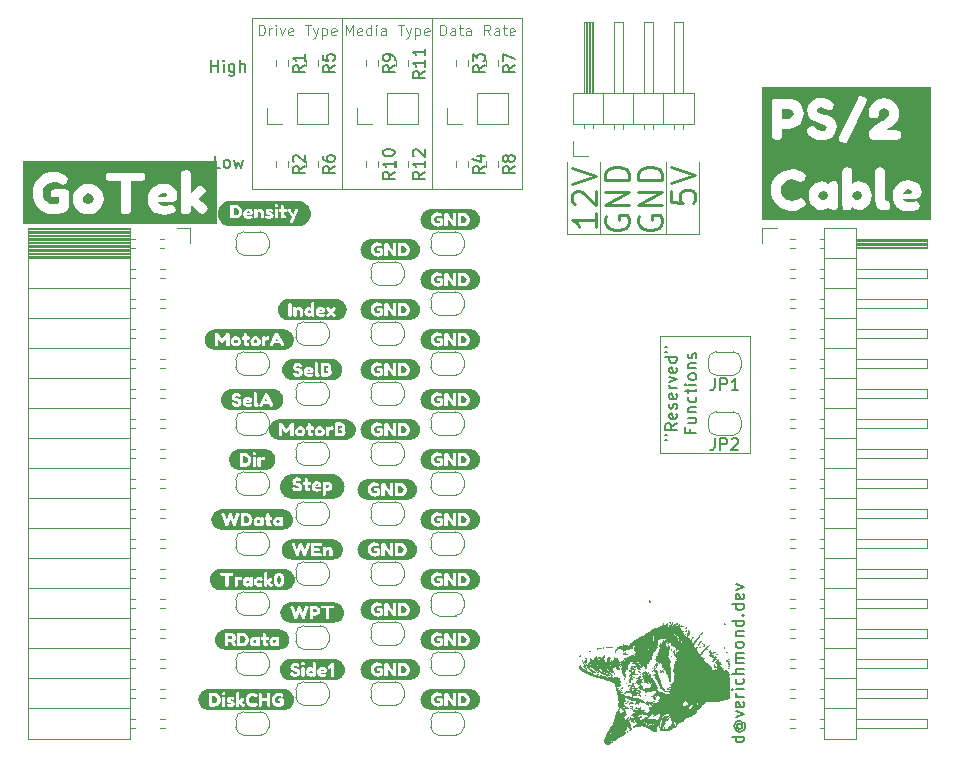
<source format=gbr>
%TF.GenerationSoftware,KiCad,Pcbnew,(5.1.9)-1*%
%TF.CreationDate,2021-04-28T20:19:28+10:00*%
%TF.ProjectId,Gotek-PS2,476f7465-6b2d-4505-9332-2e6b69636164,rev?*%
%TF.SameCoordinates,Original*%
%TF.FileFunction,Legend,Top*%
%TF.FilePolarity,Positive*%
%FSLAX46Y46*%
G04 Gerber Fmt 4.6, Leading zero omitted, Abs format (unit mm)*
G04 Created by KiCad (PCBNEW (5.1.9)-1) date 2021-04-28 20:19:28*
%MOMM*%
%LPD*%
G01*
G04 APERTURE LIST*
%ADD10C,0.150000*%
%ADD11C,0.120000*%
%ADD12C,0.250000*%
%ADD13C,0.200000*%
%ADD14C,0.010000*%
%ADD15C,0.100000*%
G04 APERTURE END LIST*
D10*
X136850380Y-111600476D02*
X135850380Y-111600476D01*
X136802761Y-111600476D02*
X136850380Y-111695714D01*
X136850380Y-111886190D01*
X136802761Y-111981428D01*
X136755142Y-112029047D01*
X136659904Y-112076666D01*
X136374190Y-112076666D01*
X136278952Y-112029047D01*
X136231333Y-111981428D01*
X136183714Y-111886190D01*
X136183714Y-111695714D01*
X136231333Y-111600476D01*
X136374190Y-110505238D02*
X136326571Y-110552857D01*
X136278952Y-110648095D01*
X136278952Y-110743333D01*
X136326571Y-110838571D01*
X136374190Y-110886190D01*
X136469428Y-110933809D01*
X136564666Y-110933809D01*
X136659904Y-110886190D01*
X136707523Y-110838571D01*
X136755142Y-110743333D01*
X136755142Y-110648095D01*
X136707523Y-110552857D01*
X136659904Y-110505238D01*
X136278952Y-110505238D02*
X136659904Y-110505238D01*
X136707523Y-110457619D01*
X136707523Y-110410000D01*
X136659904Y-110314761D01*
X136564666Y-110267142D01*
X136326571Y-110267142D01*
X136183714Y-110362380D01*
X136088476Y-110505238D01*
X136040857Y-110695714D01*
X136088476Y-110886190D01*
X136183714Y-111029047D01*
X136326571Y-111124285D01*
X136517047Y-111171904D01*
X136707523Y-111124285D01*
X136850380Y-111029047D01*
X136945619Y-110886190D01*
X136993238Y-110695714D01*
X136945619Y-110505238D01*
X136850380Y-110362380D01*
X136183714Y-109933809D02*
X136850380Y-109695714D01*
X136183714Y-109457619D01*
X136802761Y-108695714D02*
X136850380Y-108790952D01*
X136850380Y-108981428D01*
X136802761Y-109076666D01*
X136707523Y-109124285D01*
X136326571Y-109124285D01*
X136231333Y-109076666D01*
X136183714Y-108981428D01*
X136183714Y-108790952D01*
X136231333Y-108695714D01*
X136326571Y-108648095D01*
X136421809Y-108648095D01*
X136517047Y-109124285D01*
X136850380Y-108219523D02*
X136183714Y-108219523D01*
X136374190Y-108219523D02*
X136278952Y-108171904D01*
X136231333Y-108124285D01*
X136183714Y-108029047D01*
X136183714Y-107933809D01*
X136850380Y-107600476D02*
X136183714Y-107600476D01*
X135850380Y-107600476D02*
X135898000Y-107648095D01*
X135945619Y-107600476D01*
X135898000Y-107552857D01*
X135850380Y-107600476D01*
X135945619Y-107600476D01*
X136802761Y-106695714D02*
X136850380Y-106790952D01*
X136850380Y-106981428D01*
X136802761Y-107076666D01*
X136755142Y-107124285D01*
X136659904Y-107171904D01*
X136374190Y-107171904D01*
X136278952Y-107124285D01*
X136231333Y-107076666D01*
X136183714Y-106981428D01*
X136183714Y-106790952D01*
X136231333Y-106695714D01*
X136850380Y-106267142D02*
X135850380Y-106267142D01*
X136850380Y-105838571D02*
X136326571Y-105838571D01*
X136231333Y-105886190D01*
X136183714Y-105981428D01*
X136183714Y-106124285D01*
X136231333Y-106219523D01*
X136278952Y-106267142D01*
X136850380Y-105362380D02*
X136183714Y-105362380D01*
X136278952Y-105362380D02*
X136231333Y-105314761D01*
X136183714Y-105219523D01*
X136183714Y-105076666D01*
X136231333Y-104981428D01*
X136326571Y-104933809D01*
X136850380Y-104933809D01*
X136326571Y-104933809D02*
X136231333Y-104886190D01*
X136183714Y-104790952D01*
X136183714Y-104648095D01*
X136231333Y-104552857D01*
X136326571Y-104505238D01*
X136850380Y-104505238D01*
X136850380Y-103886190D02*
X136802761Y-103981428D01*
X136755142Y-104029047D01*
X136659904Y-104076666D01*
X136374190Y-104076666D01*
X136278952Y-104029047D01*
X136231333Y-103981428D01*
X136183714Y-103886190D01*
X136183714Y-103743333D01*
X136231333Y-103648095D01*
X136278952Y-103600476D01*
X136374190Y-103552857D01*
X136659904Y-103552857D01*
X136755142Y-103600476D01*
X136802761Y-103648095D01*
X136850380Y-103743333D01*
X136850380Y-103886190D01*
X136183714Y-103124285D02*
X136850380Y-103124285D01*
X136278952Y-103124285D02*
X136231333Y-103076666D01*
X136183714Y-102981428D01*
X136183714Y-102838571D01*
X136231333Y-102743333D01*
X136326571Y-102695714D01*
X136850380Y-102695714D01*
X136850380Y-101790952D02*
X135850380Y-101790952D01*
X136802761Y-101790952D02*
X136850380Y-101886190D01*
X136850380Y-102076666D01*
X136802761Y-102171904D01*
X136755142Y-102219523D01*
X136659904Y-102267142D01*
X136374190Y-102267142D01*
X136278952Y-102219523D01*
X136231333Y-102171904D01*
X136183714Y-102076666D01*
X136183714Y-101886190D01*
X136231333Y-101790952D01*
X136755142Y-101314761D02*
X136802761Y-101267142D01*
X136850380Y-101314761D01*
X136802761Y-101362380D01*
X136755142Y-101314761D01*
X136850380Y-101314761D01*
X136850380Y-100410000D02*
X135850380Y-100410000D01*
X136802761Y-100410000D02*
X136850380Y-100505238D01*
X136850380Y-100695714D01*
X136802761Y-100790952D01*
X136755142Y-100838571D01*
X136659904Y-100886190D01*
X136374190Y-100886190D01*
X136278952Y-100838571D01*
X136231333Y-100790952D01*
X136183714Y-100695714D01*
X136183714Y-100505238D01*
X136231333Y-100410000D01*
X136802761Y-99552857D02*
X136850380Y-99648095D01*
X136850380Y-99838571D01*
X136802761Y-99933809D01*
X136707523Y-99981428D01*
X136326571Y-99981428D01*
X136231333Y-99933809D01*
X136183714Y-99838571D01*
X136183714Y-99648095D01*
X136231333Y-99552857D01*
X136326571Y-99505238D01*
X136421809Y-99505238D01*
X136517047Y-99981428D01*
X136183714Y-99171904D02*
X136850380Y-98933809D01*
X136183714Y-98695714D01*
D11*
X121920000Y-69088000D02*
X125222000Y-69088000D01*
X121920000Y-62992000D02*
X121920000Y-69088000D01*
X133096000Y-69088000D02*
X130302000Y-69088000D01*
X133096000Y-62992000D02*
X133096000Y-69088000D01*
X130302000Y-69088000D02*
X130302000Y-62992000D01*
X125222000Y-69088000D02*
X130302000Y-69088000D01*
X124714000Y-62992000D02*
X124714000Y-69088000D01*
D12*
X130730761Y-65404952D02*
X130730761Y-66357333D01*
X131683142Y-66452571D01*
X131587904Y-66357333D01*
X131492666Y-66166857D01*
X131492666Y-65690666D01*
X131587904Y-65500190D01*
X131683142Y-65404952D01*
X131873619Y-65309714D01*
X132349809Y-65309714D01*
X132540285Y-65404952D01*
X132635523Y-65500190D01*
X132730761Y-65690666D01*
X132730761Y-66166857D01*
X132635523Y-66357333D01*
X132540285Y-66452571D01*
X130730761Y-64738285D02*
X132730761Y-64071619D01*
X130730761Y-63404952D01*
X128032000Y-67563809D02*
X127936761Y-67754285D01*
X127936761Y-68040000D01*
X128032000Y-68325714D01*
X128222476Y-68516190D01*
X128412952Y-68611428D01*
X128793904Y-68706666D01*
X129079619Y-68706666D01*
X129460571Y-68611428D01*
X129651047Y-68516190D01*
X129841523Y-68325714D01*
X129936761Y-68040000D01*
X129936761Y-67849523D01*
X129841523Y-67563809D01*
X129746285Y-67468571D01*
X129079619Y-67468571D01*
X129079619Y-67849523D01*
X129936761Y-66611428D02*
X127936761Y-66611428D01*
X129936761Y-65468571D01*
X127936761Y-65468571D01*
X129936761Y-64516190D02*
X127936761Y-64516190D01*
X127936761Y-64040000D01*
X128032000Y-63754285D01*
X128222476Y-63563809D01*
X128412952Y-63468571D01*
X128793904Y-63373333D01*
X129079619Y-63373333D01*
X129460571Y-63468571D01*
X129651047Y-63563809D01*
X129841523Y-63754285D01*
X129936761Y-64040000D01*
X129936761Y-64516190D01*
X125238000Y-67563809D02*
X125142761Y-67754285D01*
X125142761Y-68040000D01*
X125238000Y-68325714D01*
X125428476Y-68516190D01*
X125618952Y-68611428D01*
X125999904Y-68706666D01*
X126285619Y-68706666D01*
X126666571Y-68611428D01*
X126857047Y-68516190D01*
X127047523Y-68325714D01*
X127142761Y-68040000D01*
X127142761Y-67849523D01*
X127047523Y-67563809D01*
X126952285Y-67468571D01*
X126285619Y-67468571D01*
X126285619Y-67849523D01*
X127142761Y-66611428D02*
X125142761Y-66611428D01*
X127142761Y-65468571D01*
X125142761Y-65468571D01*
X127142761Y-64516190D02*
X125142761Y-64516190D01*
X125142761Y-64040000D01*
X125238000Y-63754285D01*
X125428476Y-63563809D01*
X125618952Y-63468571D01*
X125999904Y-63373333D01*
X126285619Y-63373333D01*
X126666571Y-63468571D01*
X126857047Y-63563809D01*
X127047523Y-63754285D01*
X127142761Y-64040000D01*
X127142761Y-64516190D01*
X124348761Y-67278095D02*
X124348761Y-68420952D01*
X124348761Y-67849523D02*
X122348761Y-67849523D01*
X122634476Y-68040000D01*
X122824952Y-68230476D01*
X122920190Y-68420952D01*
X122539238Y-66516190D02*
X122444000Y-66420952D01*
X122348761Y-66230476D01*
X122348761Y-65754285D01*
X122444000Y-65563809D01*
X122539238Y-65468571D01*
X122729714Y-65373333D01*
X122920190Y-65373333D01*
X123205904Y-65468571D01*
X124348761Y-66611428D01*
X124348761Y-65373333D01*
X122348761Y-64801904D02*
X124348761Y-64135238D01*
X122348761Y-63468571D01*
D11*
X129794000Y-87630000D02*
X137414000Y-87630000D01*
X129794000Y-77724000D02*
X129794000Y-87630000D01*
X137414000Y-77724000D02*
X129794000Y-77724000D01*
X137414000Y-87630000D02*
X137414000Y-77724000D01*
D10*
X130199380Y-86454761D02*
X130389857Y-86454761D01*
X130199380Y-86073809D02*
X130389857Y-86073809D01*
X131199380Y-85073809D02*
X130723190Y-85407142D01*
X131199380Y-85645238D02*
X130199380Y-85645238D01*
X130199380Y-85264285D01*
X130247000Y-85169047D01*
X130294619Y-85121428D01*
X130389857Y-85073809D01*
X130532714Y-85073809D01*
X130627952Y-85121428D01*
X130675571Y-85169047D01*
X130723190Y-85264285D01*
X130723190Y-85645238D01*
X131151761Y-84264285D02*
X131199380Y-84359523D01*
X131199380Y-84550000D01*
X131151761Y-84645238D01*
X131056523Y-84692857D01*
X130675571Y-84692857D01*
X130580333Y-84645238D01*
X130532714Y-84550000D01*
X130532714Y-84359523D01*
X130580333Y-84264285D01*
X130675571Y-84216666D01*
X130770809Y-84216666D01*
X130866047Y-84692857D01*
X131151761Y-83835714D02*
X131199380Y-83740476D01*
X131199380Y-83550000D01*
X131151761Y-83454761D01*
X131056523Y-83407142D01*
X131008904Y-83407142D01*
X130913666Y-83454761D01*
X130866047Y-83550000D01*
X130866047Y-83692857D01*
X130818428Y-83788095D01*
X130723190Y-83835714D01*
X130675571Y-83835714D01*
X130580333Y-83788095D01*
X130532714Y-83692857D01*
X130532714Y-83550000D01*
X130580333Y-83454761D01*
X131151761Y-82597619D02*
X131199380Y-82692857D01*
X131199380Y-82883333D01*
X131151761Y-82978571D01*
X131056523Y-83026190D01*
X130675571Y-83026190D01*
X130580333Y-82978571D01*
X130532714Y-82883333D01*
X130532714Y-82692857D01*
X130580333Y-82597619D01*
X130675571Y-82550000D01*
X130770809Y-82550000D01*
X130866047Y-83026190D01*
X131199380Y-82121428D02*
X130532714Y-82121428D01*
X130723190Y-82121428D02*
X130627952Y-82073809D01*
X130580333Y-82026190D01*
X130532714Y-81930952D01*
X130532714Y-81835714D01*
X130532714Y-81597619D02*
X131199380Y-81359523D01*
X130532714Y-81121428D01*
X131151761Y-80359523D02*
X131199380Y-80454761D01*
X131199380Y-80645238D01*
X131151761Y-80740476D01*
X131056523Y-80788095D01*
X130675571Y-80788095D01*
X130580333Y-80740476D01*
X130532714Y-80645238D01*
X130532714Y-80454761D01*
X130580333Y-80359523D01*
X130675571Y-80311904D01*
X130770809Y-80311904D01*
X130866047Y-80788095D01*
X131199380Y-79454761D02*
X130199380Y-79454761D01*
X131151761Y-79454761D02*
X131199380Y-79550000D01*
X131199380Y-79740476D01*
X131151761Y-79835714D01*
X131104142Y-79883333D01*
X131008904Y-79930952D01*
X130723190Y-79930952D01*
X130627952Y-79883333D01*
X130580333Y-79835714D01*
X130532714Y-79740476D01*
X130532714Y-79550000D01*
X130580333Y-79454761D01*
X130199380Y-79026190D02*
X130389857Y-79026190D01*
X130199380Y-78645238D02*
X130389857Y-78645238D01*
X132325571Y-85573809D02*
X132325571Y-85907142D01*
X132849380Y-85907142D02*
X131849380Y-85907142D01*
X131849380Y-85430952D01*
X132182714Y-84621428D02*
X132849380Y-84621428D01*
X132182714Y-85050000D02*
X132706523Y-85050000D01*
X132801761Y-85002380D01*
X132849380Y-84907142D01*
X132849380Y-84764285D01*
X132801761Y-84669047D01*
X132754142Y-84621428D01*
X132182714Y-84145238D02*
X132849380Y-84145238D01*
X132277952Y-84145238D02*
X132230333Y-84097619D01*
X132182714Y-84002380D01*
X132182714Y-83859523D01*
X132230333Y-83764285D01*
X132325571Y-83716666D01*
X132849380Y-83716666D01*
X132801761Y-82811904D02*
X132849380Y-82907142D01*
X132849380Y-83097619D01*
X132801761Y-83192857D01*
X132754142Y-83240476D01*
X132658904Y-83288095D01*
X132373190Y-83288095D01*
X132277952Y-83240476D01*
X132230333Y-83192857D01*
X132182714Y-83097619D01*
X132182714Y-82907142D01*
X132230333Y-82811904D01*
X132182714Y-82526190D02*
X132182714Y-82145238D01*
X131849380Y-82383333D02*
X132706523Y-82383333D01*
X132801761Y-82335714D01*
X132849380Y-82240476D01*
X132849380Y-82145238D01*
X132849380Y-81811904D02*
X132182714Y-81811904D01*
X131849380Y-81811904D02*
X131897000Y-81859523D01*
X131944619Y-81811904D01*
X131897000Y-81764285D01*
X131849380Y-81811904D01*
X131944619Y-81811904D01*
X132849380Y-81192857D02*
X132801761Y-81288095D01*
X132754142Y-81335714D01*
X132658904Y-81383333D01*
X132373190Y-81383333D01*
X132277952Y-81335714D01*
X132230333Y-81288095D01*
X132182714Y-81192857D01*
X132182714Y-81050000D01*
X132230333Y-80954761D01*
X132277952Y-80907142D01*
X132373190Y-80859523D01*
X132658904Y-80859523D01*
X132754142Y-80907142D01*
X132801761Y-80954761D01*
X132849380Y-81050000D01*
X132849380Y-81192857D01*
X132182714Y-80430952D02*
X132849380Y-80430952D01*
X132277952Y-80430952D02*
X132230333Y-80383333D01*
X132182714Y-80288095D01*
X132182714Y-80145238D01*
X132230333Y-80050000D01*
X132325571Y-80002380D01*
X132849380Y-80002380D01*
X132801761Y-79573809D02*
X132849380Y-79478571D01*
X132849380Y-79288095D01*
X132801761Y-79192857D01*
X132706523Y-79145238D01*
X132658904Y-79145238D01*
X132563666Y-79192857D01*
X132516047Y-79288095D01*
X132516047Y-79430952D01*
X132468428Y-79526190D01*
X132373190Y-79573809D01*
X132325571Y-79573809D01*
X132230333Y-79526190D01*
X132182714Y-79430952D01*
X132182714Y-79288095D01*
X132230333Y-79192857D01*
D13*
X92551333Y-63444380D02*
X92075142Y-63444380D01*
X92075142Y-62444380D01*
X93027523Y-63444380D02*
X92932285Y-63396761D01*
X92884666Y-63349142D01*
X92837047Y-63253904D01*
X92837047Y-62968190D01*
X92884666Y-62872952D01*
X92932285Y-62825333D01*
X93027523Y-62777714D01*
X93170380Y-62777714D01*
X93265619Y-62825333D01*
X93313238Y-62872952D01*
X93360857Y-62968190D01*
X93360857Y-63253904D01*
X93313238Y-63349142D01*
X93265619Y-63396761D01*
X93170380Y-63444380D01*
X93027523Y-63444380D01*
X93694190Y-62777714D02*
X93884666Y-63444380D01*
X94075142Y-62968190D01*
X94265619Y-63444380D01*
X94456095Y-62777714D01*
X91789428Y-55316380D02*
X91789428Y-54316380D01*
X91789428Y-54792571D02*
X92360857Y-54792571D01*
X92360857Y-55316380D02*
X92360857Y-54316380D01*
X92837047Y-55316380D02*
X92837047Y-54649714D01*
X92837047Y-54316380D02*
X92789428Y-54364000D01*
X92837047Y-54411619D01*
X92884666Y-54364000D01*
X92837047Y-54316380D01*
X92837047Y-54411619D01*
X93741809Y-54649714D02*
X93741809Y-55459238D01*
X93694190Y-55554476D01*
X93646571Y-55602095D01*
X93551333Y-55649714D01*
X93408476Y-55649714D01*
X93313238Y-55602095D01*
X93741809Y-55268761D02*
X93646571Y-55316380D01*
X93456095Y-55316380D01*
X93360857Y-55268761D01*
X93313238Y-55221142D01*
X93265619Y-55125904D01*
X93265619Y-54840190D01*
X93313238Y-54744952D01*
X93360857Y-54697333D01*
X93456095Y-54649714D01*
X93646571Y-54649714D01*
X93741809Y-54697333D01*
X94218000Y-55316380D02*
X94218000Y-54316380D01*
X94646571Y-55316380D02*
X94646571Y-54792571D01*
X94598952Y-54697333D01*
X94503714Y-54649714D01*
X94360857Y-54649714D01*
X94265619Y-54697333D01*
X94218000Y-54744952D01*
D11*
X110490000Y-58928000D02*
X110490000Y-65278000D01*
X102870000Y-58674000D02*
X102870000Y-65278000D01*
X95250000Y-65278000D02*
X96012000Y-65278000D01*
X95250000Y-58674000D02*
X95250000Y-65278000D01*
X118110000Y-65278000D02*
X117348000Y-65278000D01*
X118110000Y-58928000D02*
X118110000Y-65278000D01*
X96012000Y-65278000D02*
X117348000Y-65278000D01*
X95250000Y-50800000D02*
X102870000Y-50800000D01*
X95250000Y-58674000D02*
X95250000Y-50800000D01*
X118110000Y-58928000D02*
X118110000Y-50800000D01*
X110490000Y-58928000D02*
X110490000Y-50800000D01*
X102870000Y-50800000D02*
X118110000Y-50800000D01*
X102870000Y-58674000D02*
X102870000Y-50800000D01*
X111150000Y-52223142D02*
X111150000Y-51323142D01*
X111364285Y-51323142D01*
X111492857Y-51366000D01*
X111578571Y-51451714D01*
X111621428Y-51537428D01*
X111664285Y-51708857D01*
X111664285Y-51837428D01*
X111621428Y-52008857D01*
X111578571Y-52094571D01*
X111492857Y-52180285D01*
X111364285Y-52223142D01*
X111150000Y-52223142D01*
X112435714Y-52223142D02*
X112435714Y-51751714D01*
X112392857Y-51666000D01*
X112307142Y-51623142D01*
X112135714Y-51623142D01*
X112050000Y-51666000D01*
X112435714Y-52180285D02*
X112350000Y-52223142D01*
X112135714Y-52223142D01*
X112050000Y-52180285D01*
X112007142Y-52094571D01*
X112007142Y-52008857D01*
X112050000Y-51923142D01*
X112135714Y-51880285D01*
X112350000Y-51880285D01*
X112435714Y-51837428D01*
X112735714Y-51623142D02*
X113078571Y-51623142D01*
X112864285Y-51323142D02*
X112864285Y-52094571D01*
X112907142Y-52180285D01*
X112992857Y-52223142D01*
X113078571Y-52223142D01*
X113764285Y-52223142D02*
X113764285Y-51751714D01*
X113721428Y-51666000D01*
X113635714Y-51623142D01*
X113464285Y-51623142D01*
X113378571Y-51666000D01*
X113764285Y-52180285D02*
X113678571Y-52223142D01*
X113464285Y-52223142D01*
X113378571Y-52180285D01*
X113335714Y-52094571D01*
X113335714Y-52008857D01*
X113378571Y-51923142D01*
X113464285Y-51880285D01*
X113678571Y-51880285D01*
X113764285Y-51837428D01*
X115392857Y-52223142D02*
X115092857Y-51794571D01*
X114878571Y-52223142D02*
X114878571Y-51323142D01*
X115221428Y-51323142D01*
X115307142Y-51366000D01*
X115350000Y-51408857D01*
X115392857Y-51494571D01*
X115392857Y-51623142D01*
X115350000Y-51708857D01*
X115307142Y-51751714D01*
X115221428Y-51794571D01*
X114878571Y-51794571D01*
X116164285Y-52223142D02*
X116164285Y-51751714D01*
X116121428Y-51666000D01*
X116035714Y-51623142D01*
X115864285Y-51623142D01*
X115778571Y-51666000D01*
X116164285Y-52180285D02*
X116078571Y-52223142D01*
X115864285Y-52223142D01*
X115778571Y-52180285D01*
X115735714Y-52094571D01*
X115735714Y-52008857D01*
X115778571Y-51923142D01*
X115864285Y-51880285D01*
X116078571Y-51880285D01*
X116164285Y-51837428D01*
X116464285Y-51623142D02*
X116807142Y-51623142D01*
X116592857Y-51323142D02*
X116592857Y-52094571D01*
X116635714Y-52180285D01*
X116721428Y-52223142D01*
X116807142Y-52223142D01*
X117450000Y-52180285D02*
X117364285Y-52223142D01*
X117192857Y-52223142D01*
X117107142Y-52180285D01*
X117064285Y-52094571D01*
X117064285Y-51751714D01*
X117107142Y-51666000D01*
X117192857Y-51623142D01*
X117364285Y-51623142D01*
X117450000Y-51666000D01*
X117492857Y-51751714D01*
X117492857Y-51837428D01*
X117064285Y-51923142D01*
X103144285Y-52223142D02*
X103144285Y-51323142D01*
X103444285Y-51966000D01*
X103744285Y-51323142D01*
X103744285Y-52223142D01*
X104515714Y-52180285D02*
X104430000Y-52223142D01*
X104258571Y-52223142D01*
X104172857Y-52180285D01*
X104130000Y-52094571D01*
X104130000Y-51751714D01*
X104172857Y-51666000D01*
X104258571Y-51623142D01*
X104430000Y-51623142D01*
X104515714Y-51666000D01*
X104558571Y-51751714D01*
X104558571Y-51837428D01*
X104130000Y-51923142D01*
X105330000Y-52223142D02*
X105330000Y-51323142D01*
X105330000Y-52180285D02*
X105244285Y-52223142D01*
X105072857Y-52223142D01*
X104987142Y-52180285D01*
X104944285Y-52137428D01*
X104901428Y-52051714D01*
X104901428Y-51794571D01*
X104944285Y-51708857D01*
X104987142Y-51666000D01*
X105072857Y-51623142D01*
X105244285Y-51623142D01*
X105330000Y-51666000D01*
X105758571Y-52223142D02*
X105758571Y-51623142D01*
X105758571Y-51323142D02*
X105715714Y-51366000D01*
X105758571Y-51408857D01*
X105801428Y-51366000D01*
X105758571Y-51323142D01*
X105758571Y-51408857D01*
X106572857Y-52223142D02*
X106572857Y-51751714D01*
X106530000Y-51666000D01*
X106444285Y-51623142D01*
X106272857Y-51623142D01*
X106187142Y-51666000D01*
X106572857Y-52180285D02*
X106487142Y-52223142D01*
X106272857Y-52223142D01*
X106187142Y-52180285D01*
X106144285Y-52094571D01*
X106144285Y-52008857D01*
X106187142Y-51923142D01*
X106272857Y-51880285D01*
X106487142Y-51880285D01*
X106572857Y-51837428D01*
X107558571Y-51323142D02*
X108072857Y-51323142D01*
X107815714Y-52223142D02*
X107815714Y-51323142D01*
X108287142Y-51623142D02*
X108501428Y-52223142D01*
X108715714Y-51623142D02*
X108501428Y-52223142D01*
X108415714Y-52437428D01*
X108372857Y-52480285D01*
X108287142Y-52523142D01*
X109058571Y-51623142D02*
X109058571Y-52523142D01*
X109058571Y-51666000D02*
X109144285Y-51623142D01*
X109315714Y-51623142D01*
X109401428Y-51666000D01*
X109444285Y-51708857D01*
X109487142Y-51794571D01*
X109487142Y-52051714D01*
X109444285Y-52137428D01*
X109401428Y-52180285D01*
X109315714Y-52223142D01*
X109144285Y-52223142D01*
X109058571Y-52180285D01*
X110215714Y-52180285D02*
X110130000Y-52223142D01*
X109958571Y-52223142D01*
X109872857Y-52180285D01*
X109830000Y-52094571D01*
X109830000Y-51751714D01*
X109872857Y-51666000D01*
X109958571Y-51623142D01*
X110130000Y-51623142D01*
X110215714Y-51666000D01*
X110258571Y-51751714D01*
X110258571Y-51837428D01*
X109830000Y-51923142D01*
X95781428Y-52223142D02*
X95781428Y-51323142D01*
X95995714Y-51323142D01*
X96124285Y-51366000D01*
X96210000Y-51451714D01*
X96252857Y-51537428D01*
X96295714Y-51708857D01*
X96295714Y-51837428D01*
X96252857Y-52008857D01*
X96210000Y-52094571D01*
X96124285Y-52180285D01*
X95995714Y-52223142D01*
X95781428Y-52223142D01*
X96681428Y-52223142D02*
X96681428Y-51623142D01*
X96681428Y-51794571D02*
X96724285Y-51708857D01*
X96767142Y-51666000D01*
X96852857Y-51623142D01*
X96938571Y-51623142D01*
X97238571Y-52223142D02*
X97238571Y-51623142D01*
X97238571Y-51323142D02*
X97195714Y-51366000D01*
X97238571Y-51408857D01*
X97281428Y-51366000D01*
X97238571Y-51323142D01*
X97238571Y-51408857D01*
X97581428Y-51623142D02*
X97795714Y-52223142D01*
X98010000Y-51623142D01*
X98695714Y-52180285D02*
X98610000Y-52223142D01*
X98438571Y-52223142D01*
X98352857Y-52180285D01*
X98310000Y-52094571D01*
X98310000Y-51751714D01*
X98352857Y-51666000D01*
X98438571Y-51623142D01*
X98610000Y-51623142D01*
X98695714Y-51666000D01*
X98738571Y-51751714D01*
X98738571Y-51837428D01*
X98310000Y-51923142D01*
X99681428Y-51323142D02*
X100195714Y-51323142D01*
X99938571Y-52223142D02*
X99938571Y-51323142D01*
X100410000Y-51623142D02*
X100624285Y-52223142D01*
X100838571Y-51623142D02*
X100624285Y-52223142D01*
X100538571Y-52437428D01*
X100495714Y-52480285D01*
X100410000Y-52523142D01*
X101181428Y-51623142D02*
X101181428Y-52523142D01*
X101181428Y-51666000D02*
X101267142Y-51623142D01*
X101438571Y-51623142D01*
X101524285Y-51666000D01*
X101567142Y-51708857D01*
X101610000Y-51794571D01*
X101610000Y-52051714D01*
X101567142Y-52137428D01*
X101524285Y-52180285D01*
X101438571Y-52223142D01*
X101267142Y-52223142D01*
X101181428Y-52180285D01*
X102338571Y-52180285D02*
X102252857Y-52223142D01*
X102081428Y-52223142D01*
X101995714Y-52180285D01*
X101952857Y-52094571D01*
X101952857Y-51751714D01*
X101995714Y-51666000D01*
X102081428Y-51623142D01*
X102252857Y-51623142D01*
X102338571Y-51666000D01*
X102381428Y-51751714D01*
X102381428Y-51837428D01*
X101952857Y-51923142D01*
D14*
%TO.C,G\u002A\u002A\u002A*%
G36*
X128672166Y-104394000D02*
G01*
X128693333Y-104415166D01*
X128672166Y-104436333D01*
X128651000Y-104415166D01*
X128672166Y-104394000D01*
G37*
X128672166Y-104394000D02*
X128693333Y-104415166D01*
X128672166Y-104436333D01*
X128651000Y-104415166D01*
X128672166Y-104394000D01*
G36*
X129088444Y-110588778D02*
G01*
X129113611Y-110594589D01*
X129116666Y-110617000D01*
X129101177Y-110651845D01*
X129088444Y-110645222D01*
X129083377Y-110594982D01*
X129088444Y-110588778D01*
G37*
X129088444Y-110588778D02*
X129113611Y-110594589D01*
X129116666Y-110617000D01*
X129101177Y-110651845D01*
X129088444Y-110645222D01*
X129083377Y-110594982D01*
X129088444Y-110588778D01*
G36*
X129095500Y-110490000D02*
G01*
X129133541Y-110449615D01*
X129140331Y-110447666D01*
X129158514Y-110480419D01*
X129159000Y-110490000D01*
X129126456Y-110530706D01*
X129114168Y-110532333D01*
X129088885Y-110506398D01*
X129095500Y-110490000D01*
G37*
X129095500Y-110490000D02*
X129133541Y-110449615D01*
X129140331Y-110447666D01*
X129158514Y-110480419D01*
X129159000Y-110490000D01*
X129126456Y-110530706D01*
X129114168Y-110532333D01*
X129088885Y-110506398D01*
X129095500Y-110490000D01*
G36*
X129010833Y-109643333D02*
G01*
X129032000Y-109664500D01*
X129010833Y-109685666D01*
X128989666Y-109664500D01*
X129010833Y-109643333D01*
G37*
X129010833Y-109643333D02*
X129032000Y-109664500D01*
X129010833Y-109685666D01*
X128989666Y-109664500D01*
X129010833Y-109643333D01*
G36*
X122957166Y-104775000D02*
G01*
X122995207Y-104734615D01*
X123001998Y-104732666D01*
X123020181Y-104765419D01*
X123020666Y-104775000D01*
X122988122Y-104815706D01*
X122975834Y-104817333D01*
X122950551Y-104791398D01*
X122957166Y-104775000D01*
G37*
X122957166Y-104775000D02*
X122995207Y-104734615D01*
X123001998Y-104732666D01*
X123020181Y-104765419D01*
X123020666Y-104775000D01*
X122988122Y-104815706D01*
X122975834Y-104817333D01*
X122950551Y-104791398D01*
X122957166Y-104775000D01*
G36*
X123168833Y-105156000D02*
G01*
X123190000Y-105177166D01*
X123168833Y-105198333D01*
X123147666Y-105177166D01*
X123168833Y-105156000D01*
G37*
X123168833Y-105156000D02*
X123190000Y-105177166D01*
X123168833Y-105198333D01*
X123147666Y-105177166D01*
X123168833Y-105156000D01*
G36*
X123246444Y-105254778D02*
G01*
X123271611Y-105260589D01*
X123274666Y-105283000D01*
X123259177Y-105317845D01*
X123246444Y-105311222D01*
X123241377Y-105260982D01*
X123246444Y-105254778D01*
G37*
X123246444Y-105254778D02*
X123271611Y-105260589D01*
X123274666Y-105283000D01*
X123259177Y-105317845D01*
X123246444Y-105311222D01*
X123241377Y-105260982D01*
X123246444Y-105254778D01*
G36*
X123381725Y-105156217D02*
G01*
X123401666Y-105134833D01*
X123434444Y-105118245D01*
X123433425Y-105142520D01*
X123401666Y-105219500D01*
X123373701Y-105272689D01*
X123363239Y-105248772D01*
X123362308Y-105232582D01*
X123381725Y-105156217D01*
G37*
X123381725Y-105156217D02*
X123401666Y-105134833D01*
X123434444Y-105118245D01*
X123433425Y-105142520D01*
X123401666Y-105219500D01*
X123373701Y-105272689D01*
X123363239Y-105248772D01*
X123362308Y-105232582D01*
X123381725Y-105156217D01*
G36*
X123422833Y-105325333D02*
G01*
X123444000Y-105346500D01*
X123422833Y-105367666D01*
X123401666Y-105346500D01*
X123422833Y-105325333D01*
G37*
X123422833Y-105325333D02*
X123444000Y-105346500D01*
X123422833Y-105367666D01*
X123401666Y-105346500D01*
X123422833Y-105325333D01*
G36*
X123290944Y-105390639D02*
G01*
X123316716Y-105437418D01*
X123364379Y-105521553D01*
X123398700Y-105556333D01*
X123441120Y-105617780D01*
X123443058Y-105634748D01*
X123420928Y-105641069D01*
X123367998Y-105590129D01*
X123359333Y-105579333D01*
X123301092Y-105485337D01*
X123278291Y-105410000D01*
X123290944Y-105390639D01*
G37*
X123290944Y-105390639D02*
X123316716Y-105437418D01*
X123364379Y-105521553D01*
X123398700Y-105556333D01*
X123441120Y-105617780D01*
X123443058Y-105634748D01*
X123420928Y-105641069D01*
X123367998Y-105590129D01*
X123359333Y-105579333D01*
X123301092Y-105485337D01*
X123278291Y-105410000D01*
X123290944Y-105390639D01*
G36*
X123459710Y-104919018D02*
G01*
X123486333Y-104965500D01*
X123518079Y-105055252D01*
X123522087Y-105101560D01*
X123498357Y-105088456D01*
X123486333Y-105071333D01*
X123451233Y-104980962D01*
X123447623Y-104944333D01*
X123459710Y-104919018D01*
G37*
X123459710Y-104919018D02*
X123486333Y-104965500D01*
X123518079Y-105055252D01*
X123522087Y-105101560D01*
X123498357Y-105088456D01*
X123486333Y-105071333D01*
X123451233Y-104980962D01*
X123447623Y-104944333D01*
X123459710Y-104919018D01*
G36*
X123507500Y-105240666D02*
G01*
X123528666Y-105261833D01*
X123507500Y-105283000D01*
X123486333Y-105261833D01*
X123507500Y-105240666D01*
G37*
X123507500Y-105240666D02*
X123528666Y-105261833D01*
X123507500Y-105283000D01*
X123486333Y-105261833D01*
X123507500Y-105240666D01*
G36*
X123268419Y-105619203D02*
G01*
X123329300Y-105654242D01*
X123376422Y-105691224D01*
X123475623Y-105781444D01*
X123532079Y-105846623D01*
X123541849Y-105877156D01*
X123500992Y-105863438D01*
X123425801Y-105811560D01*
X123329689Y-105727820D01*
X123265662Y-105652955D01*
X123256769Y-105636088D01*
X123268419Y-105619203D01*
G37*
X123268419Y-105619203D02*
X123329300Y-105654242D01*
X123376422Y-105691224D01*
X123475623Y-105781444D01*
X123532079Y-105846623D01*
X123541849Y-105877156D01*
X123500992Y-105863438D01*
X123425801Y-105811560D01*
X123329689Y-105727820D01*
X123265662Y-105652955D01*
X123256769Y-105636088D01*
X123268419Y-105619203D01*
G36*
X123796777Y-104323444D02*
G01*
X123847017Y-104318378D01*
X123853222Y-104323444D01*
X123847411Y-104348611D01*
X123825000Y-104351666D01*
X123790154Y-104336177D01*
X123796777Y-104323444D01*
G37*
X123796777Y-104323444D02*
X123847017Y-104318378D01*
X123853222Y-104323444D01*
X123847411Y-104348611D01*
X123825000Y-104351666D01*
X123790154Y-104336177D01*
X123796777Y-104323444D01*
G36*
X123541089Y-105506085D02*
G01*
X123568335Y-105537000D01*
X123659123Y-105642833D01*
X123652709Y-105537000D01*
X123650079Y-105423531D01*
X123662394Y-105392671D01*
X123691805Y-105444224D01*
X123724158Y-105530501D01*
X123757718Y-105644770D01*
X123768675Y-105722773D01*
X123764378Y-105738732D01*
X123770114Y-105782794D01*
X123817367Y-105847189D01*
X123879721Y-105901725D01*
X123921222Y-105918000D01*
X123975667Y-105943829D01*
X124063932Y-106008699D01*
X124100739Y-106039824D01*
X124239488Y-106161648D01*
X124115581Y-106155416D01*
X124045273Y-106130247D01*
X124045273Y-106102364D01*
X124063141Y-106096544D01*
X124060687Y-106091952D01*
X124001880Y-106034984D01*
X123949642Y-106001405D01*
X123880565Y-105971274D01*
X123874372Y-105983850D01*
X123926988Y-106030022D01*
X123978378Y-106065689D01*
X124045273Y-106102364D01*
X124045273Y-106130247D01*
X123992432Y-106111330D01*
X123853884Y-105997494D01*
X123719166Y-105834835D01*
X123719166Y-105706333D01*
X123740333Y-105685166D01*
X123719166Y-105664000D01*
X123698000Y-105685166D01*
X123719166Y-105706333D01*
X123719166Y-105834835D01*
X123710745Y-105824667D01*
X123588894Y-105631118D01*
X123531526Y-105525014D01*
X123516047Y-105485425D01*
X123541089Y-105506085D01*
G37*
X123541089Y-105506085D02*
X123568335Y-105537000D01*
X123659123Y-105642833D01*
X123652709Y-105537000D01*
X123650079Y-105423531D01*
X123662394Y-105392671D01*
X123691805Y-105444224D01*
X123724158Y-105530501D01*
X123757718Y-105644770D01*
X123768675Y-105722773D01*
X123764378Y-105738732D01*
X123770114Y-105782794D01*
X123817367Y-105847189D01*
X123879721Y-105901725D01*
X123921222Y-105918000D01*
X123975667Y-105943829D01*
X124063932Y-106008699D01*
X124100739Y-106039824D01*
X124239488Y-106161648D01*
X124115581Y-106155416D01*
X124045273Y-106130247D01*
X124045273Y-106102364D01*
X124063141Y-106096544D01*
X124060687Y-106091952D01*
X124001880Y-106034984D01*
X123949642Y-106001405D01*
X123880565Y-105971274D01*
X123874372Y-105983850D01*
X123926988Y-106030022D01*
X123978378Y-106065689D01*
X124045273Y-106102364D01*
X124045273Y-106130247D01*
X123992432Y-106111330D01*
X123853884Y-105997494D01*
X123719166Y-105834835D01*
X123719166Y-105706333D01*
X123740333Y-105685166D01*
X123719166Y-105664000D01*
X123698000Y-105685166D01*
X123719166Y-105706333D01*
X123719166Y-105834835D01*
X123710745Y-105824667D01*
X123588894Y-105631118D01*
X123531526Y-105525014D01*
X123516047Y-105485425D01*
X123541089Y-105506085D01*
G36*
X124431777Y-104111778D02*
G01*
X124456944Y-104117589D01*
X124460000Y-104140000D01*
X124444510Y-104174845D01*
X124431777Y-104168222D01*
X124426711Y-104117982D01*
X124431777Y-104111778D01*
G37*
X124431777Y-104111778D02*
X124456944Y-104117589D01*
X124460000Y-104140000D01*
X124444510Y-104174845D01*
X124431777Y-104168222D01*
X124426711Y-104117982D01*
X124431777Y-104111778D01*
G36*
X124445011Y-106100615D02*
G01*
X124460000Y-106108500D01*
X124500428Y-106148387D01*
X124502333Y-106155830D01*
X124474988Y-106158718D01*
X124460000Y-106150833D01*
X124419571Y-106110946D01*
X124417666Y-106103503D01*
X124445011Y-106100615D01*
G37*
X124445011Y-106100615D02*
X124460000Y-106108500D01*
X124500428Y-106148387D01*
X124502333Y-106155830D01*
X124474988Y-106158718D01*
X124460000Y-106150833D01*
X124419571Y-106110946D01*
X124417666Y-106103503D01*
X124445011Y-106100615D01*
G36*
X124481166Y-106299000D02*
G01*
X124502333Y-106320166D01*
X124481166Y-106341333D01*
X124460000Y-106320166D01*
X124481166Y-106299000D01*
G37*
X124481166Y-106299000D02*
X124502333Y-106320166D01*
X124481166Y-106341333D01*
X124460000Y-106320166D01*
X124481166Y-106299000D01*
G36*
X124565833Y-104097666D02*
G01*
X124587000Y-104118833D01*
X124565833Y-104140000D01*
X124544666Y-104118833D01*
X124565833Y-104097666D01*
G37*
X124565833Y-104097666D02*
X124587000Y-104118833D01*
X124565833Y-104140000D01*
X124544666Y-104118833D01*
X124565833Y-104097666D01*
G36*
X124650500Y-105071333D02*
G01*
X124671666Y-105092500D01*
X124650500Y-105113666D01*
X124629333Y-105092500D01*
X124650500Y-105071333D01*
G37*
X124650500Y-105071333D02*
X124671666Y-105092500D01*
X124650500Y-105113666D01*
X124629333Y-105092500D01*
X124650500Y-105071333D01*
G36*
X124685777Y-104069444D02*
G01*
X124736017Y-104064378D01*
X124742222Y-104069444D01*
X124736411Y-104094611D01*
X124714000Y-104097666D01*
X124679154Y-104082177D01*
X124685777Y-104069444D01*
G37*
X124685777Y-104069444D02*
X124736017Y-104064378D01*
X124742222Y-104069444D01*
X124736411Y-104094611D01*
X124714000Y-104097666D01*
X124679154Y-104082177D01*
X124685777Y-104069444D01*
G36*
X124705012Y-106361414D02*
G01*
X124736522Y-106368878D01*
X124794246Y-106400379D01*
X124770168Y-106415453D01*
X124716932Y-106414581D01*
X124658886Y-106396449D01*
X124654788Y-106376728D01*
X124705012Y-106361414D01*
G37*
X124705012Y-106361414D02*
X124736522Y-106368878D01*
X124794246Y-106400379D01*
X124770168Y-106415453D01*
X124716932Y-106414581D01*
X124658886Y-106396449D01*
X124654788Y-106376728D01*
X124705012Y-106361414D01*
G36*
X124939777Y-104027111D02*
G01*
X124964944Y-104032922D01*
X124968000Y-104055333D01*
X124952510Y-104090178D01*
X124939777Y-104083555D01*
X124934711Y-104033316D01*
X124939777Y-104027111D01*
G37*
X124939777Y-104027111D02*
X124964944Y-104032922D01*
X124968000Y-104055333D01*
X124952510Y-104090178D01*
X124939777Y-104083555D01*
X124934711Y-104033316D01*
X124939777Y-104027111D01*
G36*
X125151346Y-105257277D02*
G01*
X125167338Y-105258737D01*
X125232136Y-105306417D01*
X125249939Y-105371664D01*
X125262149Y-105485804D01*
X125282164Y-105619309D01*
X125282574Y-105621666D01*
X125308435Y-105769833D01*
X125229040Y-105600324D01*
X125153750Y-105432050D01*
X125117094Y-105326474D01*
X125116987Y-105272062D01*
X125151346Y-105257277D01*
G37*
X125151346Y-105257277D02*
X125167338Y-105258737D01*
X125232136Y-105306417D01*
X125249939Y-105371664D01*
X125262149Y-105485804D01*
X125282164Y-105619309D01*
X125282574Y-105621666D01*
X125308435Y-105769833D01*
X125229040Y-105600324D01*
X125153750Y-105432050D01*
X125117094Y-105326474D01*
X125116987Y-105272062D01*
X125151346Y-105257277D01*
G36*
X125285500Y-106468333D02*
G01*
X125306666Y-106489500D01*
X125285500Y-106510666D01*
X125264333Y-106489500D01*
X125285500Y-106468333D01*
G37*
X125285500Y-106468333D02*
X125306666Y-106489500D01*
X125285500Y-106510666D01*
X125264333Y-106489500D01*
X125285500Y-106468333D01*
G36*
X125363111Y-106228444D02*
G01*
X125413350Y-106223378D01*
X125419555Y-106228444D01*
X125413744Y-106253611D01*
X125391333Y-106256666D01*
X125356488Y-106241177D01*
X125363111Y-106228444D01*
G37*
X125363111Y-106228444D02*
X125413350Y-106223378D01*
X125419555Y-106228444D01*
X125413744Y-106253611D01*
X125391333Y-106256666D01*
X125356488Y-106241177D01*
X125363111Y-106228444D01*
G36*
X123795716Y-105275839D02*
G01*
X123825000Y-105261833D01*
X123854328Y-105243076D01*
X123871305Y-105155955D01*
X123872906Y-105126748D01*
X123878478Y-104965500D01*
X123905801Y-105113666D01*
X123933124Y-105261833D01*
X123989445Y-105160864D01*
X124036105Y-105095817D01*
X124071630Y-105103016D01*
X124082902Y-105118531D01*
X124114250Y-105147032D01*
X124120685Y-105131874D01*
X124147341Y-105075367D01*
X124213914Y-104985198D01*
X124251490Y-104941374D01*
X124381648Y-104796166D01*
X124352005Y-104915491D01*
X124322361Y-105034816D01*
X124436605Y-104928939D01*
X124532161Y-104859706D01*
X124616575Y-104828858D01*
X124671108Y-104837873D01*
X124677023Y-104888230D01*
X124666974Y-104910767D01*
X124619729Y-104976213D01*
X124593471Y-104976524D01*
X124603827Y-104912583D01*
X124601571Y-104884786D01*
X124553230Y-104924742D01*
X124530708Y-104949118D01*
X124463084Y-105051397D01*
X124439244Y-105175844D01*
X124439727Y-105252356D01*
X124438693Y-105372313D01*
X124419625Y-105422702D01*
X124390375Y-105422959D01*
X124389444Y-105422758D01*
X124389444Y-105268889D01*
X124414611Y-105263078D01*
X124417666Y-105240666D01*
X124402177Y-105205821D01*
X124389444Y-105212444D01*
X124384377Y-105262684D01*
X124389444Y-105268889D01*
X124389444Y-105422758D01*
X124345550Y-105413258D01*
X124337772Y-105444143D01*
X124365574Y-105532107D01*
X124377770Y-105564578D01*
X124452213Y-105711525D01*
X124559709Y-105863944D01*
X124685191Y-106006565D01*
X124813590Y-106124115D01*
X124929840Y-106201324D01*
X125018873Y-106222922D01*
X125025841Y-106221395D01*
X125084779Y-106234794D01*
X125161935Y-106276191D01*
X125266561Y-106325577D01*
X125345012Y-106341333D01*
X125423975Y-106356512D01*
X125449678Y-106375325D01*
X125429201Y-106396768D01*
X125350568Y-106401000D01*
X125349221Y-106400908D01*
X125223148Y-106371285D01*
X125135351Y-106327776D01*
X125048225Y-106285944D01*
X124991158Y-106282927D01*
X124938888Y-106264342D01*
X124846535Y-106198326D01*
X124730935Y-106100129D01*
X124608921Y-105984997D01*
X124497330Y-105868181D01*
X124412997Y-105764928D01*
X124402589Y-105749830D01*
X124353227Y-105687708D01*
X124333876Y-105699065D01*
X124333000Y-105714832D01*
X124358831Y-105789245D01*
X124423357Y-105890384D01*
X124449416Y-105923203D01*
X124565833Y-106061903D01*
X124430645Y-105982239D01*
X124313924Y-105877660D01*
X124269500Y-105780842D01*
X124269500Y-105537000D01*
X124290666Y-105515833D01*
X124269500Y-105494666D01*
X124248333Y-105515833D01*
X124269500Y-105537000D01*
X124269500Y-105780842D01*
X124241486Y-105719787D01*
X124220111Y-105661136D01*
X124220111Y-105226555D01*
X124245278Y-105220744D01*
X124248333Y-105198333D01*
X124232844Y-105163488D01*
X124220111Y-105170111D01*
X124215044Y-105220351D01*
X124220111Y-105226555D01*
X124220111Y-105661136D01*
X124201552Y-105610210D01*
X124163131Y-105544957D01*
X124149793Y-105537000D01*
X124129571Y-105500147D01*
X124127497Y-105409068D01*
X124129871Y-105384519D01*
X124137909Y-105290106D01*
X124127055Y-105268337D01*
X124092169Y-105307944D01*
X124040597Y-105416711D01*
X124066872Y-105504275D01*
X124097445Y-105534741D01*
X124151070Y-105611892D01*
X124185039Y-105707270D01*
X124232251Y-105832046D01*
X124296497Y-105936964D01*
X124338406Y-106002258D01*
X124331977Y-106023637D01*
X124325320Y-106021530D01*
X124269604Y-105977161D01*
X124185408Y-105887395D01*
X124121778Y-105810388D01*
X124034821Y-105706861D01*
X123982680Y-105666558D01*
X123953988Y-105681742D01*
X123949264Y-105692965D01*
X123926185Y-105741864D01*
X123904243Y-105710544D01*
X123897231Y-105692655D01*
X123881834Y-105602805D01*
X123886292Y-105568750D01*
X123907201Y-105489442D01*
X123928104Y-105399416D01*
X123930722Y-105308280D01*
X123897414Y-105285125D01*
X123847793Y-105334031D01*
X123826319Y-105378250D01*
X123798967Y-105439301D01*
X123788286Y-105425611D01*
X123785350Y-105354585D01*
X123795716Y-105275839D01*
G37*
X123795716Y-105275839D02*
X123825000Y-105261833D01*
X123854328Y-105243076D01*
X123871305Y-105155955D01*
X123872906Y-105126748D01*
X123878478Y-104965500D01*
X123905801Y-105113666D01*
X123933124Y-105261833D01*
X123989445Y-105160864D01*
X124036105Y-105095817D01*
X124071630Y-105103016D01*
X124082902Y-105118531D01*
X124114250Y-105147032D01*
X124120685Y-105131874D01*
X124147341Y-105075367D01*
X124213914Y-104985198D01*
X124251490Y-104941374D01*
X124381648Y-104796166D01*
X124352005Y-104915491D01*
X124322361Y-105034816D01*
X124436605Y-104928939D01*
X124532161Y-104859706D01*
X124616575Y-104828858D01*
X124671108Y-104837873D01*
X124677023Y-104888230D01*
X124666974Y-104910767D01*
X124619729Y-104976213D01*
X124593471Y-104976524D01*
X124603827Y-104912583D01*
X124601571Y-104884786D01*
X124553230Y-104924742D01*
X124530708Y-104949118D01*
X124463084Y-105051397D01*
X124439244Y-105175844D01*
X124439727Y-105252356D01*
X124438693Y-105372313D01*
X124419625Y-105422702D01*
X124390375Y-105422959D01*
X124389444Y-105422758D01*
X124389444Y-105268889D01*
X124414611Y-105263078D01*
X124417666Y-105240666D01*
X124402177Y-105205821D01*
X124389444Y-105212444D01*
X124384377Y-105262684D01*
X124389444Y-105268889D01*
X124389444Y-105422758D01*
X124345550Y-105413258D01*
X124337772Y-105444143D01*
X124365574Y-105532107D01*
X124377770Y-105564578D01*
X124452213Y-105711525D01*
X124559709Y-105863944D01*
X124685191Y-106006565D01*
X124813590Y-106124115D01*
X124929840Y-106201324D01*
X125018873Y-106222922D01*
X125025841Y-106221395D01*
X125084779Y-106234794D01*
X125161935Y-106276191D01*
X125266561Y-106325577D01*
X125345012Y-106341333D01*
X125423975Y-106356512D01*
X125449678Y-106375325D01*
X125429201Y-106396768D01*
X125350568Y-106401000D01*
X125349221Y-106400908D01*
X125223148Y-106371285D01*
X125135351Y-106327776D01*
X125048225Y-106285944D01*
X124991158Y-106282927D01*
X124938888Y-106264342D01*
X124846535Y-106198326D01*
X124730935Y-106100129D01*
X124608921Y-105984997D01*
X124497330Y-105868181D01*
X124412997Y-105764928D01*
X124402589Y-105749830D01*
X124353227Y-105687708D01*
X124333876Y-105699065D01*
X124333000Y-105714832D01*
X124358831Y-105789245D01*
X124423357Y-105890384D01*
X124449416Y-105923203D01*
X124565833Y-106061903D01*
X124430645Y-105982239D01*
X124313924Y-105877660D01*
X124269500Y-105780842D01*
X124269500Y-105537000D01*
X124290666Y-105515833D01*
X124269500Y-105494666D01*
X124248333Y-105515833D01*
X124269500Y-105537000D01*
X124269500Y-105780842D01*
X124241486Y-105719787D01*
X124220111Y-105661136D01*
X124220111Y-105226555D01*
X124245278Y-105220744D01*
X124248333Y-105198333D01*
X124232844Y-105163488D01*
X124220111Y-105170111D01*
X124215044Y-105220351D01*
X124220111Y-105226555D01*
X124220111Y-105661136D01*
X124201552Y-105610210D01*
X124163131Y-105544957D01*
X124149793Y-105537000D01*
X124129571Y-105500147D01*
X124127497Y-105409068D01*
X124129871Y-105384519D01*
X124137909Y-105290106D01*
X124127055Y-105268337D01*
X124092169Y-105307944D01*
X124040597Y-105416711D01*
X124066872Y-105504275D01*
X124097445Y-105534741D01*
X124151070Y-105611892D01*
X124185039Y-105707270D01*
X124232251Y-105832046D01*
X124296497Y-105936964D01*
X124338406Y-106002258D01*
X124331977Y-106023637D01*
X124325320Y-106021530D01*
X124269604Y-105977161D01*
X124185408Y-105887395D01*
X124121778Y-105810388D01*
X124034821Y-105706861D01*
X123982680Y-105666558D01*
X123953988Y-105681742D01*
X123949264Y-105692965D01*
X123926185Y-105741864D01*
X123904243Y-105710544D01*
X123897231Y-105692655D01*
X123881834Y-105602805D01*
X123886292Y-105568750D01*
X123907201Y-105489442D01*
X123928104Y-105399416D01*
X123930722Y-105308280D01*
X123897414Y-105285125D01*
X123847793Y-105334031D01*
X123826319Y-105378250D01*
X123798967Y-105439301D01*
X123788286Y-105425611D01*
X123785350Y-105354585D01*
X123795716Y-105275839D01*
G36*
X125624166Y-106510666D02*
G01*
X125645333Y-106531833D01*
X125624166Y-106553000D01*
X125603000Y-106531833D01*
X125624166Y-106510666D01*
G37*
X125624166Y-106510666D02*
X125645333Y-106531833D01*
X125624166Y-106553000D01*
X125603000Y-106531833D01*
X125624166Y-106510666D01*
G36*
X125259300Y-103998815D02*
G01*
X125351476Y-103985715D01*
X125468942Y-103980523D01*
X125582112Y-103984256D01*
X125661399Y-103997928D01*
X125672964Y-104003330D01*
X125661489Y-104020475D01*
X125582961Y-104034397D01*
X125471880Y-104041353D01*
X125339206Y-104040601D01*
X125248592Y-104031350D01*
X125222000Y-104018809D01*
X125259300Y-103998815D01*
G37*
X125259300Y-103998815D02*
X125351476Y-103985715D01*
X125468942Y-103980523D01*
X125582112Y-103984256D01*
X125661399Y-103997928D01*
X125672964Y-104003330D01*
X125661489Y-104020475D01*
X125582961Y-104034397D01*
X125471880Y-104041353D01*
X125339206Y-104040601D01*
X125248592Y-104031350D01*
X125222000Y-104018809D01*
X125259300Y-103998815D01*
G36*
X124534760Y-105107550D02*
G01*
X124559191Y-105118343D01*
X124629356Y-105161377D01*
X124640940Y-105219720D01*
X124620494Y-105290159D01*
X124596809Y-105383629D01*
X124599738Y-105436816D01*
X124600186Y-105437297D01*
X124622222Y-105414884D01*
X124653959Y-105338771D01*
X124685911Y-105237723D01*
X124708593Y-105140506D01*
X124713878Y-105092500D01*
X124740702Y-105040866D01*
X124809995Y-104949738D01*
X124888102Y-104859666D01*
X124970235Y-104771950D01*
X125016176Y-104727554D01*
X125016512Y-104735168D01*
X124987836Y-104830641D01*
X124981236Y-104985255D01*
X124994876Y-105176930D01*
X125026918Y-105383588D01*
X125075522Y-105583150D01*
X125091248Y-105632954D01*
X125161710Y-105814233D01*
X125239909Y-105942053D01*
X125344916Y-106046856D01*
X125356441Y-106056287D01*
X125527178Y-106195141D01*
X125639908Y-106289442D01*
X125703220Y-106346918D01*
X125725705Y-106375298D01*
X125718842Y-106382329D01*
X125646032Y-106357757D01*
X125537004Y-106290775D01*
X125416977Y-106197225D01*
X125399118Y-106181462D01*
X125318462Y-106121468D01*
X125270789Y-106123401D01*
X125257589Y-106139128D01*
X125230662Y-106158236D01*
X125222648Y-106104478D01*
X125192037Y-106009531D01*
X125137333Y-105939166D01*
X125074317Y-105899900D01*
X125051014Y-105919079D01*
X125069685Y-105979219D01*
X125122727Y-106052250D01*
X125160297Y-106110813D01*
X125144425Y-106129666D01*
X125095011Y-106096684D01*
X125039575Y-106030596D01*
X125039575Y-105732132D01*
X125014658Y-105672081D01*
X125014329Y-105671466D01*
X124958195Y-105589921D01*
X124921215Y-105555416D01*
X124896424Y-105553534D01*
X124921341Y-105613585D01*
X124921670Y-105614200D01*
X124977804Y-105695745D01*
X125014784Y-105730251D01*
X125039575Y-105732132D01*
X125039575Y-106030596D01*
X125024862Y-106013055D01*
X124989166Y-105960333D01*
X124913606Y-105849203D01*
X124867895Y-105798194D01*
X124857838Y-105810060D01*
X124889239Y-105887554D01*
X124905984Y-105920870D01*
X124947411Y-106021543D01*
X124958597Y-106093298D01*
X124957558Y-106097490D01*
X124933884Y-106095319D01*
X124895262Y-106030424D01*
X124886351Y-106009954D01*
X124852618Y-105944817D01*
X124852618Y-105019892D01*
X124865758Y-105012598D01*
X124902164Y-104967992D01*
X124957679Y-104892472D01*
X124962549Y-104862602D01*
X124948322Y-104859666D01*
X124917303Y-104892915D01*
X124882487Y-104954916D01*
X124852618Y-105019892D01*
X124852618Y-105944817D01*
X124839625Y-105919728D01*
X124798774Y-105876347D01*
X124794882Y-105875666D01*
X124751729Y-105842307D01*
X124701414Y-105767924D01*
X124701414Y-105552901D01*
X124707315Y-105494666D01*
X124700663Y-105434569D01*
X124685963Y-105441750D01*
X124680372Y-105528421D01*
X124685963Y-105547583D01*
X124701414Y-105552901D01*
X124701414Y-105767924D01*
X124697271Y-105761799D01*
X124695880Y-105759250D01*
X124652615Y-105688385D01*
X124634224Y-105689711D01*
X124631028Y-105725383D01*
X124618231Y-105779362D01*
X124582311Y-105760911D01*
X124556395Y-105696348D01*
X124535672Y-105574932D01*
X124525614Y-105441910D01*
X124516042Y-105292792D01*
X124500748Y-105175316D01*
X124485272Y-105120310D01*
X124480361Y-105092097D01*
X124534760Y-105107550D01*
G37*
X124534760Y-105107550D02*
X124559191Y-105118343D01*
X124629356Y-105161377D01*
X124640940Y-105219720D01*
X124620494Y-105290159D01*
X124596809Y-105383629D01*
X124599738Y-105436816D01*
X124600186Y-105437297D01*
X124622222Y-105414884D01*
X124653959Y-105338771D01*
X124685911Y-105237723D01*
X124708593Y-105140506D01*
X124713878Y-105092500D01*
X124740702Y-105040866D01*
X124809995Y-104949738D01*
X124888102Y-104859666D01*
X124970235Y-104771950D01*
X125016176Y-104727554D01*
X125016512Y-104735168D01*
X124987836Y-104830641D01*
X124981236Y-104985255D01*
X124994876Y-105176930D01*
X125026918Y-105383588D01*
X125075522Y-105583150D01*
X125091248Y-105632954D01*
X125161710Y-105814233D01*
X125239909Y-105942053D01*
X125344916Y-106046856D01*
X125356441Y-106056287D01*
X125527178Y-106195141D01*
X125639908Y-106289442D01*
X125703220Y-106346918D01*
X125725705Y-106375298D01*
X125718842Y-106382329D01*
X125646032Y-106357757D01*
X125537004Y-106290775D01*
X125416977Y-106197225D01*
X125399118Y-106181462D01*
X125318462Y-106121468D01*
X125270789Y-106123401D01*
X125257589Y-106139128D01*
X125230662Y-106158236D01*
X125222648Y-106104478D01*
X125192037Y-106009531D01*
X125137333Y-105939166D01*
X125074317Y-105899900D01*
X125051014Y-105919079D01*
X125069685Y-105979219D01*
X125122727Y-106052250D01*
X125160297Y-106110813D01*
X125144425Y-106129666D01*
X125095011Y-106096684D01*
X125039575Y-106030596D01*
X125039575Y-105732132D01*
X125014658Y-105672081D01*
X125014329Y-105671466D01*
X124958195Y-105589921D01*
X124921215Y-105555416D01*
X124896424Y-105553534D01*
X124921341Y-105613585D01*
X124921670Y-105614200D01*
X124977804Y-105695745D01*
X125014784Y-105730251D01*
X125039575Y-105732132D01*
X125039575Y-106030596D01*
X125024862Y-106013055D01*
X124989166Y-105960333D01*
X124913606Y-105849203D01*
X124867895Y-105798194D01*
X124857838Y-105810060D01*
X124889239Y-105887554D01*
X124905984Y-105920870D01*
X124947411Y-106021543D01*
X124958597Y-106093298D01*
X124957558Y-106097490D01*
X124933884Y-106095319D01*
X124895262Y-106030424D01*
X124886351Y-106009954D01*
X124852618Y-105944817D01*
X124852618Y-105019892D01*
X124865758Y-105012598D01*
X124902164Y-104967992D01*
X124957679Y-104892472D01*
X124962549Y-104862602D01*
X124948322Y-104859666D01*
X124917303Y-104892915D01*
X124882487Y-104954916D01*
X124852618Y-105019892D01*
X124852618Y-105944817D01*
X124839625Y-105919728D01*
X124798774Y-105876347D01*
X124794882Y-105875666D01*
X124751729Y-105842307D01*
X124701414Y-105767924D01*
X124701414Y-105552901D01*
X124707315Y-105494666D01*
X124700663Y-105434569D01*
X124685963Y-105441750D01*
X124680372Y-105528421D01*
X124685963Y-105547583D01*
X124701414Y-105552901D01*
X124701414Y-105767924D01*
X124697271Y-105761799D01*
X124695880Y-105759250D01*
X124652615Y-105688385D01*
X124634224Y-105689711D01*
X124631028Y-105725383D01*
X124618231Y-105779362D01*
X124582311Y-105760911D01*
X124556395Y-105696348D01*
X124535672Y-105574932D01*
X124525614Y-105441910D01*
X124516042Y-105292792D01*
X124500748Y-105175316D01*
X124485272Y-105120310D01*
X124480361Y-105092097D01*
X124534760Y-105107550D01*
G36*
X125878166Y-106256666D02*
G01*
X125899333Y-106277833D01*
X125878166Y-106299000D01*
X125857000Y-106277833D01*
X125878166Y-106256666D01*
G37*
X125878166Y-106256666D02*
X125899333Y-106277833D01*
X125878166Y-106299000D01*
X125857000Y-106277833D01*
X125878166Y-106256666D01*
G36*
X125825561Y-111819660D02*
G01*
X125863895Y-111831067D01*
X125898484Y-111864810D01*
X125925784Y-111918039D01*
X125907015Y-111929333D01*
X125851555Y-111902882D01*
X125818942Y-111850325D01*
X125825561Y-111819660D01*
G37*
X125825561Y-111819660D02*
X125863895Y-111831067D01*
X125898484Y-111864810D01*
X125925784Y-111918039D01*
X125907015Y-111929333D01*
X125851555Y-111902882D01*
X125818942Y-111850325D01*
X125825561Y-111819660D01*
G36*
X126000756Y-107241798D02*
G01*
X126019997Y-107254424D01*
X126022991Y-107297361D01*
X126012652Y-107342532D01*
X125997414Y-107322937D01*
X125992368Y-107256775D01*
X126000756Y-107241798D01*
G37*
X126000756Y-107241798D02*
X126019997Y-107254424D01*
X126022991Y-107297361D01*
X126012652Y-107342532D01*
X125997414Y-107322937D01*
X125992368Y-107256775D01*
X126000756Y-107241798D01*
G36*
X126216833Y-105198333D02*
G01*
X126238000Y-105219500D01*
X126216833Y-105240666D01*
X126195666Y-105219500D01*
X126216833Y-105198333D01*
G37*
X126216833Y-105198333D02*
X126238000Y-105219500D01*
X126216833Y-105240666D01*
X126195666Y-105219500D01*
X126216833Y-105198333D01*
G36*
X126257912Y-109195443D02*
G01*
X126280333Y-109198833D01*
X126320674Y-109235043D01*
X126322666Y-109241166D01*
X126293140Y-109274823D01*
X126280333Y-109283500D01*
X126244468Y-109273447D01*
X126238000Y-109241166D01*
X126257912Y-109195443D01*
G37*
X126257912Y-109195443D02*
X126280333Y-109198833D01*
X126320674Y-109235043D01*
X126322666Y-109241166D01*
X126293140Y-109274823D01*
X126280333Y-109283500D01*
X126244468Y-109273447D01*
X126238000Y-109241166D01*
X126257912Y-109195443D01*
G36*
X125321502Y-104938539D02*
G01*
X125327841Y-104857680D01*
X125338024Y-104847595D01*
X125339434Y-104851582D01*
X125378358Y-104926682D01*
X125412500Y-104949330D01*
X125455169Y-104913777D01*
X125482529Y-104851582D01*
X125492874Y-104844136D01*
X125496704Y-104908202D01*
X125493597Y-105030845D01*
X125490371Y-105092500D01*
X125470517Y-105431166D01*
X125554498Y-105261833D01*
X125606004Y-105161496D01*
X125631066Y-105131442D01*
X125640035Y-105165701D01*
X125641906Y-105211415D01*
X125632098Y-105290240D01*
X125603000Y-105304166D01*
X125569679Y-105317128D01*
X125560666Y-105365168D01*
X125534778Y-105436077D01*
X125497166Y-105452333D01*
X125442755Y-105463180D01*
X125445331Y-105508065D01*
X125481883Y-105573022D01*
X125512272Y-105606976D01*
X125545290Y-105595889D01*
X125592783Y-105528972D01*
X125656836Y-105413698D01*
X125735879Y-105255072D01*
X125805560Y-105096414D01*
X125838621Y-105007833D01*
X125871800Y-104921987D01*
X125892944Y-104898035D01*
X125896501Y-104912583D01*
X125922178Y-104977696D01*
X125970353Y-104974792D01*
X125998296Y-104933750D01*
X126016578Y-104922220D01*
X126022991Y-104960100D01*
X126035393Y-105013594D01*
X126079088Y-104995277D01*
X126092495Y-104984457D01*
X126136253Y-104955994D01*
X126142482Y-104986792D01*
X126128654Y-105049088D01*
X126115368Y-105129333D01*
X126136929Y-105143285D01*
X126153700Y-105134606D01*
X126188809Y-105123788D01*
X126178030Y-105150287D01*
X126165619Y-105224779D01*
X126185980Y-105322066D01*
X126227129Y-105412048D01*
X126277079Y-105464628D01*
X126304024Y-105466673D01*
X126357175Y-105455350D01*
X126348720Y-105488964D01*
X126278684Y-105571351D01*
X126228654Y-105635501D01*
X126225751Y-105663921D01*
X126227117Y-105664000D01*
X126255842Y-105700496D01*
X126271051Y-105774976D01*
X126270739Y-105849352D01*
X126243184Y-105853028D01*
X126216784Y-105833293D01*
X126166818Y-105804130D01*
X126153404Y-105844283D01*
X126153333Y-105851815D01*
X126144543Y-105893766D01*
X126144543Y-105655551D01*
X126152036Y-105642833D01*
X126130958Y-105573264D01*
X126111000Y-105537000D01*
X126077456Y-105503115D01*
X126069963Y-105515833D01*
X126091041Y-105585403D01*
X126111000Y-105621666D01*
X126144543Y-105655551D01*
X126144543Y-105893766D01*
X126141767Y-105907016D01*
X126112647Y-105892960D01*
X126074342Y-105820994D01*
X126040444Y-105718286D01*
X126040444Y-105184222D01*
X126065611Y-105178411D01*
X126068666Y-105156000D01*
X126053177Y-105121155D01*
X126040444Y-105127778D01*
X126035377Y-105178017D01*
X126040444Y-105184222D01*
X126040444Y-105718286D01*
X126035221Y-105702460D01*
X126030930Y-105685886D01*
X125993996Y-105572914D01*
X125955188Y-105504274D01*
X125939138Y-105494666D01*
X125918124Y-105457347D01*
X125919698Y-105358370D01*
X125942239Y-105217210D01*
X125972636Y-105092832D01*
X125983205Y-105035498D01*
X125953145Y-105045193D01*
X125921612Y-105070410D01*
X125883405Y-105114488D01*
X125864943Y-105179718D01*
X125863574Y-105287500D01*
X125875282Y-105444297D01*
X125886467Y-105617496D01*
X125881079Y-105711125D01*
X125859109Y-105728804D01*
X125824329Y-105669841D01*
X125810028Y-105587418D01*
X125802560Y-105541715D01*
X125786314Y-105576298D01*
X125766032Y-105664000D01*
X125746304Y-105822570D01*
X125746273Y-105979418D01*
X125750004Y-106013250D01*
X125759258Y-106117845D01*
X125739834Y-106163111D01*
X125708833Y-106168964D01*
X125708833Y-105706333D01*
X125730000Y-105685166D01*
X125708833Y-105664000D01*
X125708833Y-105494666D01*
X125730000Y-105473500D01*
X125708833Y-105452333D01*
X125687666Y-105473500D01*
X125708833Y-105494666D01*
X125708833Y-105664000D01*
X125687666Y-105685166D01*
X125708833Y-105706333D01*
X125708833Y-106168964D01*
X125692756Y-106172000D01*
X125617049Y-106132897D01*
X125581571Y-106055583D01*
X125557453Y-105980726D01*
X125537609Y-105981716D01*
X125521299Y-106019558D01*
X125497769Y-106058790D01*
X125468009Y-106038467D01*
X125454833Y-106013907D01*
X125454833Y-105833333D01*
X125476000Y-105812166D01*
X125454833Y-105791000D01*
X125433666Y-105812166D01*
X125454833Y-105833333D01*
X125454833Y-106013907D01*
X125420246Y-105949437D01*
X125413874Y-105936083D01*
X125375884Y-105831427D01*
X125349496Y-105693732D01*
X125332342Y-105505562D01*
X125322408Y-105263025D01*
X125319520Y-105077784D01*
X125321502Y-104938539D01*
G37*
X125321502Y-104938539D02*
X125327841Y-104857680D01*
X125338024Y-104847595D01*
X125339434Y-104851582D01*
X125378358Y-104926682D01*
X125412500Y-104949330D01*
X125455169Y-104913777D01*
X125482529Y-104851582D01*
X125492874Y-104844136D01*
X125496704Y-104908202D01*
X125493597Y-105030845D01*
X125490371Y-105092500D01*
X125470517Y-105431166D01*
X125554498Y-105261833D01*
X125606004Y-105161496D01*
X125631066Y-105131442D01*
X125640035Y-105165701D01*
X125641906Y-105211415D01*
X125632098Y-105290240D01*
X125603000Y-105304166D01*
X125569679Y-105317128D01*
X125560666Y-105365168D01*
X125534778Y-105436077D01*
X125497166Y-105452333D01*
X125442755Y-105463180D01*
X125445331Y-105508065D01*
X125481883Y-105573022D01*
X125512272Y-105606976D01*
X125545290Y-105595889D01*
X125592783Y-105528972D01*
X125656836Y-105413698D01*
X125735879Y-105255072D01*
X125805560Y-105096414D01*
X125838621Y-105007833D01*
X125871800Y-104921987D01*
X125892944Y-104898035D01*
X125896501Y-104912583D01*
X125922178Y-104977696D01*
X125970353Y-104974792D01*
X125998296Y-104933750D01*
X126016578Y-104922220D01*
X126022991Y-104960100D01*
X126035393Y-105013594D01*
X126079088Y-104995277D01*
X126092495Y-104984457D01*
X126136253Y-104955994D01*
X126142482Y-104986792D01*
X126128654Y-105049088D01*
X126115368Y-105129333D01*
X126136929Y-105143285D01*
X126153700Y-105134606D01*
X126188809Y-105123788D01*
X126178030Y-105150287D01*
X126165619Y-105224779D01*
X126185980Y-105322066D01*
X126227129Y-105412048D01*
X126277079Y-105464628D01*
X126304024Y-105466673D01*
X126357175Y-105455350D01*
X126348720Y-105488964D01*
X126278684Y-105571351D01*
X126228654Y-105635501D01*
X126225751Y-105663921D01*
X126227117Y-105664000D01*
X126255842Y-105700496D01*
X126271051Y-105774976D01*
X126270739Y-105849352D01*
X126243184Y-105853028D01*
X126216784Y-105833293D01*
X126166818Y-105804130D01*
X126153404Y-105844283D01*
X126153333Y-105851815D01*
X126144543Y-105893766D01*
X126144543Y-105655551D01*
X126152036Y-105642833D01*
X126130958Y-105573264D01*
X126111000Y-105537000D01*
X126077456Y-105503115D01*
X126069963Y-105515833D01*
X126091041Y-105585403D01*
X126111000Y-105621666D01*
X126144543Y-105655551D01*
X126144543Y-105893766D01*
X126141767Y-105907016D01*
X126112647Y-105892960D01*
X126074342Y-105820994D01*
X126040444Y-105718286D01*
X126040444Y-105184222D01*
X126065611Y-105178411D01*
X126068666Y-105156000D01*
X126053177Y-105121155D01*
X126040444Y-105127778D01*
X126035377Y-105178017D01*
X126040444Y-105184222D01*
X126040444Y-105718286D01*
X126035221Y-105702460D01*
X126030930Y-105685886D01*
X125993996Y-105572914D01*
X125955188Y-105504274D01*
X125939138Y-105494666D01*
X125918124Y-105457347D01*
X125919698Y-105358370D01*
X125942239Y-105217210D01*
X125972636Y-105092832D01*
X125983205Y-105035498D01*
X125953145Y-105045193D01*
X125921612Y-105070410D01*
X125883405Y-105114488D01*
X125864943Y-105179718D01*
X125863574Y-105287500D01*
X125875282Y-105444297D01*
X125886467Y-105617496D01*
X125881079Y-105711125D01*
X125859109Y-105728804D01*
X125824329Y-105669841D01*
X125810028Y-105587418D01*
X125802560Y-105541715D01*
X125786314Y-105576298D01*
X125766032Y-105664000D01*
X125746304Y-105822570D01*
X125746273Y-105979418D01*
X125750004Y-106013250D01*
X125759258Y-106117845D01*
X125739834Y-106163111D01*
X125708833Y-106168964D01*
X125708833Y-105706333D01*
X125730000Y-105685166D01*
X125708833Y-105664000D01*
X125708833Y-105494666D01*
X125730000Y-105473500D01*
X125708833Y-105452333D01*
X125687666Y-105473500D01*
X125708833Y-105494666D01*
X125708833Y-105664000D01*
X125687666Y-105685166D01*
X125708833Y-105706333D01*
X125708833Y-106168964D01*
X125692756Y-106172000D01*
X125617049Y-106132897D01*
X125581571Y-106055583D01*
X125557453Y-105980726D01*
X125537609Y-105981716D01*
X125521299Y-106019558D01*
X125497769Y-106058790D01*
X125468009Y-106038467D01*
X125454833Y-106013907D01*
X125454833Y-105833333D01*
X125476000Y-105812166D01*
X125454833Y-105791000D01*
X125433666Y-105812166D01*
X125454833Y-105833333D01*
X125454833Y-106013907D01*
X125420246Y-105949437D01*
X125413874Y-105936083D01*
X125375884Y-105831427D01*
X125349496Y-105693732D01*
X125332342Y-105505562D01*
X125322408Y-105263025D01*
X125319520Y-105077784D01*
X125321502Y-104938539D01*
G36*
X126315774Y-105285670D02*
G01*
X126344076Y-105267598D01*
X126398518Y-105251434D01*
X126393334Y-105280585D01*
X126369643Y-105319269D01*
X126326149Y-105349996D01*
X126307034Y-105334289D01*
X126315774Y-105285670D01*
G37*
X126315774Y-105285670D02*
X126344076Y-105267598D01*
X126398518Y-105251434D01*
X126393334Y-105280585D01*
X126369643Y-105319269D01*
X126326149Y-105349996D01*
X126307034Y-105334289D01*
X126315774Y-105285670D01*
G36*
X126386166Y-105621666D02*
G01*
X126407333Y-105642833D01*
X126386166Y-105664000D01*
X126365000Y-105642833D01*
X126386166Y-105621666D01*
G37*
X126386166Y-105621666D02*
X126407333Y-105642833D01*
X126386166Y-105664000D01*
X126365000Y-105642833D01*
X126386166Y-105621666D01*
G36*
X122947924Y-105586926D02*
G01*
X122973147Y-105554793D01*
X122995845Y-105588432D01*
X123001424Y-105635778D01*
X123035513Y-105671806D01*
X123064924Y-105671055D01*
X123102074Y-105674626D01*
X123094362Y-105689081D01*
X123094294Y-105739150D01*
X123145098Y-105808150D01*
X123223593Y-105873966D01*
X123306600Y-105914482D01*
X123334962Y-105918648D01*
X123390237Y-105927201D01*
X123366560Y-105954967D01*
X123366367Y-105955090D01*
X123333781Y-105989981D01*
X123374215Y-106015564D01*
X123437664Y-106013252D01*
X123454346Y-105992793D01*
X123496300Y-105968205D01*
X123525101Y-105979296D01*
X123557841Y-106016011D01*
X123522602Y-106049643D01*
X123494773Y-106078368D01*
X123545746Y-106086685D01*
X123545765Y-106086685D01*
X123621292Y-106106921D01*
X123743758Y-106159520D01*
X123887452Y-106233364D01*
X123895905Y-106238070D01*
X124078020Y-106328242D01*
X124205248Y-106365132D01*
X124249224Y-106362217D01*
X124316722Y-106358545D01*
X124333000Y-106380814D01*
X124369131Y-106415069D01*
X124436334Y-106426000D01*
X124525224Y-106440550D01*
X124564131Y-106465579D01*
X124615626Y-106483898D01*
X124727951Y-106494708D01*
X124877436Y-106495814D01*
X124887056Y-106495525D01*
X125038073Y-106496048D01*
X125153407Y-106506520D01*
X125209356Y-106524708D01*
X125210301Y-106525986D01*
X125206610Y-106545422D01*
X125186207Y-106535876D01*
X125142935Y-106538353D01*
X125137333Y-106561085D01*
X125175769Y-106602028D01*
X125274916Y-106614576D01*
X125375280Y-106598619D01*
X125400867Y-106558512D01*
X125414287Y-106526041D01*
X125439938Y-106535710D01*
X125533756Y-106572402D01*
X125659602Y-106597627D01*
X125783331Y-106607258D01*
X125870799Y-106597169D01*
X125885080Y-106589503D01*
X125960362Y-106550377D01*
X126052226Y-106528729D01*
X126127400Y-106529288D01*
X126153333Y-106551365D01*
X126117404Y-106592117D01*
X126047500Y-106620283D01*
X125968226Y-106653832D01*
X125941666Y-106687087D01*
X125967740Y-106708355D01*
X125983008Y-106701779D01*
X126051768Y-106678644D01*
X126156601Y-106659491D01*
X126245427Y-106651194D01*
X126261612Y-106669362D01*
X126216482Y-106729635D01*
X126211632Y-106735460D01*
X126175300Y-106784292D01*
X126190215Y-106779089D01*
X126194673Y-106775250D01*
X126269762Y-106727921D01*
X126311965Y-106735158D01*
X126308407Y-106783098D01*
X126314074Y-106845142D01*
X126335130Y-106860543D01*
X126363352Y-106892522D01*
X126343441Y-106968046D01*
X126333659Y-106990278D01*
X126308195Y-107069536D01*
X126318472Y-107103319D01*
X126319045Y-107103333D01*
X126369153Y-107134342D01*
X126375539Y-107204673D01*
X126343833Y-107266455D01*
X126343833Y-107230333D01*
X126365000Y-107209166D01*
X126343833Y-107188000D01*
X126322666Y-107209166D01*
X126343833Y-107230333D01*
X126343833Y-107266455D01*
X126336737Y-107280283D01*
X126327061Y-107289856D01*
X126263477Y-107337632D01*
X126204216Y-107347550D01*
X126132777Y-107312929D01*
X126068666Y-107257961D01*
X126068666Y-106764666D01*
X126103511Y-106749177D01*
X126096888Y-106736444D01*
X126046649Y-106731378D01*
X126040444Y-106736444D01*
X126046255Y-106761611D01*
X126068666Y-106764666D01*
X126068666Y-107257961D01*
X126032658Y-107227088D01*
X125934740Y-107131009D01*
X125782535Y-106992038D01*
X125643354Y-106901720D01*
X125482864Y-106838524D01*
X125454833Y-106830054D01*
X125261559Y-106772858D01*
X125073833Y-106716773D01*
X125073833Y-106595333D01*
X125095000Y-106574166D01*
X125073833Y-106553000D01*
X125052666Y-106574166D01*
X125073833Y-106595333D01*
X125073833Y-106716773D01*
X125050413Y-106709776D01*
X124946833Y-106678575D01*
X124758459Y-106624507D01*
X124545616Y-106567632D01*
X124417666Y-106535629D01*
X123946694Y-106401593D01*
X123552868Y-106243684D01*
X123231537Y-106059895D01*
X123115916Y-105973561D01*
X123006997Y-105875672D01*
X122952914Y-105793336D01*
X122936339Y-105697823D01*
X122936000Y-105675277D01*
X122947924Y-105586926D01*
G37*
X122947924Y-105586926D02*
X122973147Y-105554793D01*
X122995845Y-105588432D01*
X123001424Y-105635778D01*
X123035513Y-105671806D01*
X123064924Y-105671055D01*
X123102074Y-105674626D01*
X123094362Y-105689081D01*
X123094294Y-105739150D01*
X123145098Y-105808150D01*
X123223593Y-105873966D01*
X123306600Y-105914482D01*
X123334962Y-105918648D01*
X123390237Y-105927201D01*
X123366560Y-105954967D01*
X123366367Y-105955090D01*
X123333781Y-105989981D01*
X123374215Y-106015564D01*
X123437664Y-106013252D01*
X123454346Y-105992793D01*
X123496300Y-105968205D01*
X123525101Y-105979296D01*
X123557841Y-106016011D01*
X123522602Y-106049643D01*
X123494773Y-106078368D01*
X123545746Y-106086685D01*
X123545765Y-106086685D01*
X123621292Y-106106921D01*
X123743758Y-106159520D01*
X123887452Y-106233364D01*
X123895905Y-106238070D01*
X124078020Y-106328242D01*
X124205248Y-106365132D01*
X124249224Y-106362217D01*
X124316722Y-106358545D01*
X124333000Y-106380814D01*
X124369131Y-106415069D01*
X124436334Y-106426000D01*
X124525224Y-106440550D01*
X124564131Y-106465579D01*
X124615626Y-106483898D01*
X124727951Y-106494708D01*
X124877436Y-106495814D01*
X124887056Y-106495525D01*
X125038073Y-106496048D01*
X125153407Y-106506520D01*
X125209356Y-106524708D01*
X125210301Y-106525986D01*
X125206610Y-106545422D01*
X125186207Y-106535876D01*
X125142935Y-106538353D01*
X125137333Y-106561085D01*
X125175769Y-106602028D01*
X125274916Y-106614576D01*
X125375280Y-106598619D01*
X125400867Y-106558512D01*
X125414287Y-106526041D01*
X125439938Y-106535710D01*
X125533756Y-106572402D01*
X125659602Y-106597627D01*
X125783331Y-106607258D01*
X125870799Y-106597169D01*
X125885080Y-106589503D01*
X125960362Y-106550377D01*
X126052226Y-106528729D01*
X126127400Y-106529288D01*
X126153333Y-106551365D01*
X126117404Y-106592117D01*
X126047500Y-106620283D01*
X125968226Y-106653832D01*
X125941666Y-106687087D01*
X125967740Y-106708355D01*
X125983008Y-106701779D01*
X126051768Y-106678644D01*
X126156601Y-106659491D01*
X126245427Y-106651194D01*
X126261612Y-106669362D01*
X126216482Y-106729635D01*
X126211632Y-106735460D01*
X126175300Y-106784292D01*
X126190215Y-106779089D01*
X126194673Y-106775250D01*
X126269762Y-106727921D01*
X126311965Y-106735158D01*
X126308407Y-106783098D01*
X126314074Y-106845142D01*
X126335130Y-106860543D01*
X126363352Y-106892522D01*
X126343441Y-106968046D01*
X126333659Y-106990278D01*
X126308195Y-107069536D01*
X126318472Y-107103319D01*
X126319045Y-107103333D01*
X126369153Y-107134342D01*
X126375539Y-107204673D01*
X126343833Y-107266455D01*
X126343833Y-107230333D01*
X126365000Y-107209166D01*
X126343833Y-107188000D01*
X126322666Y-107209166D01*
X126343833Y-107230333D01*
X126343833Y-107266455D01*
X126336737Y-107280283D01*
X126327061Y-107289856D01*
X126263477Y-107337632D01*
X126204216Y-107347550D01*
X126132777Y-107312929D01*
X126068666Y-107257961D01*
X126068666Y-106764666D01*
X126103511Y-106749177D01*
X126096888Y-106736444D01*
X126046649Y-106731378D01*
X126040444Y-106736444D01*
X126046255Y-106761611D01*
X126068666Y-106764666D01*
X126068666Y-107257961D01*
X126032658Y-107227088D01*
X125934740Y-107131009D01*
X125782535Y-106992038D01*
X125643354Y-106901720D01*
X125482864Y-106838524D01*
X125454833Y-106830054D01*
X125261559Y-106772858D01*
X125073833Y-106716773D01*
X125073833Y-106595333D01*
X125095000Y-106574166D01*
X125073833Y-106553000D01*
X125052666Y-106574166D01*
X125073833Y-106595333D01*
X125073833Y-106716773D01*
X125050413Y-106709776D01*
X124946833Y-106678575D01*
X124758459Y-106624507D01*
X124545616Y-106567632D01*
X124417666Y-106535629D01*
X123946694Y-106401593D01*
X123552868Y-106243684D01*
X123231537Y-106059895D01*
X123115916Y-105973561D01*
X123006997Y-105875672D01*
X122952914Y-105793336D01*
X122936339Y-105697823D01*
X122936000Y-105675277D01*
X122947924Y-105586926D01*
G36*
X126386166Y-107569000D02*
G01*
X126407333Y-107590166D01*
X126386166Y-107611333D01*
X126365000Y-107590166D01*
X126386166Y-107569000D01*
G37*
X126386166Y-107569000D02*
X126407333Y-107590166D01*
X126386166Y-107611333D01*
X126365000Y-107590166D01*
X126386166Y-107569000D01*
G36*
X126470833Y-107653666D02*
G01*
X126492000Y-107674833D01*
X126470833Y-107696000D01*
X126449666Y-107674833D01*
X126470833Y-107653666D01*
G37*
X126470833Y-107653666D02*
X126492000Y-107674833D01*
X126470833Y-107696000D01*
X126449666Y-107674833D01*
X126470833Y-107653666D01*
G36*
X126522730Y-107443723D02*
G01*
X126534333Y-107442000D01*
X126575566Y-107456443D01*
X126576666Y-107460668D01*
X126547002Y-107496811D01*
X126534333Y-107505500D01*
X126495323Y-107502143D01*
X126492000Y-107486832D01*
X126522730Y-107443723D01*
G37*
X126522730Y-107443723D02*
X126534333Y-107442000D01*
X126575566Y-107456443D01*
X126576666Y-107460668D01*
X126547002Y-107496811D01*
X126534333Y-107505500D01*
X126495323Y-107502143D01*
X126492000Y-107486832D01*
X126522730Y-107443723D01*
G36*
X126555500Y-107823000D02*
G01*
X126576666Y-107844166D01*
X126555500Y-107865333D01*
X126534333Y-107844166D01*
X126555500Y-107823000D01*
G37*
X126555500Y-107823000D02*
X126576666Y-107844166D01*
X126555500Y-107865333D01*
X126534333Y-107844166D01*
X126555500Y-107823000D01*
G36*
X126640166Y-104309333D02*
G01*
X126661333Y-104330500D01*
X126640166Y-104351666D01*
X126619000Y-104330500D01*
X126640166Y-104309333D01*
G37*
X126640166Y-104309333D02*
X126661333Y-104330500D01*
X126640166Y-104351666D01*
X126619000Y-104330500D01*
X126640166Y-104309333D01*
G36*
X126640166Y-105113666D02*
G01*
X126661333Y-105134833D01*
X126640166Y-105156000D01*
X126619000Y-105134833D01*
X126640166Y-105113666D01*
G37*
X126640166Y-105113666D02*
X126661333Y-105134833D01*
X126640166Y-105156000D01*
X126619000Y-105134833D01*
X126640166Y-105113666D01*
G36*
X126724833Y-106680000D02*
G01*
X126746000Y-106701166D01*
X126724833Y-106722333D01*
X126703666Y-106701166D01*
X126724833Y-106680000D01*
G37*
X126724833Y-106680000D02*
X126746000Y-106701166D01*
X126724833Y-106722333D01*
X126703666Y-106701166D01*
X126724833Y-106680000D01*
G36*
X126678457Y-109311207D02*
G01*
X126721082Y-109265761D01*
X126745587Y-109275083D01*
X126746000Y-109281001D01*
X126715931Y-109316808D01*
X126697125Y-109329876D01*
X126668157Y-109334865D01*
X126678457Y-109311207D01*
G37*
X126678457Y-109311207D02*
X126721082Y-109265761D01*
X126745587Y-109275083D01*
X126746000Y-109281001D01*
X126715931Y-109316808D01*
X126697125Y-109329876D01*
X126668157Y-109334865D01*
X126678457Y-109311207D01*
G36*
X126767166Y-107865333D02*
G01*
X126788333Y-107886500D01*
X126767166Y-107907666D01*
X126746000Y-107886500D01*
X126767166Y-107865333D01*
G37*
X126767166Y-107865333D02*
X126788333Y-107886500D01*
X126767166Y-107907666D01*
X126746000Y-107886500D01*
X126767166Y-107865333D01*
G36*
X126809500Y-104478666D02*
G01*
X126830666Y-104499833D01*
X126809500Y-104521000D01*
X126788333Y-104499833D01*
X126809500Y-104478666D01*
G37*
X126809500Y-104478666D02*
X126830666Y-104499833D01*
X126809500Y-104521000D01*
X126788333Y-104499833D01*
X126809500Y-104478666D01*
G36*
X126809500Y-109474000D02*
G01*
X126830666Y-109495166D01*
X126809500Y-109516333D01*
X126788333Y-109495166D01*
X126809500Y-109474000D01*
G37*
X126809500Y-109474000D02*
X126830666Y-109495166D01*
X126809500Y-109516333D01*
X126788333Y-109495166D01*
X126809500Y-109474000D01*
G36*
X126894166Y-107061000D02*
G01*
X126915333Y-107082166D01*
X126894166Y-107103333D01*
X126873000Y-107082166D01*
X126894166Y-107061000D01*
G37*
X126894166Y-107061000D02*
X126915333Y-107082166D01*
X126894166Y-107103333D01*
X126873000Y-107082166D01*
X126894166Y-107061000D01*
G36*
X126777750Y-108768630D02*
G01*
X126864421Y-108763039D01*
X126883583Y-108768630D01*
X126888901Y-108784081D01*
X126830666Y-108789982D01*
X126770568Y-108783330D01*
X126777750Y-108768630D01*
G37*
X126777750Y-108768630D02*
X126864421Y-108763039D01*
X126883583Y-108768630D01*
X126888901Y-108784081D01*
X126830666Y-108789982D01*
X126770568Y-108783330D01*
X126777750Y-108768630D01*
G36*
X126813908Y-109685989D02*
G01*
X126819377Y-109680413D01*
X126874881Y-109646975D01*
X126895286Y-109651509D01*
X126882582Y-109683000D01*
X126843075Y-109704111D01*
X126793618Y-109717000D01*
X126813908Y-109685989D01*
G37*
X126813908Y-109685989D02*
X126819377Y-109680413D01*
X126874881Y-109646975D01*
X126895286Y-109651509D01*
X126882582Y-109683000D01*
X126843075Y-109704111D01*
X126793618Y-109717000D01*
X126813908Y-109685989D01*
G36*
X126655044Y-104552689D02*
G01*
X126715534Y-104541187D01*
X126806158Y-104562063D01*
X126902086Y-104586550D01*
X126961219Y-104582304D01*
X126996937Y-104590665D01*
X127000000Y-104608103D01*
X126964903Y-104638979D01*
X126883583Y-104629040D01*
X126769611Y-104604962D01*
X126693688Y-104593867D01*
X126648267Y-104573401D01*
X126655044Y-104552689D01*
G37*
X126655044Y-104552689D02*
X126715534Y-104541187D01*
X126806158Y-104562063D01*
X126902086Y-104586550D01*
X126961219Y-104582304D01*
X126996937Y-104590665D01*
X127000000Y-104608103D01*
X126964903Y-104638979D01*
X126883583Y-104629040D01*
X126769611Y-104604962D01*
X126693688Y-104593867D01*
X126648267Y-104573401D01*
X126655044Y-104552689D01*
G36*
X126978833Y-111167333D02*
G01*
X127000000Y-111188500D01*
X126978833Y-111209666D01*
X126957666Y-111188500D01*
X126978833Y-111167333D01*
G37*
X126978833Y-111167333D02*
X127000000Y-111188500D01*
X126978833Y-111209666D01*
X126957666Y-111188500D01*
X126978833Y-111167333D01*
G36*
X126864680Y-107780916D02*
G01*
X126938571Y-107757913D01*
X127010112Y-107778388D01*
X127017662Y-107785509D01*
X127037494Y-107819590D01*
X126994575Y-107811372D01*
X126910004Y-107814742D01*
X126878158Y-107834775D01*
X126837556Y-107859314D01*
X126830666Y-107835996D01*
X126864680Y-107780916D01*
G37*
X126864680Y-107780916D02*
X126938571Y-107757913D01*
X127010112Y-107778388D01*
X127017662Y-107785509D01*
X127037494Y-107819590D01*
X126994575Y-107811372D01*
X126910004Y-107814742D01*
X126878158Y-107834775D01*
X126837556Y-107859314D01*
X126830666Y-107835996D01*
X126864680Y-107780916D01*
G36*
X126825012Y-109105034D02*
G01*
X126912426Y-109093000D01*
X126912834Y-109093000D01*
X127009146Y-109107423D01*
X127041347Y-109157046D01*
X127041685Y-109167083D01*
X127032382Y-109212816D01*
X127006550Y-109186816D01*
X126943375Y-109152530D01*
X126905647Y-109157952D01*
X126834188Y-109157380D01*
X126811283Y-109138219D01*
X126825012Y-109105034D01*
G37*
X126825012Y-109105034D02*
X126912426Y-109093000D01*
X126912834Y-109093000D01*
X127009146Y-109107423D01*
X127041347Y-109157046D01*
X127041685Y-109167083D01*
X127032382Y-109212816D01*
X127006550Y-109186816D01*
X126943375Y-109152530D01*
X126905647Y-109157952D01*
X126834188Y-109157380D01*
X126811283Y-109138219D01*
X126825012Y-109105034D01*
G36*
X127063500Y-107272666D02*
G01*
X127084666Y-107293833D01*
X127063500Y-107315000D01*
X127042333Y-107293833D01*
X127063500Y-107272666D01*
G37*
X127063500Y-107272666D02*
X127084666Y-107293833D01*
X127063500Y-107315000D01*
X127042333Y-107293833D01*
X127063500Y-107272666D01*
G36*
X126983241Y-108627656D02*
G01*
X126988711Y-108622080D01*
X127044215Y-108588642D01*
X127064620Y-108593176D01*
X127051916Y-108624666D01*
X127012409Y-108645778D01*
X126962951Y-108658667D01*
X126983241Y-108627656D01*
G37*
X126983241Y-108627656D02*
X126988711Y-108622080D01*
X127044215Y-108588642D01*
X127064620Y-108593176D01*
X127051916Y-108624666D01*
X127012409Y-108645778D01*
X126962951Y-108658667D01*
X126983241Y-108627656D01*
G36*
X127030892Y-109927151D02*
G01*
X127042333Y-109918500D01*
X127081405Y-109920435D01*
X127084666Y-109934670D01*
X127053773Y-109994515D01*
X127042333Y-110003166D01*
X127003261Y-110001231D01*
X127000000Y-109986997D01*
X127030892Y-109927151D01*
G37*
X127030892Y-109927151D02*
X127042333Y-109918500D01*
X127081405Y-109920435D01*
X127084666Y-109934670D01*
X127053773Y-109994515D01*
X127042333Y-110003166D01*
X127003261Y-110001231D01*
X127000000Y-109986997D01*
X127030892Y-109927151D01*
G36*
X127105833Y-110151333D02*
G01*
X127127000Y-110172500D01*
X127105833Y-110193666D01*
X127084666Y-110172500D01*
X127105833Y-110151333D01*
G37*
X127105833Y-110151333D02*
X127127000Y-110172500D01*
X127105833Y-110193666D01*
X127084666Y-110172500D01*
X127105833Y-110151333D01*
G36*
X127148166Y-106426000D02*
G01*
X127169333Y-106447166D01*
X127148166Y-106468333D01*
X127127000Y-106447166D01*
X127148166Y-106426000D01*
G37*
X127148166Y-106426000D02*
X127169333Y-106447166D01*
X127148166Y-106468333D01*
X127127000Y-106447166D01*
X127148166Y-106426000D01*
G36*
X126045929Y-107434756D02*
G01*
X126086539Y-107430610D01*
X126119024Y-107446295D01*
X126174239Y-107490949D01*
X126156121Y-107544129D01*
X126148205Y-107554012D01*
X126127733Y-107621931D01*
X126179813Y-107672434D01*
X126292610Y-107695025D01*
X126307554Y-107695352D01*
X126389745Y-107725693D01*
X126433561Y-107793813D01*
X126420637Y-107867396D01*
X126411442Y-107878157D01*
X126401263Y-107933656D01*
X126443553Y-107991277D01*
X126511306Y-108023958D01*
X126553230Y-108020229D01*
X126621999Y-108030931D01*
X126709256Y-108087588D01*
X126715837Y-108093537D01*
X126815327Y-108160021D01*
X126937245Y-108178438D01*
X126994361Y-108175665D01*
X127102306Y-108170604D01*
X127163858Y-108174456D01*
X127169333Y-108178043D01*
X127137937Y-108209831D01*
X127061882Y-108264651D01*
X127056949Y-108267899D01*
X126982392Y-108311395D01*
X126961590Y-108304356D01*
X126968671Y-108278716D01*
X126967441Y-108240900D01*
X126915105Y-108223115D01*
X126795692Y-108220307D01*
X126784824Y-108220531D01*
X126653836Y-108232363D01*
X126585387Y-108256800D01*
X126586900Y-108287940D01*
X126661333Y-108318734D01*
X126729961Y-108352241D01*
X126746000Y-108378271D01*
X126712817Y-108408794D01*
X126641480Y-108413464D01*
X126574307Y-108392748D01*
X126557262Y-108376185D01*
X126501634Y-108349096D01*
X126406001Y-108340311D01*
X126320657Y-108345729D01*
X126290079Y-108353820D01*
X126290320Y-108354077D01*
X126409941Y-108432148D01*
X126553641Y-108485485D01*
X126683287Y-108501384D01*
X126716783Y-108496170D01*
X126802097Y-108483013D01*
X126820423Y-108510283D01*
X126819356Y-108513900D01*
X126774220Y-108550723D01*
X126689847Y-108573406D01*
X126600856Y-108578131D01*
X126541866Y-108561076D01*
X126534333Y-108545349D01*
X126500087Y-108505428D01*
X126470833Y-108500333D01*
X126411490Y-108521782D01*
X126410366Y-108570554D01*
X126457861Y-108623290D01*
X126534333Y-108654850D01*
X126632391Y-108694602D01*
X126656607Y-108749371D01*
X126603800Y-108802780D01*
X126566083Y-108818270D01*
X126470833Y-108849748D01*
X126561662Y-108867906D01*
X126663001Y-108913769D01*
X126721922Y-108962783D01*
X126765333Y-109017278D01*
X126742631Y-109028618D01*
X126684009Y-109018983D01*
X126603826Y-109016636D01*
X126577556Y-109063142D01*
X126576666Y-109084961D01*
X126608025Y-109163018D01*
X126650750Y-109189178D01*
X126700200Y-109206428D01*
X126673191Y-109228791D01*
X126644995Y-109241352D01*
X126556773Y-109249853D01*
X126476466Y-109216558D01*
X126437776Y-109158071D01*
X126438906Y-109139803D01*
X126412344Y-109108241D01*
X126354239Y-109104114D01*
X126343833Y-109103364D01*
X126343833Y-108796666D01*
X126365000Y-108775500D01*
X126343833Y-108754333D01*
X126322666Y-108775500D01*
X126343833Y-108796666D01*
X126343833Y-109103364D01*
X126292675Y-109099671D01*
X126261631Y-109054784D01*
X126247038Y-108947968D01*
X126246403Y-108939453D01*
X126256187Y-108780744D01*
X126302343Y-108696037D01*
X126347384Y-108644143D01*
X126329718Y-108628187D01*
X126304523Y-108627333D01*
X126258255Y-108587041D01*
X126230937Y-108470524D01*
X126223676Y-108284321D01*
X126227631Y-108172250D01*
X126218779Y-108098012D01*
X126198506Y-108077000D01*
X126173890Y-108039074D01*
X126148630Y-107942148D01*
X126136393Y-107867073D01*
X126113699Y-107741784D01*
X126086768Y-107655522D01*
X126072731Y-107635012D01*
X126045274Y-107580179D01*
X126036916Y-107507614D01*
X126045929Y-107434756D01*
G37*
X126045929Y-107434756D02*
X126086539Y-107430610D01*
X126119024Y-107446295D01*
X126174239Y-107490949D01*
X126156121Y-107544129D01*
X126148205Y-107554012D01*
X126127733Y-107621931D01*
X126179813Y-107672434D01*
X126292610Y-107695025D01*
X126307554Y-107695352D01*
X126389745Y-107725693D01*
X126433561Y-107793813D01*
X126420637Y-107867396D01*
X126411442Y-107878157D01*
X126401263Y-107933656D01*
X126443553Y-107991277D01*
X126511306Y-108023958D01*
X126553230Y-108020229D01*
X126621999Y-108030931D01*
X126709256Y-108087588D01*
X126715837Y-108093537D01*
X126815327Y-108160021D01*
X126937245Y-108178438D01*
X126994361Y-108175665D01*
X127102306Y-108170604D01*
X127163858Y-108174456D01*
X127169333Y-108178043D01*
X127137937Y-108209831D01*
X127061882Y-108264651D01*
X127056949Y-108267899D01*
X126982392Y-108311395D01*
X126961590Y-108304356D01*
X126968671Y-108278716D01*
X126967441Y-108240900D01*
X126915105Y-108223115D01*
X126795692Y-108220307D01*
X126784824Y-108220531D01*
X126653836Y-108232363D01*
X126585387Y-108256800D01*
X126586900Y-108287940D01*
X126661333Y-108318734D01*
X126729961Y-108352241D01*
X126746000Y-108378271D01*
X126712817Y-108408794D01*
X126641480Y-108413464D01*
X126574307Y-108392748D01*
X126557262Y-108376185D01*
X126501634Y-108349096D01*
X126406001Y-108340311D01*
X126320657Y-108345729D01*
X126290079Y-108353820D01*
X126290320Y-108354077D01*
X126409941Y-108432148D01*
X126553641Y-108485485D01*
X126683287Y-108501384D01*
X126716783Y-108496170D01*
X126802097Y-108483013D01*
X126820423Y-108510283D01*
X126819356Y-108513900D01*
X126774220Y-108550723D01*
X126689847Y-108573406D01*
X126600856Y-108578131D01*
X126541866Y-108561076D01*
X126534333Y-108545349D01*
X126500087Y-108505428D01*
X126470833Y-108500333D01*
X126411490Y-108521782D01*
X126410366Y-108570554D01*
X126457861Y-108623290D01*
X126534333Y-108654850D01*
X126632391Y-108694602D01*
X126656607Y-108749371D01*
X126603800Y-108802780D01*
X126566083Y-108818270D01*
X126470833Y-108849748D01*
X126561662Y-108867906D01*
X126663001Y-108913769D01*
X126721922Y-108962783D01*
X126765333Y-109017278D01*
X126742631Y-109028618D01*
X126684009Y-109018983D01*
X126603826Y-109016636D01*
X126577556Y-109063142D01*
X126576666Y-109084961D01*
X126608025Y-109163018D01*
X126650750Y-109189178D01*
X126700200Y-109206428D01*
X126673191Y-109228791D01*
X126644995Y-109241352D01*
X126556773Y-109249853D01*
X126476466Y-109216558D01*
X126437776Y-109158071D01*
X126438906Y-109139803D01*
X126412344Y-109108241D01*
X126354239Y-109104114D01*
X126343833Y-109103364D01*
X126343833Y-108796666D01*
X126365000Y-108775500D01*
X126343833Y-108754333D01*
X126322666Y-108775500D01*
X126343833Y-108796666D01*
X126343833Y-109103364D01*
X126292675Y-109099671D01*
X126261631Y-109054784D01*
X126247038Y-108947968D01*
X126246403Y-108939453D01*
X126256187Y-108780744D01*
X126302343Y-108696037D01*
X126347384Y-108644143D01*
X126329718Y-108628187D01*
X126304523Y-108627333D01*
X126258255Y-108587041D01*
X126230937Y-108470524D01*
X126223676Y-108284321D01*
X126227631Y-108172250D01*
X126218779Y-108098012D01*
X126198506Y-108077000D01*
X126173890Y-108039074D01*
X126148630Y-107942148D01*
X126136393Y-107867073D01*
X126113699Y-107741784D01*
X126086768Y-107655522D01*
X126072731Y-107635012D01*
X126045274Y-107580179D01*
X126036916Y-107507614D01*
X126045929Y-107434756D01*
G36*
X127141111Y-108768444D02*
G01*
X127166278Y-108774255D01*
X127169333Y-108796666D01*
X127153844Y-108831512D01*
X127141111Y-108824889D01*
X127136044Y-108774649D01*
X127141111Y-108768444D01*
G37*
X127141111Y-108768444D02*
X127166278Y-108774255D01*
X127169333Y-108796666D01*
X127153844Y-108831512D01*
X127141111Y-108824889D01*
X127136044Y-108774649D01*
X127141111Y-108768444D01*
G36*
X127183630Y-106838750D02*
G01*
X127199081Y-106833432D01*
X127204982Y-106891666D01*
X127198329Y-106951764D01*
X127183630Y-106944583D01*
X127178038Y-106857912D01*
X127183630Y-106838750D01*
G37*
X127183630Y-106838750D02*
X127199081Y-106833432D01*
X127204982Y-106891666D01*
X127198329Y-106951764D01*
X127183630Y-106944583D01*
X127178038Y-106857912D01*
X127183630Y-106838750D01*
G36*
X127186457Y-111046874D02*
G01*
X127229082Y-111001427D01*
X127253587Y-111010750D01*
X127254000Y-111016668D01*
X127223931Y-111052474D01*
X127205125Y-111065542D01*
X127176157Y-111070532D01*
X127186457Y-111046874D01*
G37*
X127186457Y-111046874D02*
X127229082Y-111001427D01*
X127253587Y-111010750D01*
X127254000Y-111016668D01*
X127223931Y-111052474D01*
X127205125Y-111065542D01*
X127176157Y-111070532D01*
X127186457Y-111046874D01*
G36*
X127275166Y-106510666D02*
G01*
X127296333Y-106531833D01*
X127275166Y-106553000D01*
X127254000Y-106531833D01*
X127275166Y-106510666D01*
G37*
X127275166Y-106510666D02*
X127296333Y-106531833D01*
X127275166Y-106553000D01*
X127254000Y-106531833D01*
X127275166Y-106510666D01*
G36*
X127275166Y-107357333D02*
G01*
X127296333Y-107378500D01*
X127275166Y-107399666D01*
X127254000Y-107378500D01*
X127275166Y-107357333D01*
G37*
X127275166Y-107357333D02*
X127296333Y-107378500D01*
X127275166Y-107399666D01*
X127254000Y-107378500D01*
X127275166Y-107357333D01*
G36*
X127275166Y-108754333D02*
G01*
X127296333Y-108775500D01*
X127275166Y-108796666D01*
X127254000Y-108775500D01*
X127275166Y-108754333D01*
G37*
X127275166Y-108754333D02*
X127296333Y-108775500D01*
X127275166Y-108796666D01*
X127254000Y-108775500D01*
X127275166Y-108754333D01*
G36*
X127275166Y-109008333D02*
G01*
X127296333Y-109029500D01*
X127275166Y-109050666D01*
X127254000Y-109029500D01*
X127275166Y-109008333D01*
G37*
X127275166Y-109008333D02*
X127296333Y-109029500D01*
X127275166Y-109050666D01*
X127254000Y-109029500D01*
X127275166Y-109008333D01*
G36*
X125066170Y-111927406D02*
G01*
X125108173Y-111753659D01*
X125194162Y-111532709D01*
X125315219Y-111283454D01*
X125462424Y-111024793D01*
X125573706Y-110851997D01*
X125659458Y-110705061D01*
X125761804Y-110497548D01*
X125872103Y-110249704D01*
X125981712Y-109981768D01*
X126081990Y-109713985D01*
X126162022Y-109474000D01*
X126195570Y-109391620D01*
X126221105Y-109378654D01*
X126225895Y-109389333D01*
X126288559Y-109542529D01*
X126367857Y-109613722D01*
X126468976Y-109604203D01*
X126597102Y-109515259D01*
X126625729Y-109488719D01*
X126707549Y-109422633D01*
X126764452Y-109398759D01*
X126772784Y-109402006D01*
X126764681Y-109437230D01*
X126731980Y-109455948D01*
X126686414Y-109483828D01*
X126708280Y-109526349D01*
X126727382Y-109546097D01*
X126768475Y-109609264D01*
X126739387Y-109672800D01*
X126736877Y-109675869D01*
X126704331Y-109731873D01*
X126737865Y-109760349D01*
X126741736Y-109761685D01*
X126767611Y-109789220D01*
X126723292Y-109839678D01*
X126703326Y-109855256D01*
X126605681Y-109928911D01*
X126697007Y-110026938D01*
X126762598Y-110105627D01*
X126793538Y-110158809D01*
X126793625Y-110159316D01*
X126804196Y-110232386D01*
X126804208Y-110232472D01*
X126829391Y-110297187D01*
X126860378Y-110287138D01*
X126873000Y-110220399D01*
X126880618Y-110142065D01*
X126916427Y-110132094D01*
X126957666Y-110151333D01*
X127028171Y-110232479D01*
X127045308Y-110311573D01*
X127050816Y-110384153D01*
X127065824Y-110378465D01*
X127080130Y-110345238D01*
X127102994Y-110313212D01*
X127127699Y-110345368D01*
X127160292Y-110450656D01*
X127165958Y-110472238D01*
X127200812Y-110604719D01*
X127228907Y-110708053D01*
X127237939Y-110739404D01*
X127240973Y-110776320D01*
X127199351Y-110751278D01*
X127191469Y-110744804D01*
X127136949Y-110668967D01*
X127127000Y-110625927D01*
X127114660Y-110581998D01*
X127105833Y-110584504D01*
X127105833Y-110490000D01*
X127127000Y-110468833D01*
X127105833Y-110447666D01*
X127084666Y-110468833D01*
X127105833Y-110490000D01*
X127105833Y-110584504D01*
X127101947Y-110585608D01*
X127098782Y-110637682D01*
X127122451Y-110735185D01*
X127131667Y-110762135D01*
X127182618Y-110865560D01*
X127238150Y-110895092D01*
X127255498Y-110891691D01*
X127314408Y-110898809D01*
X127324555Y-110928078D01*
X127292839Y-110968836D01*
X127247009Y-110966105D01*
X127158063Y-110913318D01*
X127051611Y-110809193D01*
X126948831Y-110677708D01*
X126870897Y-110542841D01*
X126868506Y-110537513D01*
X126814671Y-110434697D01*
X126782891Y-110409181D01*
X126777469Y-110455479D01*
X126802708Y-110568108D01*
X126814450Y-110606416D01*
X126870615Y-110782098D01*
X126903315Y-110889901D01*
X126914400Y-110942743D01*
X126905719Y-110953538D01*
X126879121Y-110935204D01*
X126859174Y-110918733D01*
X126809500Y-110887672D01*
X126809500Y-110828666D01*
X126830666Y-110807500D01*
X126809500Y-110786333D01*
X126788333Y-110807500D01*
X126809500Y-110828666D01*
X126809500Y-110887672D01*
X126805148Y-110884950D01*
X126788986Y-110921279D01*
X126788333Y-110950483D01*
X126773470Y-111022069D01*
X126750937Y-111040333D01*
X126717777Y-111068232D01*
X126717777Y-110179555D01*
X126742944Y-110173744D01*
X126746000Y-110151333D01*
X126730510Y-110116488D01*
X126717777Y-110123111D01*
X126712711Y-110173351D01*
X126717777Y-110179555D01*
X126717777Y-111068232D01*
X126709145Y-111075495D01*
X126687014Y-111154248D01*
X126691395Y-111236487D01*
X126711283Y-111272436D01*
X126740810Y-111285968D01*
X126728776Y-111230833D01*
X126712031Y-111173245D01*
X126734507Y-111182276D01*
X126771989Y-111218289D01*
X126817072Y-111272838D01*
X126806108Y-111317197D01*
X126742527Y-111375631D01*
X126659086Y-111436042D01*
X126601426Y-111462247D01*
X126601166Y-111462258D01*
X126555500Y-111483244D01*
X126555500Y-110913333D01*
X126576666Y-110892166D01*
X126555500Y-110871000D01*
X126534333Y-110892166D01*
X126555500Y-110913333D01*
X126555500Y-111483244D01*
X126542555Y-111489194D01*
X126523746Y-111503727D01*
X126523746Y-111115915D01*
X126527754Y-111085137D01*
X126512751Y-111035294D01*
X126512751Y-110789597D01*
X126513620Y-110731649D01*
X126505406Y-110659333D01*
X126487210Y-110541442D01*
X126470448Y-110464492D01*
X126464942Y-110451194D01*
X126451800Y-110464594D01*
X126451312Y-110532637D01*
X126460910Y-110626681D01*
X126478024Y-110718083D01*
X126493106Y-110765166D01*
X126512751Y-110789597D01*
X126512751Y-111035294D01*
X126504024Y-111006300D01*
X126492000Y-110976833D01*
X126463127Y-110929121D01*
X126453290Y-110955666D01*
X126473280Y-111046037D01*
X126492000Y-111082666D01*
X126523746Y-111115915D01*
X126523746Y-111503727D01*
X126483749Y-111534633D01*
X126439794Y-111562377D01*
X126439794Y-111445923D01*
X126453282Y-111440265D01*
X126474256Y-111388872D01*
X126468598Y-111375384D01*
X126428500Y-111359020D01*
X126428500Y-110871000D01*
X126449666Y-110849833D01*
X126449666Y-110384166D01*
X126484868Y-110324629D01*
X126492000Y-110273336D01*
X126475298Y-110216391D01*
X126449666Y-110214833D01*
X126414464Y-110274371D01*
X126407333Y-110325663D01*
X126424034Y-110382609D01*
X126449666Y-110384166D01*
X126449666Y-110849833D01*
X126428500Y-110828666D01*
X126407333Y-110849833D01*
X126428500Y-110871000D01*
X126428500Y-111359020D01*
X126417205Y-111354410D01*
X126403717Y-111360068D01*
X126382743Y-111411461D01*
X126388401Y-111424949D01*
X126439794Y-111445923D01*
X126439794Y-111562377D01*
X126412191Y-111579800D01*
X126357027Y-111557276D01*
X126355533Y-111555800D01*
X126343833Y-111547638D01*
X126343833Y-111040333D01*
X126365000Y-111019166D01*
X126343833Y-110998000D01*
X126336777Y-111005055D01*
X126336777Y-110560555D01*
X126361944Y-110554744D01*
X126365000Y-110532333D01*
X126349510Y-110497488D01*
X126336777Y-110504111D01*
X126331711Y-110554351D01*
X126336777Y-110560555D01*
X126336777Y-111005055D01*
X126322666Y-111019166D01*
X126343833Y-111040333D01*
X126343833Y-111547638D01*
X126301500Y-111518106D01*
X126301500Y-111463666D01*
X126322666Y-111442500D01*
X126301500Y-111421333D01*
X126301500Y-110955666D01*
X126322666Y-110934500D01*
X126301500Y-110913333D01*
X126280333Y-110934500D01*
X126301500Y-110955666D01*
X126301500Y-111421333D01*
X126280333Y-111442500D01*
X126301500Y-111463666D01*
X126301500Y-111518106D01*
X126289653Y-111509841D01*
X126270212Y-111518276D01*
X126270212Y-110852639D01*
X126276991Y-110811028D01*
X126269207Y-110756121D01*
X126254756Y-110755465D01*
X126251871Y-110771641D01*
X126251871Y-110181856D01*
X126287991Y-110162367D01*
X126300530Y-110152137D01*
X126359242Y-110092473D01*
X126345710Y-110068012D01*
X126327195Y-110066666D01*
X126281731Y-110100597D01*
X126262726Y-110136154D01*
X126251871Y-110181856D01*
X126251871Y-110771641D01*
X126244651Y-110812124D01*
X126251414Y-110836604D01*
X126270212Y-110852639D01*
X126270212Y-111518276D01*
X126257440Y-111523819D01*
X126265024Y-111569500D01*
X126278191Y-111627156D01*
X126253214Y-111620459D01*
X126229210Y-111591604D01*
X126229210Y-111328218D01*
X126236703Y-111315500D01*
X126215625Y-111245930D01*
X126195666Y-111209666D01*
X126162122Y-111175782D01*
X126154629Y-111188500D01*
X126175707Y-111258069D01*
X126195666Y-111294333D01*
X126229210Y-111328218D01*
X126229210Y-111591604D01*
X126199086Y-111555390D01*
X126163263Y-111501830D01*
X126132166Y-111452716D01*
X126132166Y-110320666D01*
X126153333Y-110299500D01*
X126132166Y-110278333D01*
X126111000Y-110299500D01*
X126132166Y-110320666D01*
X126132166Y-111452716D01*
X126080212Y-111370659D01*
X126080212Y-111543094D01*
X126088118Y-111644113D01*
X126107971Y-111692663D01*
X126117463Y-111692505D01*
X126134825Y-111641842D01*
X126126646Y-111619491D01*
X126116793Y-111591025D01*
X126152868Y-111619695D01*
X126183114Y-111670921D01*
X126146094Y-111730791D01*
X126137911Y-111739136D01*
X126085119Y-111779501D01*
X126068018Y-111773607D01*
X126050177Y-111771763D01*
X126029540Y-111798593D01*
X125993605Y-111825642D01*
X125988798Y-111822904D01*
X125988798Y-111670340D01*
X125997363Y-111615711D01*
X125981585Y-111539914D01*
X125964119Y-111424395D01*
X125989060Y-111375872D01*
X126011000Y-111338090D01*
X125991121Y-111319901D01*
X125971414Y-111320163D01*
X125971414Y-111183235D01*
X125977315Y-111125000D01*
X125970663Y-111064902D01*
X125955963Y-111072083D01*
X125950372Y-111158754D01*
X125955963Y-111177916D01*
X125971414Y-111183235D01*
X125971414Y-111320163D01*
X125937055Y-111320622D01*
X125901133Y-111380807D01*
X125892026Y-111475788D01*
X125908247Y-111555708D01*
X125954312Y-111651368D01*
X125988798Y-111670340D01*
X125988798Y-111822904D01*
X125940995Y-111795672D01*
X125883360Y-111735093D01*
X125811822Y-111633631D01*
X125792174Y-111584920D01*
X125792174Y-111201286D01*
X125814061Y-111180689D01*
X125838358Y-111101270D01*
X125840831Y-111089428D01*
X125868668Y-110997650D01*
X125900048Y-110955905D01*
X125902164Y-110955666D01*
X125933297Y-110918890D01*
X125974536Y-110825018D01*
X125998298Y-110754583D01*
X126034491Y-110637288D01*
X126058805Y-110560260D01*
X126064259Y-110544245D01*
X126036484Y-110548251D01*
X126008439Y-110558102D01*
X125941062Y-110614949D01*
X125919828Y-110652023D01*
X125882219Y-110762054D01*
X125844526Y-110897500D01*
X125812731Y-111032623D01*
X125792817Y-111141682D01*
X125790765Y-111198937D01*
X125792174Y-111201286D01*
X125792174Y-111584920D01*
X125774952Y-111542222D01*
X125773671Y-111529283D01*
X125761665Y-111475104D01*
X125723888Y-111495178D01*
X125697712Y-111555374D01*
X125720888Y-111652667D01*
X125729040Y-111673016D01*
X125760163Y-111781536D01*
X125740505Y-111852648D01*
X125734421Y-111860506D01*
X125705265Y-111946749D01*
X125711026Y-111998051D01*
X125712987Y-112027387D01*
X125680730Y-111984908D01*
X125673995Y-111973799D01*
X125634487Y-111882881D01*
X125630130Y-111823222D01*
X125626313Y-111756449D01*
X125593810Y-111652088D01*
X125584883Y-111630590D01*
X125543792Y-111541408D01*
X125524397Y-111524896D01*
X125516626Y-111575241D01*
X125515701Y-111590666D01*
X125513276Y-111709248D01*
X125515796Y-111844666D01*
X125514485Y-111935654D01*
X125497296Y-111951451D01*
X125478400Y-111929333D01*
X125443367Y-111895465D01*
X125435661Y-111908166D01*
X125463606Y-111987139D01*
X125525532Y-112054700D01*
X125592297Y-112082572D01*
X125610766Y-112078065D01*
X125621275Y-112081020D01*
X125575909Y-112125504D01*
X125560666Y-112138619D01*
X125461340Y-112199484D01*
X125412500Y-112204128D01*
X125412500Y-112141000D01*
X125433666Y-112119833D01*
X125412500Y-112098666D01*
X125391333Y-112119833D01*
X125412500Y-112141000D01*
X125412500Y-112204128D01*
X125359829Y-112209137D01*
X125359829Y-111615607D01*
X125389655Y-111593352D01*
X125447340Y-111514644D01*
X125521877Y-111398250D01*
X125602256Y-111262934D01*
X125677469Y-111127462D01*
X125736506Y-111010600D01*
X125768358Y-110931111D01*
X125771046Y-110914671D01*
X125759882Y-110883522D01*
X125725008Y-110928804D01*
X125721747Y-110934500D01*
X125673723Y-111010258D01*
X125648951Y-111040333D01*
X125604775Y-111097882D01*
X125543607Y-111200907D01*
X125476909Y-111326606D01*
X125416141Y-111452173D01*
X125372764Y-111554805D01*
X125358238Y-111611698D01*
X125359829Y-111615607D01*
X125359829Y-112209137D01*
X125345002Y-112210548D01*
X125289537Y-112204245D01*
X125286752Y-112203720D01*
X125286752Y-112117470D01*
X125306666Y-112077500D01*
X125338223Y-111975990D01*
X125343617Y-111895623D01*
X125322848Y-111861016D01*
X125320777Y-111861632D01*
X125320777Y-111745889D01*
X125345944Y-111740078D01*
X125349000Y-111717666D01*
X125333510Y-111682821D01*
X125320777Y-111689444D01*
X125315711Y-111739684D01*
X125320777Y-111745889D01*
X125320777Y-111861632D01*
X125306666Y-111865833D01*
X125278013Y-111922490D01*
X125267241Y-112023248D01*
X125267308Y-112027082D01*
X125272531Y-112110699D01*
X125286752Y-112117470D01*
X125286752Y-112203720D01*
X125150603Y-112178032D01*
X125078720Y-112136820D01*
X125056526Y-112059089D01*
X125066170Y-111927406D01*
G37*
X125066170Y-111927406D02*
X125108173Y-111753659D01*
X125194162Y-111532709D01*
X125315219Y-111283454D01*
X125462424Y-111024793D01*
X125573706Y-110851997D01*
X125659458Y-110705061D01*
X125761804Y-110497548D01*
X125872103Y-110249704D01*
X125981712Y-109981768D01*
X126081990Y-109713985D01*
X126162022Y-109474000D01*
X126195570Y-109391620D01*
X126221105Y-109378654D01*
X126225895Y-109389333D01*
X126288559Y-109542529D01*
X126367857Y-109613722D01*
X126468976Y-109604203D01*
X126597102Y-109515259D01*
X126625729Y-109488719D01*
X126707549Y-109422633D01*
X126764452Y-109398759D01*
X126772784Y-109402006D01*
X126764681Y-109437230D01*
X126731980Y-109455948D01*
X126686414Y-109483828D01*
X126708280Y-109526349D01*
X126727382Y-109546097D01*
X126768475Y-109609264D01*
X126739387Y-109672800D01*
X126736877Y-109675869D01*
X126704331Y-109731873D01*
X126737865Y-109760349D01*
X126741736Y-109761685D01*
X126767611Y-109789220D01*
X126723292Y-109839678D01*
X126703326Y-109855256D01*
X126605681Y-109928911D01*
X126697007Y-110026938D01*
X126762598Y-110105627D01*
X126793538Y-110158809D01*
X126793625Y-110159316D01*
X126804196Y-110232386D01*
X126804208Y-110232472D01*
X126829391Y-110297187D01*
X126860378Y-110287138D01*
X126873000Y-110220399D01*
X126880618Y-110142065D01*
X126916427Y-110132094D01*
X126957666Y-110151333D01*
X127028171Y-110232479D01*
X127045308Y-110311573D01*
X127050816Y-110384153D01*
X127065824Y-110378465D01*
X127080130Y-110345238D01*
X127102994Y-110313212D01*
X127127699Y-110345368D01*
X127160292Y-110450656D01*
X127165958Y-110472238D01*
X127200812Y-110604719D01*
X127228907Y-110708053D01*
X127237939Y-110739404D01*
X127240973Y-110776320D01*
X127199351Y-110751278D01*
X127191469Y-110744804D01*
X127136949Y-110668967D01*
X127127000Y-110625927D01*
X127114660Y-110581998D01*
X127105833Y-110584504D01*
X127105833Y-110490000D01*
X127127000Y-110468833D01*
X127105833Y-110447666D01*
X127084666Y-110468833D01*
X127105833Y-110490000D01*
X127105833Y-110584504D01*
X127101947Y-110585608D01*
X127098782Y-110637682D01*
X127122451Y-110735185D01*
X127131667Y-110762135D01*
X127182618Y-110865560D01*
X127238150Y-110895092D01*
X127255498Y-110891691D01*
X127314408Y-110898809D01*
X127324555Y-110928078D01*
X127292839Y-110968836D01*
X127247009Y-110966105D01*
X127158063Y-110913318D01*
X127051611Y-110809193D01*
X126948831Y-110677708D01*
X126870897Y-110542841D01*
X126868506Y-110537513D01*
X126814671Y-110434697D01*
X126782891Y-110409181D01*
X126777469Y-110455479D01*
X126802708Y-110568108D01*
X126814450Y-110606416D01*
X126870615Y-110782098D01*
X126903315Y-110889901D01*
X126914400Y-110942743D01*
X126905719Y-110953538D01*
X126879121Y-110935204D01*
X126859174Y-110918733D01*
X126809500Y-110887672D01*
X126809500Y-110828666D01*
X126830666Y-110807500D01*
X126809500Y-110786333D01*
X126788333Y-110807500D01*
X126809500Y-110828666D01*
X126809500Y-110887672D01*
X126805148Y-110884950D01*
X126788986Y-110921279D01*
X126788333Y-110950483D01*
X126773470Y-111022069D01*
X126750937Y-111040333D01*
X126717777Y-111068232D01*
X126717777Y-110179555D01*
X126742944Y-110173744D01*
X126746000Y-110151333D01*
X126730510Y-110116488D01*
X126717777Y-110123111D01*
X126712711Y-110173351D01*
X126717777Y-110179555D01*
X126717777Y-111068232D01*
X126709145Y-111075495D01*
X126687014Y-111154248D01*
X126691395Y-111236487D01*
X126711283Y-111272436D01*
X126740810Y-111285968D01*
X126728776Y-111230833D01*
X126712031Y-111173245D01*
X126734507Y-111182276D01*
X126771989Y-111218289D01*
X126817072Y-111272838D01*
X126806108Y-111317197D01*
X126742527Y-111375631D01*
X126659086Y-111436042D01*
X126601426Y-111462247D01*
X126601166Y-111462258D01*
X126555500Y-111483244D01*
X126555500Y-110913333D01*
X126576666Y-110892166D01*
X126555500Y-110871000D01*
X126534333Y-110892166D01*
X126555500Y-110913333D01*
X126555500Y-111483244D01*
X126542555Y-111489194D01*
X126523746Y-111503727D01*
X126523746Y-111115915D01*
X126527754Y-111085137D01*
X126512751Y-111035294D01*
X126512751Y-110789597D01*
X126513620Y-110731649D01*
X126505406Y-110659333D01*
X126487210Y-110541442D01*
X126470448Y-110464492D01*
X126464942Y-110451194D01*
X126451800Y-110464594D01*
X126451312Y-110532637D01*
X126460910Y-110626681D01*
X126478024Y-110718083D01*
X126493106Y-110765166D01*
X126512751Y-110789597D01*
X126512751Y-111035294D01*
X126504024Y-111006300D01*
X126492000Y-110976833D01*
X126463127Y-110929121D01*
X126453290Y-110955666D01*
X126473280Y-111046037D01*
X126492000Y-111082666D01*
X126523746Y-111115915D01*
X126523746Y-111503727D01*
X126483749Y-111534633D01*
X126439794Y-111562377D01*
X126439794Y-111445923D01*
X126453282Y-111440265D01*
X126474256Y-111388872D01*
X126468598Y-111375384D01*
X126428500Y-111359020D01*
X126428500Y-110871000D01*
X126449666Y-110849833D01*
X126449666Y-110384166D01*
X126484868Y-110324629D01*
X126492000Y-110273336D01*
X126475298Y-110216391D01*
X126449666Y-110214833D01*
X126414464Y-110274371D01*
X126407333Y-110325663D01*
X126424034Y-110382609D01*
X126449666Y-110384166D01*
X126449666Y-110849833D01*
X126428500Y-110828666D01*
X126407333Y-110849833D01*
X126428500Y-110871000D01*
X126428500Y-111359020D01*
X126417205Y-111354410D01*
X126403717Y-111360068D01*
X126382743Y-111411461D01*
X126388401Y-111424949D01*
X126439794Y-111445923D01*
X126439794Y-111562377D01*
X126412191Y-111579800D01*
X126357027Y-111557276D01*
X126355533Y-111555800D01*
X126343833Y-111547638D01*
X126343833Y-111040333D01*
X126365000Y-111019166D01*
X126343833Y-110998000D01*
X126336777Y-111005055D01*
X126336777Y-110560555D01*
X126361944Y-110554744D01*
X126365000Y-110532333D01*
X126349510Y-110497488D01*
X126336777Y-110504111D01*
X126331711Y-110554351D01*
X126336777Y-110560555D01*
X126336777Y-111005055D01*
X126322666Y-111019166D01*
X126343833Y-111040333D01*
X126343833Y-111547638D01*
X126301500Y-111518106D01*
X126301500Y-111463666D01*
X126322666Y-111442500D01*
X126301500Y-111421333D01*
X126301500Y-110955666D01*
X126322666Y-110934500D01*
X126301500Y-110913333D01*
X126280333Y-110934500D01*
X126301500Y-110955666D01*
X126301500Y-111421333D01*
X126280333Y-111442500D01*
X126301500Y-111463666D01*
X126301500Y-111518106D01*
X126289653Y-111509841D01*
X126270212Y-111518276D01*
X126270212Y-110852639D01*
X126276991Y-110811028D01*
X126269207Y-110756121D01*
X126254756Y-110755465D01*
X126251871Y-110771641D01*
X126251871Y-110181856D01*
X126287991Y-110162367D01*
X126300530Y-110152137D01*
X126359242Y-110092473D01*
X126345710Y-110068012D01*
X126327195Y-110066666D01*
X126281731Y-110100597D01*
X126262726Y-110136154D01*
X126251871Y-110181856D01*
X126251871Y-110771641D01*
X126244651Y-110812124D01*
X126251414Y-110836604D01*
X126270212Y-110852639D01*
X126270212Y-111518276D01*
X126257440Y-111523819D01*
X126265024Y-111569500D01*
X126278191Y-111627156D01*
X126253214Y-111620459D01*
X126229210Y-111591604D01*
X126229210Y-111328218D01*
X126236703Y-111315500D01*
X126215625Y-111245930D01*
X126195666Y-111209666D01*
X126162122Y-111175782D01*
X126154629Y-111188500D01*
X126175707Y-111258069D01*
X126195666Y-111294333D01*
X126229210Y-111328218D01*
X126229210Y-111591604D01*
X126199086Y-111555390D01*
X126163263Y-111501830D01*
X126132166Y-111452716D01*
X126132166Y-110320666D01*
X126153333Y-110299500D01*
X126132166Y-110278333D01*
X126111000Y-110299500D01*
X126132166Y-110320666D01*
X126132166Y-111452716D01*
X126080212Y-111370659D01*
X126080212Y-111543094D01*
X126088118Y-111644113D01*
X126107971Y-111692663D01*
X126117463Y-111692505D01*
X126134825Y-111641842D01*
X126126646Y-111619491D01*
X126116793Y-111591025D01*
X126152868Y-111619695D01*
X126183114Y-111670921D01*
X126146094Y-111730791D01*
X126137911Y-111739136D01*
X126085119Y-111779501D01*
X126068018Y-111773607D01*
X126050177Y-111771763D01*
X126029540Y-111798593D01*
X125993605Y-111825642D01*
X125988798Y-111822904D01*
X125988798Y-111670340D01*
X125997363Y-111615711D01*
X125981585Y-111539914D01*
X125964119Y-111424395D01*
X125989060Y-111375872D01*
X126011000Y-111338090D01*
X125991121Y-111319901D01*
X125971414Y-111320163D01*
X125971414Y-111183235D01*
X125977315Y-111125000D01*
X125970663Y-111064902D01*
X125955963Y-111072083D01*
X125950372Y-111158754D01*
X125955963Y-111177916D01*
X125971414Y-111183235D01*
X125971414Y-111320163D01*
X125937055Y-111320622D01*
X125901133Y-111380807D01*
X125892026Y-111475788D01*
X125908247Y-111555708D01*
X125954312Y-111651368D01*
X125988798Y-111670340D01*
X125988798Y-111822904D01*
X125940995Y-111795672D01*
X125883360Y-111735093D01*
X125811822Y-111633631D01*
X125792174Y-111584920D01*
X125792174Y-111201286D01*
X125814061Y-111180689D01*
X125838358Y-111101270D01*
X125840831Y-111089428D01*
X125868668Y-110997650D01*
X125900048Y-110955905D01*
X125902164Y-110955666D01*
X125933297Y-110918890D01*
X125974536Y-110825018D01*
X125998298Y-110754583D01*
X126034491Y-110637288D01*
X126058805Y-110560260D01*
X126064259Y-110544245D01*
X126036484Y-110548251D01*
X126008439Y-110558102D01*
X125941062Y-110614949D01*
X125919828Y-110652023D01*
X125882219Y-110762054D01*
X125844526Y-110897500D01*
X125812731Y-111032623D01*
X125792817Y-111141682D01*
X125790765Y-111198937D01*
X125792174Y-111201286D01*
X125792174Y-111584920D01*
X125774952Y-111542222D01*
X125773671Y-111529283D01*
X125761665Y-111475104D01*
X125723888Y-111495178D01*
X125697712Y-111555374D01*
X125720888Y-111652667D01*
X125729040Y-111673016D01*
X125760163Y-111781536D01*
X125740505Y-111852648D01*
X125734421Y-111860506D01*
X125705265Y-111946749D01*
X125711026Y-111998051D01*
X125712987Y-112027387D01*
X125680730Y-111984908D01*
X125673995Y-111973799D01*
X125634487Y-111882881D01*
X125630130Y-111823222D01*
X125626313Y-111756449D01*
X125593810Y-111652088D01*
X125584883Y-111630590D01*
X125543792Y-111541408D01*
X125524397Y-111524896D01*
X125516626Y-111575241D01*
X125515701Y-111590666D01*
X125513276Y-111709248D01*
X125515796Y-111844666D01*
X125514485Y-111935654D01*
X125497296Y-111951451D01*
X125478400Y-111929333D01*
X125443367Y-111895465D01*
X125435661Y-111908166D01*
X125463606Y-111987139D01*
X125525532Y-112054700D01*
X125592297Y-112082572D01*
X125610766Y-112078065D01*
X125621275Y-112081020D01*
X125575909Y-112125504D01*
X125560666Y-112138619D01*
X125461340Y-112199484D01*
X125412500Y-112204128D01*
X125412500Y-112141000D01*
X125433666Y-112119833D01*
X125412500Y-112098666D01*
X125391333Y-112119833D01*
X125412500Y-112141000D01*
X125412500Y-112204128D01*
X125359829Y-112209137D01*
X125359829Y-111615607D01*
X125389655Y-111593352D01*
X125447340Y-111514644D01*
X125521877Y-111398250D01*
X125602256Y-111262934D01*
X125677469Y-111127462D01*
X125736506Y-111010600D01*
X125768358Y-110931111D01*
X125771046Y-110914671D01*
X125759882Y-110883522D01*
X125725008Y-110928804D01*
X125721747Y-110934500D01*
X125673723Y-111010258D01*
X125648951Y-111040333D01*
X125604775Y-111097882D01*
X125543607Y-111200907D01*
X125476909Y-111326606D01*
X125416141Y-111452173D01*
X125372764Y-111554805D01*
X125358238Y-111611698D01*
X125359829Y-111615607D01*
X125359829Y-112209137D01*
X125345002Y-112210548D01*
X125289537Y-112204245D01*
X125286752Y-112203720D01*
X125286752Y-112117470D01*
X125306666Y-112077500D01*
X125338223Y-111975990D01*
X125343617Y-111895623D01*
X125322848Y-111861016D01*
X125320777Y-111861632D01*
X125320777Y-111745889D01*
X125345944Y-111740078D01*
X125349000Y-111717666D01*
X125333510Y-111682821D01*
X125320777Y-111689444D01*
X125315711Y-111739684D01*
X125320777Y-111745889D01*
X125320777Y-111861632D01*
X125306666Y-111865833D01*
X125278013Y-111922490D01*
X125267241Y-112023248D01*
X125267308Y-112027082D01*
X125272531Y-112110699D01*
X125286752Y-112117470D01*
X125286752Y-112203720D01*
X125150603Y-112178032D01*
X125078720Y-112136820D01*
X125056526Y-112059089D01*
X125066170Y-111927406D01*
G36*
X127359833Y-105621666D02*
G01*
X127381000Y-105642833D01*
X127359833Y-105664000D01*
X127338666Y-105642833D01*
X127359833Y-105621666D01*
G37*
X127359833Y-105621666D02*
X127381000Y-105642833D01*
X127359833Y-105664000D01*
X127338666Y-105642833D01*
X127359833Y-105621666D01*
G36*
X127202643Y-105967437D02*
G01*
X127273857Y-105932174D01*
X127339901Y-105918252D01*
X127357227Y-105924718D01*
X127356674Y-105971300D01*
X127350509Y-105992083D01*
X127305393Y-106031644D01*
X127234479Y-106044344D01*
X127178731Y-106027147D01*
X127169333Y-106005519D01*
X127202643Y-105967437D01*
G37*
X127202643Y-105967437D02*
X127273857Y-105932174D01*
X127339901Y-105918252D01*
X127357227Y-105924718D01*
X127356674Y-105971300D01*
X127350509Y-105992083D01*
X127305393Y-106031644D01*
X127234479Y-106044344D01*
X127178731Y-106027147D01*
X127169333Y-106005519D01*
X127202643Y-105967437D01*
G36*
X127187645Y-107573619D02*
G01*
X127233056Y-107528491D01*
X127301187Y-107482097D01*
X127360669Y-107453388D01*
X127381000Y-107456808D01*
X127349585Y-107489758D01*
X127273626Y-107544940D01*
X127269954Y-107547356D01*
X127203059Y-107584030D01*
X127185192Y-107578210D01*
X127187645Y-107573619D01*
G37*
X127187645Y-107573619D02*
X127233056Y-107528491D01*
X127301187Y-107482097D01*
X127360669Y-107453388D01*
X127381000Y-107456808D01*
X127349585Y-107489758D01*
X127273626Y-107544940D01*
X127269954Y-107547356D01*
X127203059Y-107584030D01*
X127185192Y-107578210D01*
X127187645Y-107573619D01*
G36*
X127288395Y-108640748D02*
G01*
X127354557Y-108635701D01*
X127369534Y-108644090D01*
X127356909Y-108663331D01*
X127313972Y-108666324D01*
X127268801Y-108655986D01*
X127288395Y-108640748D01*
G37*
X127288395Y-108640748D02*
X127354557Y-108635701D01*
X127369534Y-108644090D01*
X127356909Y-108663331D01*
X127313972Y-108666324D01*
X127268801Y-108655986D01*
X127288395Y-108640748D01*
G36*
X127284808Y-109178956D02*
G01*
X127315674Y-109163058D01*
X127375324Y-109152226D01*
X127363746Y-109180664D01*
X127335850Y-109200574D01*
X127280443Y-109213586D01*
X127270524Y-109208302D01*
X127284808Y-109178956D01*
G37*
X127284808Y-109178956D02*
X127315674Y-109163058D01*
X127375324Y-109152226D01*
X127363746Y-109180664D01*
X127335850Y-109200574D01*
X127280443Y-109213586D01*
X127270524Y-109208302D01*
X127284808Y-109178956D01*
G36*
X127359833Y-109770333D02*
G01*
X127381000Y-109791500D01*
X127359833Y-109812666D01*
X127338666Y-109791500D01*
X127359833Y-109770333D01*
G37*
X127359833Y-109770333D02*
X127381000Y-109791500D01*
X127359833Y-109812666D01*
X127338666Y-109791500D01*
X127359833Y-109770333D01*
G36*
X127330729Y-106143081D02*
G01*
X127396891Y-106138035D01*
X127411868Y-106146423D01*
X127399242Y-106165664D01*
X127356305Y-106168658D01*
X127311134Y-106158319D01*
X127330729Y-106143081D01*
G37*
X127330729Y-106143081D02*
X127396891Y-106138035D01*
X127411868Y-106146423D01*
X127399242Y-106165664D01*
X127356305Y-106168658D01*
X127311134Y-106158319D01*
X127330729Y-106143081D01*
G36*
X127253356Y-106390937D02*
G01*
X127319890Y-106404578D01*
X127374574Y-106445263D01*
X127415888Y-106491219D01*
X127399627Y-106494738D01*
X127323281Y-106462360D01*
X127255141Y-106421322D01*
X127248925Y-106392865D01*
X127253356Y-106390937D01*
G37*
X127253356Y-106390937D02*
X127319890Y-106404578D01*
X127374574Y-106445263D01*
X127415888Y-106491219D01*
X127399627Y-106494738D01*
X127323281Y-106462360D01*
X127255141Y-106421322D01*
X127248925Y-106392865D01*
X127253356Y-106390937D01*
G36*
X127202823Y-106675988D02*
G01*
X127204813Y-106675231D01*
X127304422Y-106658656D01*
X127364432Y-106671569D01*
X127374220Y-106695142D01*
X127302424Y-106707692D01*
X127265451Y-106709165D01*
X127170243Y-106708985D01*
X127151911Y-106699350D01*
X127202823Y-106675988D01*
G37*
X127202823Y-106675988D02*
X127204813Y-106675231D01*
X127304422Y-106658656D01*
X127364432Y-106671569D01*
X127374220Y-106695142D01*
X127302424Y-106707692D01*
X127265451Y-106709165D01*
X127170243Y-106708985D01*
X127151911Y-106699350D01*
X127202823Y-106675988D01*
G36*
X127395111Y-109022444D02*
G01*
X127420278Y-109028255D01*
X127423333Y-109050666D01*
X127407844Y-109085512D01*
X127395111Y-109078889D01*
X127390044Y-109028649D01*
X127395111Y-109022444D01*
G37*
X127395111Y-109022444D02*
X127420278Y-109028255D01*
X127423333Y-109050666D01*
X127407844Y-109085512D01*
X127395111Y-109078889D01*
X127390044Y-109028649D01*
X127395111Y-109022444D01*
G36*
X127402166Y-109262333D02*
G01*
X127423333Y-109283500D01*
X127402166Y-109304666D01*
X127381000Y-109283500D01*
X127402166Y-109262333D01*
G37*
X127402166Y-109262333D02*
X127423333Y-109283500D01*
X127402166Y-109304666D01*
X127381000Y-109283500D01*
X127402166Y-109262333D01*
G36*
X127395111Y-108768444D02*
G01*
X127445350Y-108763378D01*
X127451555Y-108768444D01*
X127445744Y-108793611D01*
X127423333Y-108796666D01*
X127388488Y-108781177D01*
X127395111Y-108768444D01*
G37*
X127395111Y-108768444D02*
X127445350Y-108763378D01*
X127451555Y-108768444D01*
X127445744Y-108793611D01*
X127423333Y-108796666D01*
X127388488Y-108781177D01*
X127395111Y-108768444D01*
G36*
X127444500Y-109643333D02*
G01*
X127465666Y-109664500D01*
X127444500Y-109685666D01*
X127423333Y-109664500D01*
X127444500Y-109643333D01*
G37*
X127444500Y-109643333D02*
X127465666Y-109664500D01*
X127444500Y-109685666D01*
X127423333Y-109664500D01*
X127444500Y-109643333D01*
G36*
X127450678Y-105338615D02*
G01*
X127465666Y-105346500D01*
X127506095Y-105386387D01*
X127508000Y-105393830D01*
X127480654Y-105396718D01*
X127465666Y-105388833D01*
X127425238Y-105348946D01*
X127423333Y-105341503D01*
X127450678Y-105338615D01*
G37*
X127450678Y-105338615D02*
X127465666Y-105346500D01*
X127506095Y-105386387D01*
X127508000Y-105393830D01*
X127480654Y-105396718D01*
X127465666Y-105388833D01*
X127425238Y-105348946D01*
X127423333Y-105341503D01*
X127450678Y-105338615D01*
G36*
X127282566Y-105724167D02*
G01*
X127370416Y-105732649D01*
X127471864Y-105762081D01*
X127515071Y-105785544D01*
X127504472Y-105794439D01*
X127374715Y-105807358D01*
X127283789Y-105793007D01*
X127254000Y-105759841D01*
X127282566Y-105724167D01*
G37*
X127282566Y-105724167D02*
X127370416Y-105732649D01*
X127471864Y-105762081D01*
X127515071Y-105785544D01*
X127504472Y-105794439D01*
X127374715Y-105807358D01*
X127283789Y-105793007D01*
X127254000Y-105759841D01*
X127282566Y-105724167D01*
G36*
X127411284Y-107050693D02*
G01*
X127453571Y-107068528D01*
X127501526Y-107127960D01*
X127508000Y-107150850D01*
X127474335Y-107185175D01*
X127453571Y-107188000D01*
X127409000Y-107152782D01*
X127399142Y-107105678D01*
X127411284Y-107050693D01*
G37*
X127411284Y-107050693D02*
X127453571Y-107068528D01*
X127501526Y-107127960D01*
X127508000Y-107150850D01*
X127474335Y-107185175D01*
X127453571Y-107188000D01*
X127409000Y-107152782D01*
X127399142Y-107105678D01*
X127411284Y-107050693D01*
G36*
X127522111Y-106143778D02*
G01*
X127547278Y-106149589D01*
X127550333Y-106172000D01*
X127534844Y-106206845D01*
X127522111Y-106200222D01*
X127517044Y-106149982D01*
X127522111Y-106143778D01*
G37*
X127522111Y-106143778D02*
X127547278Y-106149589D01*
X127550333Y-106172000D01*
X127534844Y-106206845D01*
X127522111Y-106200222D01*
X127517044Y-106149982D01*
X127522111Y-106143778D01*
G36*
X127529166Y-106553000D02*
G01*
X127550333Y-106574166D01*
X127529166Y-106595333D01*
X127508000Y-106574166D01*
X127529166Y-106553000D01*
G37*
X127529166Y-106553000D02*
X127550333Y-106574166D01*
X127529166Y-106595333D01*
X127508000Y-106574166D01*
X127529166Y-106553000D01*
G36*
X127529166Y-107442000D02*
G01*
X127550333Y-107463166D01*
X127529166Y-107484333D01*
X127508000Y-107463166D01*
X127529166Y-107442000D01*
G37*
X127529166Y-107442000D02*
X127550333Y-107463166D01*
X127529166Y-107484333D01*
X127508000Y-107463166D01*
X127529166Y-107442000D01*
G36*
X127486833Y-109728000D02*
G01*
X127524874Y-109687615D01*
X127531665Y-109685666D01*
X127549847Y-109718419D01*
X127550333Y-109728000D01*
X127517789Y-109768706D01*
X127505501Y-109770333D01*
X127480218Y-109744398D01*
X127486833Y-109728000D01*
G37*
X127486833Y-109728000D02*
X127524874Y-109687615D01*
X127531665Y-109685666D01*
X127549847Y-109718419D01*
X127550333Y-109728000D01*
X127517789Y-109768706D01*
X127505501Y-109770333D01*
X127480218Y-109744398D01*
X127486833Y-109728000D01*
G36*
X127496470Y-110731895D02*
G01*
X127508000Y-110722833D01*
X127546074Y-110707933D01*
X127531734Y-110747985D01*
X127508000Y-110786333D01*
X127474015Y-110818878D01*
X127466314Y-110799415D01*
X127496470Y-110731895D01*
G37*
X127496470Y-110731895D02*
X127508000Y-110722833D01*
X127546074Y-110707933D01*
X127531734Y-110747985D01*
X127508000Y-110786333D01*
X127474015Y-110818878D01*
X127466314Y-110799415D01*
X127496470Y-110731895D01*
G36*
X127522111Y-106059111D02*
G01*
X127572350Y-106054044D01*
X127578555Y-106059111D01*
X127572744Y-106084278D01*
X127550333Y-106087333D01*
X127515488Y-106071844D01*
X127522111Y-106059111D01*
G37*
X127522111Y-106059111D02*
X127572350Y-106054044D01*
X127578555Y-106059111D01*
X127572744Y-106084278D01*
X127550333Y-106087333D01*
X127515488Y-106071844D01*
X127522111Y-106059111D01*
G36*
X127191567Y-107218152D02*
G01*
X127200704Y-107214973D01*
X127294364Y-107200985D01*
X127344044Y-107212490D01*
X127425327Y-107239952D01*
X127478500Y-107246973D01*
X127557852Y-107276550D01*
X127584353Y-107311162D01*
X127581522Y-107350295D01*
X127524359Y-107336782D01*
X127430822Y-107307787D01*
X127301949Y-107279697D01*
X127275166Y-107275076D01*
X127174885Y-107255766D01*
X127149941Y-107239150D01*
X127191567Y-107218152D01*
G37*
X127191567Y-107218152D02*
X127200704Y-107214973D01*
X127294364Y-107200985D01*
X127344044Y-107212490D01*
X127425327Y-107239952D01*
X127478500Y-107246973D01*
X127557852Y-107276550D01*
X127584353Y-107311162D01*
X127581522Y-107350295D01*
X127524359Y-107336782D01*
X127430822Y-107307787D01*
X127301949Y-107279697D01*
X127275166Y-107275076D01*
X127174885Y-107255766D01*
X127149941Y-107239150D01*
X127191567Y-107218152D01*
G36*
X127539659Y-104021103D02*
G01*
X127575769Y-103979581D01*
X127623541Y-103952596D01*
X127635000Y-103966499D01*
X127604007Y-104025055D01*
X127589850Y-104035907D01*
X127537364Y-104053301D01*
X127539659Y-104021103D01*
G37*
X127539659Y-104021103D02*
X127575769Y-103979581D01*
X127623541Y-103952596D01*
X127635000Y-103966499D01*
X127604007Y-104025055D01*
X127589850Y-104035907D01*
X127537364Y-104053301D01*
X127539659Y-104021103D01*
G36*
X127459673Y-105879681D02*
G01*
X127529166Y-105875666D01*
X127608753Y-105888160D01*
X127635000Y-105912129D01*
X127599778Y-105932499D01*
X127529166Y-105928361D01*
X127449849Y-105907684D01*
X127423333Y-105891898D01*
X127459673Y-105879681D01*
G37*
X127459673Y-105879681D02*
X127529166Y-105875666D01*
X127608753Y-105888160D01*
X127635000Y-105912129D01*
X127599778Y-105932499D01*
X127529166Y-105928361D01*
X127449849Y-105907684D01*
X127423333Y-105891898D01*
X127459673Y-105879681D01*
G36*
X127613833Y-109601000D02*
G01*
X127635000Y-109622166D01*
X127613833Y-109643333D01*
X127592666Y-109622166D01*
X127613833Y-109601000D01*
G37*
X127613833Y-109601000D02*
X127635000Y-109622166D01*
X127613833Y-109643333D01*
X127592666Y-109622166D01*
X127613833Y-109601000D01*
G36*
X127656166Y-104351666D02*
G01*
X127677333Y-104372833D01*
X127656166Y-104394000D01*
X127635000Y-104372833D01*
X127656166Y-104351666D01*
G37*
X127656166Y-104351666D02*
X127677333Y-104372833D01*
X127656166Y-104394000D01*
X127635000Y-104372833D01*
X127656166Y-104351666D01*
G36*
X127656166Y-107061000D02*
G01*
X127677333Y-107082166D01*
X127656166Y-107103333D01*
X127635000Y-107082166D01*
X127656166Y-107061000D01*
G37*
X127656166Y-107061000D02*
X127677333Y-107082166D01*
X127656166Y-107103333D01*
X127635000Y-107082166D01*
X127656166Y-107061000D01*
G36*
X127467254Y-105624576D02*
G01*
X127530349Y-105610488D01*
X127623022Y-105604175D01*
X127686396Y-105618575D01*
X127702545Y-105644148D01*
X127653543Y-105671353D01*
X127647705Y-105672943D01*
X127542113Y-105676346D01*
X127487340Y-105664178D01*
X127441624Y-105641991D01*
X127467254Y-105624576D01*
G37*
X127467254Y-105624576D02*
X127530349Y-105610488D01*
X127623022Y-105604175D01*
X127686396Y-105618575D01*
X127702545Y-105644148D01*
X127653543Y-105671353D01*
X127647705Y-105672943D01*
X127542113Y-105676346D01*
X127487340Y-105664178D01*
X127441624Y-105641991D01*
X127467254Y-105624576D01*
G36*
X127698500Y-109135333D02*
G01*
X127719666Y-109156500D01*
X127698500Y-109177666D01*
X127677333Y-109156500D01*
X127698500Y-109135333D01*
G37*
X127698500Y-109135333D02*
X127719666Y-109156500D01*
X127698500Y-109177666D01*
X127677333Y-109156500D01*
X127698500Y-109135333D01*
G36*
X127740833Y-107611333D02*
G01*
X127762000Y-107632500D01*
X127740833Y-107653666D01*
X127719666Y-107632500D01*
X127740833Y-107611333D01*
G37*
X127740833Y-107611333D02*
X127762000Y-107632500D01*
X127740833Y-107653666D01*
X127719666Y-107632500D01*
X127740833Y-107611333D01*
G36*
X127320268Y-106258238D02*
G01*
X127412331Y-106244696D01*
X127541685Y-106250902D01*
X127673073Y-106272218D01*
X127771241Y-106304007D01*
X127795428Y-106320753D01*
X127775934Y-106334346D01*
X127693338Y-106333877D01*
X127618508Y-106326130D01*
X127476695Y-106309351D01*
X127357520Y-106298302D01*
X127322174Y-106296316D01*
X127232833Y-106293633D01*
X127320268Y-106258238D01*
G37*
X127320268Y-106258238D02*
X127412331Y-106244696D01*
X127541685Y-106250902D01*
X127673073Y-106272218D01*
X127771241Y-106304007D01*
X127795428Y-106320753D01*
X127775934Y-106334346D01*
X127693338Y-106333877D01*
X127618508Y-106326130D01*
X127476695Y-106309351D01*
X127357520Y-106298302D01*
X127322174Y-106296316D01*
X127232833Y-106293633D01*
X127320268Y-106258238D01*
G36*
X127783166Y-106637666D02*
G01*
X127804333Y-106658833D01*
X127783166Y-106680000D01*
X127762000Y-106658833D01*
X127783166Y-106637666D01*
G37*
X127783166Y-106637666D02*
X127804333Y-106658833D01*
X127783166Y-106680000D01*
X127762000Y-106658833D01*
X127783166Y-106637666D01*
G36*
X127388873Y-108018236D02*
G01*
X127441383Y-107956178D01*
X127508017Y-107897369D01*
X127550157Y-107908335D01*
X127555522Y-107916063D01*
X127589119Y-107940952D01*
X127614976Y-107898785D01*
X127674118Y-107843078D01*
X127723087Y-107834897D01*
X127790364Y-107856806D01*
X127799505Y-107890168D01*
X127743290Y-107907664D01*
X127742322Y-107907666D01*
X127677450Y-107941652D01*
X127631307Y-108002916D01*
X127602742Y-108065330D01*
X127618341Y-108063214D01*
X127638284Y-108045250D01*
X127703542Y-107998950D01*
X127737090Y-107998360D01*
X127719388Y-108039398D01*
X127701848Y-108058532D01*
X127631946Y-108100212D01*
X127591136Y-108097221D01*
X127525563Y-108097557D01*
X127484978Y-108120872D01*
X127435020Y-108144966D01*
X127426467Y-108116070D01*
X127461729Y-108056349D01*
X127476250Y-108040625D01*
X127502720Y-108005195D01*
X127461411Y-108012182D01*
X127444500Y-108018170D01*
X127387940Y-108036141D01*
X127388873Y-108018236D01*
G37*
X127388873Y-108018236D02*
X127441383Y-107956178D01*
X127508017Y-107897369D01*
X127550157Y-107908335D01*
X127555522Y-107916063D01*
X127589119Y-107940952D01*
X127614976Y-107898785D01*
X127674118Y-107843078D01*
X127723087Y-107834897D01*
X127790364Y-107856806D01*
X127799505Y-107890168D01*
X127743290Y-107907664D01*
X127742322Y-107907666D01*
X127677450Y-107941652D01*
X127631307Y-108002916D01*
X127602742Y-108065330D01*
X127618341Y-108063214D01*
X127638284Y-108045250D01*
X127703542Y-107998950D01*
X127737090Y-107998360D01*
X127719388Y-108039398D01*
X127701848Y-108058532D01*
X127631946Y-108100212D01*
X127591136Y-108097221D01*
X127525563Y-108097557D01*
X127484978Y-108120872D01*
X127435020Y-108144966D01*
X127426467Y-108116070D01*
X127461729Y-108056349D01*
X127476250Y-108040625D01*
X127502720Y-108005195D01*
X127461411Y-108012182D01*
X127444500Y-108018170D01*
X127387940Y-108036141D01*
X127388873Y-108018236D01*
G36*
X127121408Y-107709863D02*
G01*
X127209950Y-107687225D01*
X127211666Y-107686970D01*
X127309952Y-107687306D01*
X127338666Y-107724498D01*
X127362122Y-107773288D01*
X127416282Y-107769882D01*
X127476841Y-107726440D01*
X127519489Y-107655125D01*
X127524990Y-107631278D01*
X127572940Y-107562929D01*
X127681517Y-107503725D01*
X127691509Y-107500149D01*
X127800708Y-107473073D01*
X127844063Y-107482721D01*
X127815111Y-107520031D01*
X127736525Y-107563260D01*
X127663309Y-107609426D01*
X127663017Y-107656079D01*
X127672503Y-107669014D01*
X127689130Y-107721073D01*
X127632295Y-107768538D01*
X127623895Y-107772919D01*
X127470916Y-107842836D01*
X127358934Y-107877677D01*
X127301251Y-107873835D01*
X127296333Y-107861787D01*
X127270093Y-107838017D01*
X127252145Y-107845313D01*
X127189578Y-107843171D01*
X127169333Y-107830438D01*
X127169333Y-107780666D01*
X127204178Y-107765177D01*
X127197555Y-107752444D01*
X127147315Y-107747378D01*
X127141111Y-107752444D01*
X127146922Y-107777611D01*
X127169333Y-107780666D01*
X127169333Y-107830438D01*
X127119742Y-107799247D01*
X127084747Y-107740535D01*
X127084666Y-107737954D01*
X127121408Y-107709863D01*
G37*
X127121408Y-107709863D02*
X127209950Y-107687225D01*
X127211666Y-107686970D01*
X127309952Y-107687306D01*
X127338666Y-107724498D01*
X127362122Y-107773288D01*
X127416282Y-107769882D01*
X127476841Y-107726440D01*
X127519489Y-107655125D01*
X127524990Y-107631278D01*
X127572940Y-107562929D01*
X127681517Y-107503725D01*
X127691509Y-107500149D01*
X127800708Y-107473073D01*
X127844063Y-107482721D01*
X127815111Y-107520031D01*
X127736525Y-107563260D01*
X127663309Y-107609426D01*
X127663017Y-107656079D01*
X127672503Y-107669014D01*
X127689130Y-107721073D01*
X127632295Y-107768538D01*
X127623895Y-107772919D01*
X127470916Y-107842836D01*
X127358934Y-107877677D01*
X127301251Y-107873835D01*
X127296333Y-107861787D01*
X127270093Y-107838017D01*
X127252145Y-107845313D01*
X127189578Y-107843171D01*
X127169333Y-107830438D01*
X127169333Y-107780666D01*
X127204178Y-107765177D01*
X127197555Y-107752444D01*
X127147315Y-107747378D01*
X127141111Y-107752444D01*
X127146922Y-107777611D01*
X127169333Y-107780666D01*
X127169333Y-107830438D01*
X127119742Y-107799247D01*
X127084747Y-107740535D01*
X127084666Y-107737954D01*
X127121408Y-107709863D01*
G36*
X127471217Y-109361478D02*
G01*
X127527580Y-109315188D01*
X127570841Y-109307798D01*
X127573999Y-109341642D01*
X127567706Y-109353138D01*
X127571846Y-109384494D01*
X127648692Y-109380391D01*
X127652331Y-109379705D01*
X127734226Y-109375139D01*
X127747326Y-109408732D01*
X127746457Y-109411109D01*
X127757192Y-109447702D01*
X127807500Y-109443104D01*
X127877630Y-109436945D01*
X127877397Y-109465120D01*
X127807116Y-109514844D01*
X127714362Y-109552173D01*
X127657226Y-109552887D01*
X127655888Y-109516787D01*
X127656166Y-109516333D01*
X127641752Y-109484399D01*
X127581053Y-109474000D01*
X127474814Y-109457936D01*
X127444595Y-109411639D01*
X127471217Y-109361478D01*
G37*
X127471217Y-109361478D02*
X127527580Y-109315188D01*
X127570841Y-109307798D01*
X127573999Y-109341642D01*
X127567706Y-109353138D01*
X127571846Y-109384494D01*
X127648692Y-109380391D01*
X127652331Y-109379705D01*
X127734226Y-109375139D01*
X127747326Y-109408732D01*
X127746457Y-109411109D01*
X127757192Y-109447702D01*
X127807500Y-109443104D01*
X127877630Y-109436945D01*
X127877397Y-109465120D01*
X127807116Y-109514844D01*
X127714362Y-109552173D01*
X127657226Y-109552887D01*
X127655888Y-109516787D01*
X127656166Y-109516333D01*
X127641752Y-109484399D01*
X127581053Y-109474000D01*
X127474814Y-109457936D01*
X127444595Y-109411639D01*
X127471217Y-109361478D01*
G36*
X127867833Y-109939666D02*
G01*
X127889000Y-109960833D01*
X127867833Y-109982000D01*
X127846666Y-109960833D01*
X127867833Y-109939666D01*
G37*
X127867833Y-109939666D02*
X127889000Y-109960833D01*
X127867833Y-109982000D01*
X127846666Y-109960833D01*
X127867833Y-109939666D01*
G36*
X127910166Y-105875666D02*
G01*
X127931333Y-105896833D01*
X127910166Y-105918000D01*
X127889000Y-105896833D01*
X127910166Y-105875666D01*
G37*
X127910166Y-105875666D02*
X127931333Y-105896833D01*
X127910166Y-105918000D01*
X127889000Y-105896833D01*
X127910166Y-105875666D01*
G36*
X127910166Y-108077000D02*
G01*
X127931333Y-108098166D01*
X127910166Y-108119333D01*
X127889000Y-108098166D01*
X127910166Y-108077000D01*
G37*
X127910166Y-108077000D02*
X127931333Y-108098166D01*
X127910166Y-108119333D01*
X127889000Y-108098166D01*
X127910166Y-108077000D01*
G36*
X127910166Y-108796666D02*
G01*
X127931333Y-108817833D01*
X127910166Y-108839000D01*
X127889000Y-108817833D01*
X127910166Y-108796666D01*
G37*
X127910166Y-108796666D02*
X127931333Y-108817833D01*
X127910166Y-108839000D01*
X127889000Y-108817833D01*
X127910166Y-108796666D01*
G36*
X127869162Y-109148257D02*
G01*
X127900288Y-109172413D01*
X127927041Y-109208007D01*
X127884622Y-109199125D01*
X127876590Y-109196111D01*
X127824751Y-109162575D01*
X127824379Y-109143509D01*
X127869162Y-109148257D01*
G37*
X127869162Y-109148257D02*
X127900288Y-109172413D01*
X127927041Y-109208007D01*
X127884622Y-109199125D01*
X127876590Y-109196111D01*
X127824751Y-109162575D01*
X127824379Y-109143509D01*
X127869162Y-109148257D01*
G36*
X127952500Y-103208666D02*
G01*
X127973666Y-103229833D01*
X127952500Y-103251000D01*
X127931333Y-103229833D01*
X127952500Y-103208666D01*
G37*
X127952500Y-103208666D02*
X127973666Y-103229833D01*
X127952500Y-103251000D01*
X127931333Y-103229833D01*
X127952500Y-103208666D01*
G36*
X127952500Y-105367666D02*
G01*
X127973666Y-105388833D01*
X127952500Y-105410000D01*
X127931333Y-105388833D01*
X127952500Y-105367666D01*
G37*
X127952500Y-105367666D02*
X127973666Y-105388833D01*
X127952500Y-105410000D01*
X127931333Y-105388833D01*
X127952500Y-105367666D01*
G36*
X127903111Y-106016778D02*
G01*
X127953350Y-106011711D01*
X127959555Y-106016778D01*
X127953744Y-106041945D01*
X127931333Y-106045000D01*
X127896488Y-106029511D01*
X127903111Y-106016778D01*
G37*
X127903111Y-106016778D02*
X127953350Y-106011711D01*
X127959555Y-106016778D01*
X127953744Y-106041945D01*
X127931333Y-106045000D01*
X127896488Y-106029511D01*
X127903111Y-106016778D01*
G36*
X127921752Y-106553485D02*
G01*
X127931333Y-106553000D01*
X127972039Y-106585544D01*
X127973666Y-106597832D01*
X127947731Y-106623115D01*
X127931333Y-106616500D01*
X127890948Y-106578459D01*
X127889000Y-106571668D01*
X127921752Y-106553485D01*
G37*
X127921752Y-106553485D02*
X127931333Y-106553000D01*
X127972039Y-106585544D01*
X127973666Y-106597832D01*
X127947731Y-106623115D01*
X127931333Y-106616500D01*
X127890948Y-106578459D01*
X127889000Y-106571668D01*
X127921752Y-106553485D01*
G36*
X127872241Y-107653989D02*
G01*
X127877711Y-107648413D01*
X127933215Y-107614975D01*
X127953620Y-107619509D01*
X127940916Y-107651000D01*
X127901409Y-107672111D01*
X127851951Y-107685000D01*
X127872241Y-107653989D01*
G37*
X127872241Y-107653989D02*
X127877711Y-107648413D01*
X127933215Y-107614975D01*
X127953620Y-107619509D01*
X127940916Y-107651000D01*
X127901409Y-107672111D01*
X127851951Y-107685000D01*
X127872241Y-107653989D01*
G36*
X127952500Y-107738333D02*
G01*
X127973666Y-107759500D01*
X127952500Y-107780666D01*
X127931333Y-107759500D01*
X127952500Y-107738333D01*
G37*
X127952500Y-107738333D02*
X127973666Y-107759500D01*
X127952500Y-107780666D01*
X127931333Y-107759500D01*
X127952500Y-107738333D01*
G36*
X127903111Y-107879444D02*
G01*
X127953350Y-107874378D01*
X127959555Y-107879444D01*
X127953744Y-107904611D01*
X127931333Y-107907666D01*
X127896488Y-107892177D01*
X127903111Y-107879444D01*
G37*
X127903111Y-107879444D02*
X127953350Y-107874378D01*
X127959555Y-107879444D01*
X127953744Y-107904611D01*
X127931333Y-107907666D01*
X127896488Y-107892177D01*
X127903111Y-107879444D01*
G36*
X128037166Y-106129666D02*
G01*
X128058333Y-106150833D01*
X128037166Y-106172000D01*
X128016000Y-106150833D01*
X128037166Y-106129666D01*
G37*
X128037166Y-106129666D02*
X128058333Y-106150833D01*
X128037166Y-106172000D01*
X128016000Y-106150833D01*
X128037166Y-106129666D01*
G36*
X128037166Y-107780666D02*
G01*
X128058333Y-107801833D01*
X128037166Y-107823000D01*
X128016000Y-107801833D01*
X128037166Y-107780666D01*
G37*
X128037166Y-107780666D02*
X128058333Y-107801833D01*
X128037166Y-107823000D01*
X128016000Y-107801833D01*
X128037166Y-107780666D01*
G36*
X128005881Y-108035897D02*
G01*
X128016000Y-108034666D01*
X128057103Y-108066881D01*
X128058333Y-108077000D01*
X128026118Y-108118103D01*
X128016000Y-108119333D01*
X127974896Y-108087119D01*
X127973666Y-108077000D01*
X128005881Y-108035897D01*
G37*
X128005881Y-108035897D02*
X128016000Y-108034666D01*
X128057103Y-108066881D01*
X128058333Y-108077000D01*
X128026118Y-108118103D01*
X128016000Y-108119333D01*
X127974896Y-108087119D01*
X127973666Y-108077000D01*
X128005881Y-108035897D01*
G36*
X128037166Y-109135333D02*
G01*
X128058333Y-109156500D01*
X128037166Y-109177666D01*
X128016000Y-109156500D01*
X128037166Y-109135333D01*
G37*
X128037166Y-109135333D02*
X128058333Y-109156500D01*
X128037166Y-109177666D01*
X128016000Y-109156500D01*
X128037166Y-109135333D01*
G36*
X128079500Y-106299000D02*
G01*
X128100666Y-106320166D01*
X128079500Y-106341333D01*
X128058333Y-106320166D01*
X128079500Y-106299000D01*
G37*
X128079500Y-106299000D02*
X128100666Y-106320166D01*
X128079500Y-106341333D01*
X128058333Y-106320166D01*
X128079500Y-106299000D01*
G36*
X127984561Y-106443327D02*
G01*
X128022895Y-106454734D01*
X128057484Y-106488477D01*
X128084784Y-106541706D01*
X128066015Y-106553000D01*
X128010555Y-106526549D01*
X127977942Y-106473992D01*
X127984561Y-106443327D01*
G37*
X127984561Y-106443327D02*
X128022895Y-106454734D01*
X128057484Y-106488477D01*
X128084784Y-106541706D01*
X128066015Y-106553000D01*
X128010555Y-106526549D01*
X127977942Y-106473992D01*
X127984561Y-106443327D01*
G36*
X128079500Y-108161666D02*
G01*
X128100666Y-108182833D01*
X128079500Y-108204000D01*
X128058333Y-108182833D01*
X128079500Y-108161666D01*
G37*
X128079500Y-108161666D02*
X128100666Y-108182833D01*
X128079500Y-108204000D01*
X128058333Y-108182833D01*
X128079500Y-108161666D01*
G36*
X127878600Y-109302341D02*
G01*
X127943888Y-109283266D01*
X128046782Y-109266946D01*
X128086677Y-109284194D01*
X128054918Y-109330683D01*
X128048773Y-109335736D01*
X127968624Y-109357286D01*
X127910166Y-109346619D01*
X127859170Y-109321784D01*
X127878600Y-109302341D01*
G37*
X127878600Y-109302341D02*
X127943888Y-109283266D01*
X128046782Y-109266946D01*
X128086677Y-109284194D01*
X128054918Y-109330683D01*
X128048773Y-109335736D01*
X127968624Y-109357286D01*
X127910166Y-109346619D01*
X127859170Y-109321784D01*
X127878600Y-109302341D01*
G36*
X126431344Y-105412777D02*
G01*
X126456459Y-105275041D01*
X126485195Y-105203677D01*
X126535119Y-105181546D01*
X126623799Y-105191510D01*
X126652761Y-105196766D01*
X126759707Y-105212085D01*
X126807582Y-105198861D01*
X126819836Y-105147480D01*
X126820083Y-105128181D01*
X126795212Y-105046331D01*
X126751291Y-105028352D01*
X126705740Y-105021677D01*
X126736909Y-104992606D01*
X126746000Y-104986666D01*
X126839251Y-104952902D01*
X126907248Y-104944981D01*
X126972483Y-104929733D01*
X126978833Y-104902000D01*
X126975829Y-104864491D01*
X127021879Y-104864539D01*
X127092498Y-104897747D01*
X127134509Y-104929963D01*
X127204018Y-104971344D01*
X127243676Y-104966500D01*
X127242110Y-104925444D01*
X127222250Y-104913843D01*
X127172360Y-104866193D01*
X127187068Y-104802930D01*
X127258890Y-104752853D01*
X127264583Y-104750980D01*
X127352562Y-104708607D01*
X127390526Y-104674044D01*
X127438162Y-104666984D01*
X127521247Y-104734193D01*
X127529823Y-104743250D01*
X127593977Y-104817426D01*
X127618744Y-104857416D01*
X127616568Y-104859666D01*
X127625553Y-104890825D01*
X127672148Y-104970790D01*
X127717297Y-105039447D01*
X127782400Y-105144762D01*
X127816213Y-105219554D01*
X127816312Y-105240531D01*
X127783981Y-105229170D01*
X127773843Y-105208916D01*
X127731019Y-105159763D01*
X127714871Y-105156000D01*
X127715057Y-105185810D01*
X127750585Y-105258270D01*
X127806497Y-105347925D01*
X127867835Y-105429319D01*
X127889000Y-105452333D01*
X127912951Y-105507140D01*
X127924774Y-105558166D01*
X127946079Y-105640394D01*
X127965500Y-105659111D01*
X127973666Y-105607555D01*
X127981635Y-105565405D01*
X128017232Y-105582533D01*
X128058333Y-105621666D01*
X128128142Y-105703132D01*
X128135665Y-105742418D01*
X128083638Y-105734946D01*
X128011931Y-105729754D01*
X127996928Y-105782182D01*
X128018978Y-105838899D01*
X128038200Y-105902752D01*
X128022018Y-105918000D01*
X127974400Y-105884274D01*
X127958357Y-105854500D01*
X127901782Y-105798185D01*
X127869161Y-105791000D01*
X127811999Y-105767251D01*
X127804333Y-105746168D01*
X127826732Y-105717649D01*
X127837595Y-105721893D01*
X127864487Y-105704809D01*
X127870857Y-105660892D01*
X127847379Y-105593902D01*
X127816428Y-105579333D01*
X127766189Y-105552597D01*
X127762000Y-105535952D01*
X127727028Y-105490052D01*
X127698500Y-105474633D01*
X127698500Y-105325333D01*
X127719666Y-105304166D01*
X127698500Y-105283000D01*
X127677333Y-105304166D01*
X127698500Y-105325333D01*
X127698500Y-105474633D01*
X127659789Y-105453710D01*
X127656166Y-105451188D01*
X127656166Y-105071333D01*
X127677333Y-105050166D01*
X127656166Y-105029000D01*
X127635000Y-105050166D01*
X127656166Y-105071333D01*
X127656166Y-105451188D01*
X127570498Y-105391540D01*
X127532609Y-105331962D01*
X127532609Y-105214963D01*
X127566413Y-105200540D01*
X127569199Y-105135890D01*
X127545705Y-105047533D01*
X127500671Y-104961988D01*
X127483608Y-104940770D01*
X127412456Y-104879134D01*
X127366518Y-104859666D01*
X127365020Y-104886842D01*
X127411386Y-104955642D01*
X127446835Y-104997250D01*
X127507432Y-105067256D01*
X127523058Y-105091659D01*
X127509788Y-105081916D01*
X127442091Y-105037144D01*
X127414507Y-105029000D01*
X127405300Y-105055327D01*
X127434668Y-105114765D01*
X127483993Y-105177995D01*
X127532609Y-105214963D01*
X127532609Y-105331962D01*
X127529936Y-105327758D01*
X127483143Y-105257835D01*
X127441647Y-105240666D01*
X127387188Y-105215505D01*
X127381000Y-105195835D01*
X127355327Y-105169991D01*
X127340526Y-105176017D01*
X127291987Y-105162697D01*
X127231129Y-105095826D01*
X127229824Y-105093849D01*
X127167145Y-105017628D01*
X127116947Y-104986666D01*
X127103507Y-105012009D01*
X127127000Y-105050166D01*
X127155335Y-105102769D01*
X127132183Y-105113666D01*
X127087031Y-105145960D01*
X127084666Y-105160529D01*
X127115283Y-105189298D01*
X127146010Y-105183852D01*
X127188986Y-105185752D01*
X127183908Y-105221413D01*
X127140562Y-105260403D01*
X127115370Y-105254645D01*
X127089046Y-105258573D01*
X127101147Y-105307805D01*
X127115874Y-105360946D01*
X127087885Y-105344841D01*
X127078708Y-105335916D01*
X127011961Y-105287714D01*
X126978687Y-105291559D01*
X126997937Y-105340421D01*
X127014027Y-105359778D01*
X127057394Y-105436965D01*
X127039533Y-105480533D01*
X126998650Y-105565579D01*
X126969793Y-105718431D01*
X126959935Y-105833333D01*
X126948934Y-105872929D01*
X126920836Y-105840789D01*
X126881689Y-105809884D01*
X126825846Y-105844543D01*
X126812930Y-105857117D01*
X126788333Y-105895657D01*
X126788333Y-105367666D01*
X126823178Y-105352177D01*
X126816555Y-105339444D01*
X126766315Y-105334378D01*
X126760111Y-105339444D01*
X126765922Y-105364611D01*
X126788333Y-105367666D01*
X126788333Y-105895657D01*
X126767098Y-105928930D01*
X126785611Y-105974545D01*
X126828343Y-106043727D01*
X126799731Y-106083158D01*
X126767432Y-106087333D01*
X126723580Y-106118039D01*
X126719876Y-106188126D01*
X126752616Y-106264550D01*
X126791467Y-106301833D01*
X126823791Y-106334041D01*
X126799964Y-106340685D01*
X126769190Y-106363643D01*
X126786141Y-106441252D01*
X126789381Y-106449922D01*
X126822045Y-106555536D01*
X126817919Y-106594668D01*
X126784388Y-106573068D01*
X126728836Y-106496483D01*
X126682500Y-106413422D01*
X126682500Y-105664000D01*
X126703666Y-105642833D01*
X126682500Y-105621666D01*
X126661333Y-105642833D01*
X126682500Y-105664000D01*
X126682500Y-106413422D01*
X126658647Y-106370663D01*
X126640601Y-106334103D01*
X126586213Y-106210498D01*
X126574626Y-106150955D01*
X126599842Y-106145746D01*
X126653725Y-106150358D01*
X126650266Y-106109760D01*
X126592210Y-106038388D01*
X126576666Y-106023833D01*
X126517445Y-105946550D01*
X126492261Y-105867827D01*
X126503537Y-105812558D01*
X126553693Y-105805634D01*
X126555500Y-105806309D01*
X126611217Y-105812922D01*
X126606970Y-105772857D01*
X126545739Y-105696058D01*
X126512712Y-105663573D01*
X126440255Y-105575806D01*
X126423411Y-105479536D01*
X126431344Y-105412777D01*
G37*
X126431344Y-105412777D02*
X126456459Y-105275041D01*
X126485195Y-105203677D01*
X126535119Y-105181546D01*
X126623799Y-105191510D01*
X126652761Y-105196766D01*
X126759707Y-105212085D01*
X126807582Y-105198861D01*
X126819836Y-105147480D01*
X126820083Y-105128181D01*
X126795212Y-105046331D01*
X126751291Y-105028352D01*
X126705740Y-105021677D01*
X126736909Y-104992606D01*
X126746000Y-104986666D01*
X126839251Y-104952902D01*
X126907248Y-104944981D01*
X126972483Y-104929733D01*
X126978833Y-104902000D01*
X126975829Y-104864491D01*
X127021879Y-104864539D01*
X127092498Y-104897747D01*
X127134509Y-104929963D01*
X127204018Y-104971344D01*
X127243676Y-104966500D01*
X127242110Y-104925444D01*
X127222250Y-104913843D01*
X127172360Y-104866193D01*
X127187068Y-104802930D01*
X127258890Y-104752853D01*
X127264583Y-104750980D01*
X127352562Y-104708607D01*
X127390526Y-104674044D01*
X127438162Y-104666984D01*
X127521247Y-104734193D01*
X127529823Y-104743250D01*
X127593977Y-104817426D01*
X127618744Y-104857416D01*
X127616568Y-104859666D01*
X127625553Y-104890825D01*
X127672148Y-104970790D01*
X127717297Y-105039447D01*
X127782400Y-105144762D01*
X127816213Y-105219554D01*
X127816312Y-105240531D01*
X127783981Y-105229170D01*
X127773843Y-105208916D01*
X127731019Y-105159763D01*
X127714871Y-105156000D01*
X127715057Y-105185810D01*
X127750585Y-105258270D01*
X127806497Y-105347925D01*
X127867835Y-105429319D01*
X127889000Y-105452333D01*
X127912951Y-105507140D01*
X127924774Y-105558166D01*
X127946079Y-105640394D01*
X127965500Y-105659111D01*
X127973666Y-105607555D01*
X127981635Y-105565405D01*
X128017232Y-105582533D01*
X128058333Y-105621666D01*
X128128142Y-105703132D01*
X128135665Y-105742418D01*
X128083638Y-105734946D01*
X128011931Y-105729754D01*
X127996928Y-105782182D01*
X128018978Y-105838899D01*
X128038200Y-105902752D01*
X128022018Y-105918000D01*
X127974400Y-105884274D01*
X127958357Y-105854500D01*
X127901782Y-105798185D01*
X127869161Y-105791000D01*
X127811999Y-105767251D01*
X127804333Y-105746168D01*
X127826732Y-105717649D01*
X127837595Y-105721893D01*
X127864487Y-105704809D01*
X127870857Y-105660892D01*
X127847379Y-105593902D01*
X127816428Y-105579333D01*
X127766189Y-105552597D01*
X127762000Y-105535952D01*
X127727028Y-105490052D01*
X127698500Y-105474633D01*
X127698500Y-105325333D01*
X127719666Y-105304166D01*
X127698500Y-105283000D01*
X127677333Y-105304166D01*
X127698500Y-105325333D01*
X127698500Y-105474633D01*
X127659789Y-105453710D01*
X127656166Y-105451188D01*
X127656166Y-105071333D01*
X127677333Y-105050166D01*
X127656166Y-105029000D01*
X127635000Y-105050166D01*
X127656166Y-105071333D01*
X127656166Y-105451188D01*
X127570498Y-105391540D01*
X127532609Y-105331962D01*
X127532609Y-105214963D01*
X127566413Y-105200540D01*
X127569199Y-105135890D01*
X127545705Y-105047533D01*
X127500671Y-104961988D01*
X127483608Y-104940770D01*
X127412456Y-104879134D01*
X127366518Y-104859666D01*
X127365020Y-104886842D01*
X127411386Y-104955642D01*
X127446835Y-104997250D01*
X127507432Y-105067256D01*
X127523058Y-105091659D01*
X127509788Y-105081916D01*
X127442091Y-105037144D01*
X127414507Y-105029000D01*
X127405300Y-105055327D01*
X127434668Y-105114765D01*
X127483993Y-105177995D01*
X127532609Y-105214963D01*
X127532609Y-105331962D01*
X127529936Y-105327758D01*
X127483143Y-105257835D01*
X127441647Y-105240666D01*
X127387188Y-105215505D01*
X127381000Y-105195835D01*
X127355327Y-105169991D01*
X127340526Y-105176017D01*
X127291987Y-105162697D01*
X127231129Y-105095826D01*
X127229824Y-105093849D01*
X127167145Y-105017628D01*
X127116947Y-104986666D01*
X127103507Y-105012009D01*
X127127000Y-105050166D01*
X127155335Y-105102769D01*
X127132183Y-105113666D01*
X127087031Y-105145960D01*
X127084666Y-105160529D01*
X127115283Y-105189298D01*
X127146010Y-105183852D01*
X127188986Y-105185752D01*
X127183908Y-105221413D01*
X127140562Y-105260403D01*
X127115370Y-105254645D01*
X127089046Y-105258573D01*
X127101147Y-105307805D01*
X127115874Y-105360946D01*
X127087885Y-105344841D01*
X127078708Y-105335916D01*
X127011961Y-105287714D01*
X126978687Y-105291559D01*
X126997937Y-105340421D01*
X127014027Y-105359778D01*
X127057394Y-105436965D01*
X127039533Y-105480533D01*
X126998650Y-105565579D01*
X126969793Y-105718431D01*
X126959935Y-105833333D01*
X126948934Y-105872929D01*
X126920836Y-105840789D01*
X126881689Y-105809884D01*
X126825846Y-105844543D01*
X126812930Y-105857117D01*
X126788333Y-105895657D01*
X126788333Y-105367666D01*
X126823178Y-105352177D01*
X126816555Y-105339444D01*
X126766315Y-105334378D01*
X126760111Y-105339444D01*
X126765922Y-105364611D01*
X126788333Y-105367666D01*
X126788333Y-105895657D01*
X126767098Y-105928930D01*
X126785611Y-105974545D01*
X126828343Y-106043727D01*
X126799731Y-106083158D01*
X126767432Y-106087333D01*
X126723580Y-106118039D01*
X126719876Y-106188126D01*
X126752616Y-106264550D01*
X126791467Y-106301833D01*
X126823791Y-106334041D01*
X126799964Y-106340685D01*
X126769190Y-106363643D01*
X126786141Y-106441252D01*
X126789381Y-106449922D01*
X126822045Y-106555536D01*
X126817919Y-106594668D01*
X126784388Y-106573068D01*
X126728836Y-106496483D01*
X126682500Y-106413422D01*
X126682500Y-105664000D01*
X126703666Y-105642833D01*
X126682500Y-105621666D01*
X126661333Y-105642833D01*
X126682500Y-105664000D01*
X126682500Y-106413422D01*
X126658647Y-106370663D01*
X126640601Y-106334103D01*
X126586213Y-106210498D01*
X126574626Y-106150955D01*
X126599842Y-106145746D01*
X126653725Y-106150358D01*
X126650266Y-106109760D01*
X126592210Y-106038388D01*
X126576666Y-106023833D01*
X126517445Y-105946550D01*
X126492261Y-105867827D01*
X126503537Y-105812558D01*
X126553693Y-105805634D01*
X126555500Y-105806309D01*
X126611217Y-105812922D01*
X126606970Y-105772857D01*
X126545739Y-105696058D01*
X126512712Y-105663573D01*
X126440255Y-105575806D01*
X126423411Y-105479536D01*
X126431344Y-105412777D01*
G36*
X128049161Y-109889572D02*
G01*
X128103046Y-109857227D01*
X128121127Y-109861350D01*
X128119817Y-109905580D01*
X128114777Y-109911444D01*
X128049606Y-109939355D01*
X128042811Y-109939666D01*
X128027071Y-109918188D01*
X128049161Y-109889572D01*
G37*
X128049161Y-109889572D02*
X128103046Y-109857227D01*
X128121127Y-109861350D01*
X128119817Y-109905580D01*
X128114777Y-109911444D01*
X128049606Y-109939355D01*
X128042811Y-109939666D01*
X128027071Y-109918188D01*
X128049161Y-109889572D01*
G36*
X127726751Y-106903652D02*
G01*
X127762000Y-106891666D01*
X127800070Y-106857605D01*
X127804333Y-106831267D01*
X127838774Y-106772035D01*
X127922013Y-106712189D01*
X127925676Y-106710334D01*
X128026355Y-106672900D01*
X128108214Y-106685882D01*
X128147926Y-106705733D01*
X128214133Y-106746232D01*
X128208657Y-106762900D01*
X128164166Y-106768182D01*
X128059898Y-106770796D01*
X128016000Y-106768624D01*
X128009418Y-106784101D01*
X128063408Y-106830309D01*
X128114853Y-106864716D01*
X128204116Y-106931701D01*
X128238721Y-106981531D01*
X128232144Y-106994732D01*
X128162929Y-106998865D01*
X128101541Y-106976801D01*
X128033783Y-106952327D01*
X128016000Y-106979373D01*
X127984992Y-107008143D01*
X127946512Y-107001060D01*
X127900774Y-106989891D01*
X127919298Y-107025024D01*
X127932127Y-107040791D01*
X128000667Y-107086225D01*
X128041793Y-107086249D01*
X128078872Y-107093823D01*
X128074235Y-107122953D01*
X128085040Y-107184432D01*
X128108141Y-107199388D01*
X128120510Y-107207256D01*
X128079500Y-107200024D01*
X127984005Y-107182802D01*
X127943778Y-107177878D01*
X127910119Y-107152680D01*
X127914576Y-107138532D01*
X127896697Y-107100173D01*
X127867833Y-107084110D01*
X127867833Y-106891666D01*
X127889000Y-106870500D01*
X127867833Y-106849333D01*
X127846666Y-106870500D01*
X127867833Y-106891666D01*
X127867833Y-107084110D01*
X127828047Y-107061968D01*
X127756998Y-107014030D01*
X127719769Y-106952326D01*
X127726751Y-106903652D01*
G37*
X127726751Y-106903652D02*
X127762000Y-106891666D01*
X127800070Y-106857605D01*
X127804333Y-106831267D01*
X127838774Y-106772035D01*
X127922013Y-106712189D01*
X127925676Y-106710334D01*
X128026355Y-106672900D01*
X128108214Y-106685882D01*
X128147926Y-106705733D01*
X128214133Y-106746232D01*
X128208657Y-106762900D01*
X128164166Y-106768182D01*
X128059898Y-106770796D01*
X128016000Y-106768624D01*
X128009418Y-106784101D01*
X128063408Y-106830309D01*
X128114853Y-106864716D01*
X128204116Y-106931701D01*
X128238721Y-106981531D01*
X128232144Y-106994732D01*
X128162929Y-106998865D01*
X128101541Y-106976801D01*
X128033783Y-106952327D01*
X128016000Y-106979373D01*
X127984992Y-107008143D01*
X127946512Y-107001060D01*
X127900774Y-106989891D01*
X127919298Y-107025024D01*
X127932127Y-107040791D01*
X128000667Y-107086225D01*
X128041793Y-107086249D01*
X128078872Y-107093823D01*
X128074235Y-107122953D01*
X128085040Y-107184432D01*
X128108141Y-107199388D01*
X128120510Y-107207256D01*
X128079500Y-107200024D01*
X127984005Y-107182802D01*
X127943778Y-107177878D01*
X127910119Y-107152680D01*
X127914576Y-107138532D01*
X127896697Y-107100173D01*
X127867833Y-107084110D01*
X127867833Y-106891666D01*
X127889000Y-106870500D01*
X127867833Y-106849333D01*
X127846666Y-106870500D01*
X127867833Y-106891666D01*
X127867833Y-107084110D01*
X127828047Y-107061968D01*
X127756998Y-107014030D01*
X127719769Y-106952326D01*
X127726751Y-106903652D01*
G36*
X127098607Y-108315926D02*
G01*
X127165071Y-108277450D01*
X127179916Y-108273015D01*
X127306965Y-108249008D01*
X127386361Y-108254145D01*
X127402661Y-108287005D01*
X127399363Y-108293202D01*
X127402624Y-108321599D01*
X127465666Y-108309833D01*
X127531711Y-108299518D01*
X127534730Y-108321997D01*
X127556166Y-108345245D01*
X127654816Y-108352404D01*
X127751679Y-108348468D01*
X127871594Y-108343690D01*
X127938962Y-108347283D01*
X127941916Y-108356463D01*
X127889588Y-108402074D01*
X127906790Y-108439563D01*
X127980040Y-108444148D01*
X127988548Y-108442193D01*
X128077022Y-108434275D01*
X128119076Y-108448187D01*
X128187004Y-108478302D01*
X128199444Y-108479166D01*
X128239844Y-108515134D01*
X128253636Y-108574416D01*
X128244595Y-108648668D01*
X128224385Y-108669666D01*
X128172414Y-108639428D01*
X128166622Y-108631307D01*
X128114199Y-108610304D01*
X128037181Y-108621896D01*
X127980551Y-108655991D01*
X127973666Y-108674604D01*
X127938400Y-108705636D01*
X127894183Y-108712000D01*
X127800649Y-108742746D01*
X127762000Y-108775500D01*
X127684258Y-108829470D01*
X127640399Y-108838804D01*
X127615285Y-108820696D01*
X127655251Y-108763058D01*
X127709083Y-108709658D01*
X127806952Y-108613267D01*
X127841718Y-108564819D01*
X127816074Y-108558974D01*
X127783166Y-108569910D01*
X127783166Y-108500333D01*
X127804333Y-108479166D01*
X127783166Y-108458000D01*
X127762000Y-108479166D01*
X127783166Y-108500333D01*
X127783166Y-108569910D01*
X127778894Y-108571330D01*
X127703831Y-108566564D01*
X127676998Y-108542125D01*
X127615692Y-108505566D01*
X127507340Y-108485129D01*
X127480188Y-108483884D01*
X127359376Y-108468562D01*
X127271092Y-108434719D01*
X127261559Y-108427094D01*
X127182056Y-108380294D01*
X127145142Y-108373333D01*
X127089401Y-108355283D01*
X127098607Y-108315926D01*
G37*
X127098607Y-108315926D02*
X127165071Y-108277450D01*
X127179916Y-108273015D01*
X127306965Y-108249008D01*
X127386361Y-108254145D01*
X127402661Y-108287005D01*
X127399363Y-108293202D01*
X127402624Y-108321599D01*
X127465666Y-108309833D01*
X127531711Y-108299518D01*
X127534730Y-108321997D01*
X127556166Y-108345245D01*
X127654816Y-108352404D01*
X127751679Y-108348468D01*
X127871594Y-108343690D01*
X127938962Y-108347283D01*
X127941916Y-108356463D01*
X127889588Y-108402074D01*
X127906790Y-108439563D01*
X127980040Y-108444148D01*
X127988548Y-108442193D01*
X128077022Y-108434275D01*
X128119076Y-108448187D01*
X128187004Y-108478302D01*
X128199444Y-108479166D01*
X128239844Y-108515134D01*
X128253636Y-108574416D01*
X128244595Y-108648668D01*
X128224385Y-108669666D01*
X128172414Y-108639428D01*
X128166622Y-108631307D01*
X128114199Y-108610304D01*
X128037181Y-108621896D01*
X127980551Y-108655991D01*
X127973666Y-108674604D01*
X127938400Y-108705636D01*
X127894183Y-108712000D01*
X127800649Y-108742746D01*
X127762000Y-108775500D01*
X127684258Y-108829470D01*
X127640399Y-108838804D01*
X127615285Y-108820696D01*
X127655251Y-108763058D01*
X127709083Y-108709658D01*
X127806952Y-108613267D01*
X127841718Y-108564819D01*
X127816074Y-108558974D01*
X127783166Y-108569910D01*
X127783166Y-108500333D01*
X127804333Y-108479166D01*
X127783166Y-108458000D01*
X127762000Y-108479166D01*
X127783166Y-108500333D01*
X127783166Y-108569910D01*
X127778894Y-108571330D01*
X127703831Y-108566564D01*
X127676998Y-108542125D01*
X127615692Y-108505566D01*
X127507340Y-108485129D01*
X127480188Y-108483884D01*
X127359376Y-108468562D01*
X127271092Y-108434719D01*
X127261559Y-108427094D01*
X127182056Y-108380294D01*
X127145142Y-108373333D01*
X127089401Y-108355283D01*
X127098607Y-108315926D01*
G36*
X127949754Y-107375197D02*
G01*
X128033514Y-107330137D01*
X128138660Y-107316296D01*
X128225636Y-107336035D01*
X128248833Y-107357333D01*
X128241986Y-107395701D01*
X128222182Y-107399666D01*
X128211213Y-107423243D01*
X128256495Y-107480749D01*
X128262017Y-107485982D01*
X128328523Y-107561295D01*
X128354666Y-107616006D01*
X128330949Y-107626041D01*
X128289941Y-107594989D01*
X128208862Y-107553611D01*
X128155997Y-107556826D01*
X128109231Y-107561784D01*
X128115258Y-107537305D01*
X128101036Y-107496229D01*
X128058333Y-107479562D01*
X128058333Y-107442000D01*
X128099566Y-107427556D01*
X128100666Y-107423332D01*
X128071002Y-107387189D01*
X128058333Y-107378500D01*
X128019323Y-107381856D01*
X128016000Y-107397168D01*
X128046730Y-107440277D01*
X128058333Y-107442000D01*
X128058333Y-107479562D01*
X128016746Y-107463330D01*
X128016648Y-107463309D01*
X127933743Y-107438695D01*
X127922552Y-107407993D01*
X127949754Y-107375197D01*
G37*
X127949754Y-107375197D02*
X128033514Y-107330137D01*
X128138660Y-107316296D01*
X128225636Y-107336035D01*
X128248833Y-107357333D01*
X128241986Y-107395701D01*
X128222182Y-107399666D01*
X128211213Y-107423243D01*
X128256495Y-107480749D01*
X128262017Y-107485982D01*
X128328523Y-107561295D01*
X128354666Y-107616006D01*
X128330949Y-107626041D01*
X128289941Y-107594989D01*
X128208862Y-107553611D01*
X128155997Y-107556826D01*
X128109231Y-107561784D01*
X128115258Y-107537305D01*
X128101036Y-107496229D01*
X128058333Y-107479562D01*
X128058333Y-107442000D01*
X128099566Y-107427556D01*
X128100666Y-107423332D01*
X128071002Y-107387189D01*
X128058333Y-107378500D01*
X128019323Y-107381856D01*
X128016000Y-107397168D01*
X128046730Y-107440277D01*
X128058333Y-107442000D01*
X128058333Y-107479562D01*
X128016746Y-107463330D01*
X128016648Y-107463309D01*
X127933743Y-107438695D01*
X127922552Y-107407993D01*
X127949754Y-107375197D01*
G36*
X128339678Y-108598281D02*
G01*
X128354666Y-108606166D01*
X128395095Y-108646054D01*
X128397000Y-108653497D01*
X128369654Y-108656385D01*
X128354666Y-108648500D01*
X128314238Y-108608613D01*
X128312333Y-108601170D01*
X128339678Y-108598281D01*
G37*
X128339678Y-108598281D02*
X128354666Y-108606166D01*
X128395095Y-108646054D01*
X128397000Y-108653497D01*
X128369654Y-108656385D01*
X128354666Y-108648500D01*
X128314238Y-108608613D01*
X128312333Y-108601170D01*
X128339678Y-108598281D01*
G36*
X128382011Y-106142948D02*
G01*
X128397000Y-106150833D01*
X128437428Y-106190720D01*
X128439333Y-106198163D01*
X128411988Y-106201052D01*
X128397000Y-106193166D01*
X128356571Y-106153279D01*
X128354666Y-106145836D01*
X128382011Y-106142948D01*
G37*
X128382011Y-106142948D02*
X128397000Y-106150833D01*
X128437428Y-106190720D01*
X128439333Y-106198163D01*
X128411988Y-106201052D01*
X128397000Y-106193166D01*
X128356571Y-106153279D01*
X128354666Y-106145836D01*
X128382011Y-106142948D01*
G36*
X128502833Y-108077000D02*
G01*
X128524000Y-108098166D01*
X128502833Y-108119333D01*
X128481666Y-108098166D01*
X128502833Y-108077000D01*
G37*
X128502833Y-108077000D02*
X128524000Y-108098166D01*
X128502833Y-108119333D01*
X128481666Y-108098166D01*
X128502833Y-108077000D01*
G36*
X128545166Y-107780666D02*
G01*
X128566333Y-107801833D01*
X128545166Y-107823000D01*
X128524000Y-107801833D01*
X128545166Y-107780666D01*
G37*
X128545166Y-107780666D02*
X128566333Y-107801833D01*
X128545166Y-107823000D01*
X128524000Y-107801833D01*
X128545166Y-107780666D01*
G36*
X128260623Y-109547654D02*
G01*
X128275815Y-109541765D01*
X128422482Y-109503026D01*
X128498524Y-109500850D01*
X128509611Y-109535092D01*
X128509344Y-109535797D01*
X128517532Y-109574436D01*
X128569500Y-109570104D01*
X128636549Y-109571098D01*
X128645186Y-109610254D01*
X128596925Y-109665925D01*
X128561224Y-109688401D01*
X128499666Y-109715539D01*
X128497622Y-109694744D01*
X128504016Y-109683752D01*
X128506527Y-109648894D01*
X128441215Y-109649478D01*
X128424727Y-109652440D01*
X128339616Y-109650665D01*
X128270288Y-109622496D01*
X128237153Y-109583102D01*
X128260623Y-109547654D01*
G37*
X128260623Y-109547654D02*
X128275815Y-109541765D01*
X128422482Y-109503026D01*
X128498524Y-109500850D01*
X128509611Y-109535092D01*
X128509344Y-109535797D01*
X128517532Y-109574436D01*
X128569500Y-109570104D01*
X128636549Y-109571098D01*
X128645186Y-109610254D01*
X128596925Y-109665925D01*
X128561224Y-109688401D01*
X128499666Y-109715539D01*
X128497622Y-109694744D01*
X128504016Y-109683752D01*
X128506527Y-109648894D01*
X128441215Y-109649478D01*
X128424727Y-109652440D01*
X128339616Y-109650665D01*
X128270288Y-109622496D01*
X128237153Y-109583102D01*
X128260623Y-109547654D01*
G36*
X128672166Y-108585000D02*
G01*
X128693333Y-108606166D01*
X128672166Y-108627333D01*
X128651000Y-108606166D01*
X128672166Y-108585000D01*
G37*
X128672166Y-108585000D02*
X128693333Y-108606166D01*
X128672166Y-108627333D01*
X128651000Y-108606166D01*
X128672166Y-108585000D01*
G36*
X128714500Y-106172000D02*
G01*
X128735666Y-106193166D01*
X128714500Y-106214333D01*
X128693333Y-106193166D01*
X128714500Y-106172000D01*
G37*
X128714500Y-106172000D02*
X128735666Y-106193166D01*
X128714500Y-106214333D01*
X128693333Y-106193166D01*
X128714500Y-106172000D01*
G36*
X128428816Y-106828166D02*
G01*
X128443439Y-106840776D01*
X128432237Y-106840892D01*
X128428816Y-106828166D01*
G37*
X128428816Y-106828166D02*
X128443439Y-106840776D01*
X128432237Y-106840892D01*
X128428816Y-106828166D01*
G36*
X128430825Y-106840907D02*
G01*
X128432237Y-106840892D01*
X128457263Y-106934000D01*
X128473041Y-107002481D01*
X128459399Y-106996121D01*
X128436967Y-106961670D01*
X128412111Y-106874865D01*
X128430825Y-106840907D01*
G37*
X128430825Y-106840907D02*
X128432237Y-106840892D01*
X128457263Y-106934000D01*
X128473041Y-107002481D01*
X128459399Y-106996121D01*
X128436967Y-106961670D01*
X128412111Y-106874865D01*
X128430825Y-106840907D01*
G36*
X128487786Y-106840316D02*
G01*
X128587330Y-106911074D01*
X128636296Y-106956546D01*
X128709854Y-107031962D01*
X128735056Y-107066698D01*
X128714500Y-107058151D01*
X128618476Y-106987489D01*
X128529325Y-106914842D01*
X128443439Y-106840776D01*
X128487786Y-106840316D01*
G37*
X128487786Y-106840316D02*
X128587330Y-106911074D01*
X128636296Y-106956546D01*
X128709854Y-107031962D01*
X128735056Y-107066698D01*
X128714500Y-107058151D01*
X128618476Y-106987489D01*
X128529325Y-106914842D01*
X128443439Y-106840776D01*
X128487786Y-106840316D01*
G36*
X128756833Y-108881333D02*
G01*
X128778000Y-108902500D01*
X128756833Y-108923666D01*
X128735666Y-108902500D01*
X128756833Y-108881333D01*
G37*
X128756833Y-108881333D02*
X128778000Y-108902500D01*
X128756833Y-108923666D01*
X128735666Y-108902500D01*
X128756833Y-108881333D01*
G36*
X128834444Y-100047778D02*
G01*
X128859611Y-100053589D01*
X128862666Y-100076000D01*
X128847177Y-100110845D01*
X128834444Y-100104222D01*
X128829377Y-100053982D01*
X128834444Y-100047778D01*
G37*
X128834444Y-100047778D02*
X128859611Y-100053589D01*
X128862666Y-100076000D01*
X128847177Y-100110845D01*
X128834444Y-100104222D01*
X128829377Y-100053982D01*
X128834444Y-100047778D01*
G36*
X128768827Y-109508572D02*
G01*
X128822712Y-109476227D01*
X128840794Y-109480350D01*
X128839484Y-109524580D01*
X128834444Y-109530444D01*
X128769273Y-109558355D01*
X128762477Y-109558666D01*
X128746737Y-109537188D01*
X128768827Y-109508572D01*
G37*
X128768827Y-109508572D02*
X128822712Y-109476227D01*
X128840794Y-109480350D01*
X128839484Y-109524580D01*
X128834444Y-109530444D01*
X128769273Y-109558355D01*
X128762477Y-109558666D01*
X128746737Y-109537188D01*
X128768827Y-109508572D01*
G36*
X128883833Y-100160666D02*
G01*
X128905000Y-100181833D01*
X128883833Y-100203000D01*
X128862666Y-100181833D01*
X128883833Y-100160666D01*
G37*
X128883833Y-100160666D02*
X128905000Y-100181833D01*
X128883833Y-100203000D01*
X128862666Y-100181833D01*
X128883833Y-100160666D01*
G36*
X128926166Y-107061000D02*
G01*
X128947333Y-107082166D01*
X128926166Y-107103333D01*
X128905000Y-107082166D01*
X128926166Y-107061000D01*
G37*
X128926166Y-107061000D02*
X128947333Y-107082166D01*
X128926166Y-107103333D01*
X128905000Y-107082166D01*
X128926166Y-107061000D01*
G36*
X128968500Y-107357333D02*
G01*
X128989666Y-107378500D01*
X128968500Y-107399666D01*
X128947333Y-107378500D01*
X128968500Y-107357333D01*
G37*
X128968500Y-107357333D02*
X128989666Y-107378500D01*
X128968500Y-107399666D01*
X128947333Y-107378500D01*
X128968500Y-107357333D01*
G36*
X128919111Y-108810778D02*
G01*
X128969350Y-108805711D01*
X128975555Y-108810778D01*
X128969744Y-108835945D01*
X128947333Y-108839000D01*
X128912488Y-108823511D01*
X128919111Y-108810778D01*
G37*
X128919111Y-108810778D02*
X128969350Y-108805711D01*
X128975555Y-108810778D01*
X128969744Y-108835945D01*
X128947333Y-108839000D01*
X128912488Y-108823511D01*
X128919111Y-108810778D01*
G36*
X129053166Y-108161666D02*
G01*
X129074333Y-108182833D01*
X129053166Y-108204000D01*
X129032000Y-108182833D01*
X129053166Y-108161666D01*
G37*
X129053166Y-108161666D02*
X129074333Y-108182833D01*
X129053166Y-108204000D01*
X129032000Y-108182833D01*
X129053166Y-108161666D01*
G36*
X129053166Y-108923666D02*
G01*
X129074333Y-108944833D01*
X129053166Y-108966000D01*
X129032000Y-108944833D01*
X129053166Y-108923666D01*
G37*
X129053166Y-108923666D02*
X129074333Y-108944833D01*
X129053166Y-108966000D01*
X129032000Y-108944833D01*
X129053166Y-108923666D01*
G36*
X129095500Y-105791000D02*
G01*
X129116666Y-105812166D01*
X129095500Y-105833333D01*
X129074333Y-105812166D01*
X129095500Y-105791000D01*
G37*
X129095500Y-105791000D02*
X129116666Y-105812166D01*
X129095500Y-105833333D01*
X129074333Y-105812166D01*
X129095500Y-105791000D01*
G36*
X129088444Y-106016778D02*
G01*
X129113611Y-106022589D01*
X129116666Y-106045000D01*
X129101177Y-106079845D01*
X129088444Y-106073222D01*
X129083377Y-106022982D01*
X129088444Y-106016778D01*
G37*
X129088444Y-106016778D02*
X129113611Y-106022589D01*
X129116666Y-106045000D01*
X129101177Y-106079845D01*
X129088444Y-106073222D01*
X129083377Y-106022982D01*
X129088444Y-106016778D01*
G36*
X128535853Y-108728368D02*
G01*
X128616185Y-108692186D01*
X128747189Y-108672493D01*
X128896331Y-108670114D01*
X129031078Y-108685872D01*
X129109500Y-108713830D01*
X129149524Y-108743408D01*
X129116355Y-108740633D01*
X129086064Y-108732699D01*
X128985561Y-108734455D01*
X128846565Y-108773159D01*
X128794932Y-108794178D01*
X128658038Y-108852983D01*
X128590701Y-108875460D01*
X128585989Y-108861586D01*
X128636971Y-108811339D01*
X128656893Y-108793716D01*
X128756833Y-108706100D01*
X128629920Y-108733657D01*
X128552516Y-108743582D01*
X128533632Y-108730906D01*
X128535853Y-108728368D01*
G37*
X128535853Y-108728368D02*
X128616185Y-108692186D01*
X128747189Y-108672493D01*
X128896331Y-108670114D01*
X129031078Y-108685872D01*
X129109500Y-108713830D01*
X129149524Y-108743408D01*
X129116355Y-108740633D01*
X129086064Y-108732699D01*
X128985561Y-108734455D01*
X128846565Y-108773159D01*
X128794932Y-108794178D01*
X128658038Y-108852983D01*
X128590701Y-108875460D01*
X128585989Y-108861586D01*
X128636971Y-108811339D01*
X128656893Y-108793716D01*
X128756833Y-108706100D01*
X128629920Y-108733657D01*
X128552516Y-108743582D01*
X128533632Y-108730906D01*
X128535853Y-108728368D01*
G36*
X129176124Y-108252874D02*
G01*
X129215476Y-108207784D01*
X129224998Y-108204000D01*
X129242397Y-108224090D01*
X129203410Y-108265918D01*
X129194792Y-108271542D01*
X129165823Y-108276532D01*
X129176124Y-108252874D01*
G37*
X129176124Y-108252874D02*
X129215476Y-108207784D01*
X129224998Y-108204000D01*
X129242397Y-108224090D01*
X129203410Y-108265918D01*
X129194792Y-108271542D01*
X129165823Y-108276532D01*
X129176124Y-108252874D01*
G36*
X129264833Y-105664000D02*
G01*
X129286000Y-105685166D01*
X129264833Y-105706333D01*
X129243666Y-105685166D01*
X129264833Y-105664000D01*
G37*
X129264833Y-105664000D02*
X129286000Y-105685166D01*
X129264833Y-105706333D01*
X129243666Y-105685166D01*
X129264833Y-105664000D01*
G36*
X129174857Y-106815665D02*
G01*
X129211916Y-106843933D01*
X129271352Y-106908442D01*
X129286000Y-106946239D01*
X129277678Y-106976071D01*
X129274021Y-106972805D01*
X129242405Y-106928700D01*
X129199937Y-106870500D01*
X129160120Y-106812928D01*
X129174857Y-106815665D01*
G37*
X129174857Y-106815665D02*
X129211916Y-106843933D01*
X129271352Y-106908442D01*
X129286000Y-106946239D01*
X129277678Y-106976071D01*
X129274021Y-106972805D01*
X129242405Y-106928700D01*
X129199937Y-106870500D01*
X129160120Y-106812928D01*
X129174857Y-106815665D01*
G36*
X129172285Y-108139423D02*
G01*
X129195933Y-108108750D01*
X129248155Y-108050120D01*
X129270016Y-108034666D01*
X129282688Y-108055259D01*
X129228306Y-108111536D01*
X129211916Y-108124733D01*
X129161773Y-108161345D01*
X129172285Y-108139423D01*
G37*
X129172285Y-108139423D02*
X129195933Y-108108750D01*
X129248155Y-108050120D01*
X129270016Y-108034666D01*
X129282688Y-108055259D01*
X129228306Y-108111536D01*
X129211916Y-108124733D01*
X129161773Y-108161345D01*
X129172285Y-108139423D01*
G36*
X129215444Y-108599111D02*
G01*
X129265684Y-108594044D01*
X129271888Y-108599111D01*
X129266077Y-108624278D01*
X129243666Y-108627333D01*
X129208821Y-108611844D01*
X129215444Y-108599111D01*
G37*
X129215444Y-108599111D02*
X129265684Y-108594044D01*
X129271888Y-108599111D01*
X129266077Y-108624278D01*
X129243666Y-108627333D01*
X129208821Y-108611844D01*
X129215444Y-108599111D01*
G36*
X129264189Y-105765851D02*
G01*
X129286000Y-105769833D01*
X129326718Y-105823955D01*
X129328333Y-105835832D01*
X129296043Y-105874526D01*
X129286000Y-105875666D01*
X129248847Y-105841209D01*
X129243666Y-105809668D01*
X129264189Y-105765851D01*
G37*
X129264189Y-105765851D02*
X129286000Y-105769833D01*
X129326718Y-105823955D01*
X129328333Y-105835832D01*
X129296043Y-105874526D01*
X129286000Y-105875666D01*
X129248847Y-105841209D01*
X129243666Y-105809668D01*
X129264189Y-105765851D01*
G36*
X129246197Y-105949404D02*
G01*
X129287515Y-106009624D01*
X129319687Y-106076918D01*
X129305589Y-106075990D01*
X129261715Y-106035424D01*
X129213038Y-105971672D01*
X129211006Y-105936549D01*
X129246197Y-105949404D01*
G37*
X129246197Y-105949404D02*
X129287515Y-106009624D01*
X129319687Y-106076918D01*
X129305589Y-106075990D01*
X129261715Y-106035424D01*
X129213038Y-105971672D01*
X129211006Y-105936549D01*
X129246197Y-105949404D01*
G36*
X129349500Y-107950000D02*
G01*
X129370666Y-107971166D01*
X129349500Y-107992333D01*
X129328333Y-107971166D01*
X129349500Y-107950000D01*
G37*
X129349500Y-107950000D02*
X129370666Y-107971166D01*
X129349500Y-107992333D01*
X129328333Y-107971166D01*
X129349500Y-107950000D01*
G36*
X129349500Y-108077000D02*
G01*
X129370666Y-108098166D01*
X129349500Y-108119333D01*
X129328333Y-108098166D01*
X129349500Y-108077000D01*
G37*
X129349500Y-108077000D02*
X129370666Y-108098166D01*
X129349500Y-108119333D01*
X129328333Y-108098166D01*
X129349500Y-108077000D01*
G36*
X129243666Y-108309833D02*
G01*
X129309697Y-108255252D01*
X129359228Y-108253707D01*
X129370666Y-108284137D01*
X129336833Y-108329940D01*
X129303704Y-108347637D01*
X129224485Y-108371295D01*
X129213970Y-108351150D01*
X129243666Y-108309833D01*
G37*
X129243666Y-108309833D02*
X129309697Y-108255252D01*
X129359228Y-108253707D01*
X129370666Y-108284137D01*
X129336833Y-108329940D01*
X129303704Y-108347637D01*
X129224485Y-108371295D01*
X129213970Y-108351150D01*
X129243666Y-108309833D01*
G36*
X129300111Y-108429778D02*
G01*
X129350350Y-108424711D01*
X129356555Y-108429778D01*
X129350744Y-108454945D01*
X129328333Y-108458000D01*
X129293488Y-108442511D01*
X129300111Y-108429778D01*
G37*
X129300111Y-108429778D02*
X129350350Y-108424711D01*
X129356555Y-108429778D01*
X129350744Y-108454945D01*
X129328333Y-108458000D01*
X129293488Y-108442511D01*
X129300111Y-108429778D01*
G36*
X129371151Y-105939466D02*
G01*
X129406244Y-105984744D01*
X129412133Y-106033267D01*
X129396362Y-106045000D01*
X129369174Y-106011793D01*
X129354514Y-105979301D01*
X129351555Y-105935601D01*
X129371151Y-105939466D01*
G37*
X129371151Y-105939466D02*
X129406244Y-105984744D01*
X129412133Y-106033267D01*
X129396362Y-106045000D01*
X129369174Y-106011793D01*
X129354514Y-105979301D01*
X129351555Y-105935601D01*
X129371151Y-105939466D01*
G36*
X129391833Y-106087333D02*
G01*
X129413000Y-106108500D01*
X129391833Y-106129666D01*
X129370666Y-106108500D01*
X129391833Y-106087333D01*
G37*
X129391833Y-106087333D02*
X129413000Y-106108500D01*
X129391833Y-106129666D01*
X129370666Y-106108500D01*
X129391833Y-106087333D01*
G36*
X129364606Y-105444230D02*
G01*
X129390486Y-105475992D01*
X129439493Y-105584390D01*
X129450766Y-105664000D01*
X129446125Y-105722907D01*
X129430180Y-105713463D01*
X129395053Y-105630010D01*
X129391833Y-105621666D01*
X129344707Y-105487610D01*
X129335633Y-105428645D01*
X129364606Y-105444230D01*
G37*
X129364606Y-105444230D02*
X129390486Y-105475992D01*
X129439493Y-105584390D01*
X129450766Y-105664000D01*
X129446125Y-105722907D01*
X129430180Y-105713463D01*
X129395053Y-105630010D01*
X129391833Y-105621666D01*
X129344707Y-105487610D01*
X129335633Y-105428645D01*
X129364606Y-105444230D01*
G36*
X129439180Y-104078699D02*
G01*
X129473341Y-104019112D01*
X129495431Y-104029094D01*
X129497666Y-104052835D01*
X129466920Y-104110240D01*
X129455818Y-104118533D01*
X129431762Y-104111720D01*
X129439180Y-104078699D01*
G37*
X129439180Y-104078699D02*
X129473341Y-104019112D01*
X129495431Y-104029094D01*
X129497666Y-104052835D01*
X129466920Y-104110240D01*
X129455818Y-104118533D01*
X129431762Y-104111720D01*
X129439180Y-104078699D01*
G36*
X129469444Y-106059111D02*
G01*
X129494611Y-106064922D01*
X129497666Y-106087333D01*
X129482177Y-106122178D01*
X129469444Y-106115555D01*
X129464377Y-106065316D01*
X129469444Y-106059111D01*
G37*
X129469444Y-106059111D02*
X129494611Y-106064922D01*
X129497666Y-106087333D01*
X129482177Y-106122178D01*
X129469444Y-106115555D01*
X129464377Y-106065316D01*
X129469444Y-106059111D01*
G36*
X129476500Y-106172000D02*
G01*
X129497666Y-106193166D01*
X129476500Y-106214333D01*
X129455333Y-106193166D01*
X129476500Y-106172000D01*
G37*
X129476500Y-106172000D02*
X129497666Y-106193166D01*
X129476500Y-106214333D01*
X129455333Y-106193166D01*
X129476500Y-106172000D01*
G36*
X129561166Y-104605666D02*
G01*
X129582333Y-104626833D01*
X129561166Y-104648000D01*
X129540000Y-104626833D01*
X129561166Y-104605666D01*
G37*
X129561166Y-104605666D02*
X129582333Y-104626833D01*
X129561166Y-104648000D01*
X129540000Y-104626833D01*
X129561166Y-104605666D01*
G36*
X129472892Y-105412149D02*
G01*
X129508474Y-105356304D01*
X129542592Y-105345196D01*
X129548427Y-105352564D01*
X129556436Y-105421397D01*
X129550614Y-105462916D01*
X129516912Y-105524131D01*
X129475098Y-105532660D01*
X129455981Y-105484083D01*
X129472892Y-105412149D01*
G37*
X129472892Y-105412149D02*
X129508474Y-105356304D01*
X129542592Y-105345196D01*
X129548427Y-105352564D01*
X129556436Y-105421397D01*
X129550614Y-105462916D01*
X129516912Y-105524131D01*
X129475098Y-105532660D01*
X129455981Y-105484083D01*
X129472892Y-105412149D01*
G36*
X129645833Y-108500333D02*
G01*
X129667000Y-108521500D01*
X129645833Y-108542666D01*
X129624666Y-108521500D01*
X129645833Y-108500333D01*
G37*
X129645833Y-108500333D02*
X129667000Y-108521500D01*
X129645833Y-108542666D01*
X129624666Y-108521500D01*
X129645833Y-108500333D01*
G36*
X129681111Y-110631111D02*
G01*
X129706278Y-110636922D01*
X129709333Y-110659333D01*
X129693844Y-110694178D01*
X129681111Y-110687555D01*
X129676044Y-110637316D01*
X129681111Y-110631111D01*
G37*
X129681111Y-110631111D02*
X129706278Y-110636922D01*
X129709333Y-110659333D01*
X129693844Y-110694178D01*
X129681111Y-110687555D01*
X129676044Y-110637316D01*
X129681111Y-110631111D01*
G36*
X129681111Y-110758111D02*
G01*
X129706278Y-110763922D01*
X129709333Y-110786333D01*
X129693844Y-110821178D01*
X129681111Y-110814555D01*
X129676044Y-110764316D01*
X129681111Y-110758111D01*
G37*
X129681111Y-110758111D02*
X129706278Y-110763922D01*
X129709333Y-110786333D01*
X129693844Y-110821178D01*
X129681111Y-110814555D01*
X129676044Y-110764316D01*
X129681111Y-110758111D01*
G36*
X129730500Y-108415666D02*
G01*
X129751666Y-108436833D01*
X129730500Y-108458000D01*
X129709333Y-108436833D01*
X129730500Y-108415666D01*
G37*
X129730500Y-108415666D02*
X129751666Y-108436833D01*
X129730500Y-108458000D01*
X129709333Y-108436833D01*
X129730500Y-108415666D01*
G36*
X129772833Y-106002666D02*
G01*
X129794000Y-106023833D01*
X129772833Y-106045000D01*
X129751666Y-106023833D01*
X129772833Y-106002666D01*
G37*
X129772833Y-106002666D02*
X129794000Y-106023833D01*
X129772833Y-106045000D01*
X129751666Y-106023833D01*
X129772833Y-106002666D01*
G36*
X129815166Y-106087333D02*
G01*
X129836333Y-106108500D01*
X129815166Y-106129666D01*
X129794000Y-106108500D01*
X129815166Y-106087333D01*
G37*
X129815166Y-106087333D02*
X129836333Y-106108500D01*
X129815166Y-106129666D01*
X129794000Y-106108500D01*
X129815166Y-106087333D01*
G36*
X129850630Y-103155750D02*
G01*
X129866081Y-103150432D01*
X129871982Y-103208666D01*
X129865329Y-103268764D01*
X129850630Y-103261583D01*
X129845038Y-103174912D01*
X129850630Y-103155750D01*
G37*
X129850630Y-103155750D02*
X129866081Y-103150432D01*
X129871982Y-103208666D01*
X129865329Y-103268764D01*
X129850630Y-103261583D01*
X129845038Y-103174912D01*
X129850630Y-103155750D01*
G36*
X129899833Y-106045000D02*
G01*
X129937874Y-106004615D01*
X129944665Y-106002666D01*
X129962847Y-106035419D01*
X129963333Y-106045000D01*
X129930789Y-106085706D01*
X129918501Y-106087333D01*
X129893218Y-106061398D01*
X129899833Y-106045000D01*
G37*
X129899833Y-106045000D02*
X129937874Y-106004615D01*
X129944665Y-106002666D01*
X129962847Y-106035419D01*
X129963333Y-106045000D01*
X129930789Y-106085706D01*
X129918501Y-106087333D01*
X129893218Y-106061398D01*
X129899833Y-106045000D01*
G36*
X130019777Y-105847444D02*
G01*
X130044944Y-105853255D01*
X130048000Y-105875666D01*
X130032510Y-105910512D01*
X130019777Y-105903889D01*
X130014711Y-105853649D01*
X130019777Y-105847444D01*
G37*
X130019777Y-105847444D02*
X130044944Y-105853255D01*
X130048000Y-105875666D01*
X130032510Y-105910512D01*
X130019777Y-105903889D01*
X130014711Y-105853649D01*
X130019777Y-105847444D01*
G36*
X130026833Y-106087333D02*
G01*
X130048000Y-106108500D01*
X130026833Y-106129666D01*
X130005666Y-106108500D01*
X130026833Y-106087333D01*
G37*
X130026833Y-106087333D02*
X130048000Y-106108500D01*
X130026833Y-106129666D01*
X130005666Y-106108500D01*
X130026833Y-106087333D01*
G36*
X130104444Y-110800444D02*
G01*
X130129611Y-110806255D01*
X130132666Y-110828666D01*
X130117177Y-110863512D01*
X130104444Y-110856889D01*
X130099377Y-110806649D01*
X130104444Y-110800444D01*
G37*
X130104444Y-110800444D02*
X130129611Y-110806255D01*
X130132666Y-110828666D01*
X130117177Y-110863512D01*
X130104444Y-110856889D01*
X130099377Y-110806649D01*
X130104444Y-110800444D01*
G36*
X130196166Y-110447666D02*
G01*
X130217333Y-110468833D01*
X130196166Y-110490000D01*
X130175000Y-110468833D01*
X130196166Y-110447666D01*
G37*
X130196166Y-110447666D02*
X130217333Y-110468833D01*
X130196166Y-110490000D01*
X130175000Y-110468833D01*
X130196166Y-110447666D01*
G36*
X129214602Y-106398342D02*
G01*
X129241286Y-106346197D01*
X129288687Y-106281642D01*
X129325272Y-106294280D01*
X129327987Y-106298440D01*
X129390096Y-106335511D01*
X129418309Y-106332508D01*
X129497567Y-106343899D01*
X129560043Y-106414364D01*
X129582333Y-106507643D01*
X129599512Y-106578058D01*
X129624666Y-106595333D01*
X129654167Y-106632176D01*
X129666983Y-106721185D01*
X129667000Y-106724832D01*
X129678465Y-106809460D01*
X129707880Y-106829001D01*
X129709333Y-106828166D01*
X129741267Y-106842581D01*
X129751666Y-106903279D01*
X129762784Y-106993658D01*
X129780979Y-107033869D01*
X129811229Y-107096504D01*
X129823301Y-107148421D01*
X129874006Y-107306318D01*
X129967572Y-107470539D01*
X130081640Y-107605859D01*
X130144957Y-107655169D01*
X130223026Y-107707578D01*
X130250510Y-107736315D01*
X130246300Y-107738175D01*
X130163666Y-107712584D01*
X130055481Y-107649311D01*
X129957178Y-107569401D01*
X129950226Y-107562320D01*
X129880282Y-107510817D01*
X129835050Y-107506292D01*
X129800752Y-107488903D01*
X129768066Y-107417521D01*
X129746667Y-107322440D01*
X129746230Y-107233948D01*
X129746913Y-107230333D01*
X129741735Y-107192110D01*
X129726017Y-107200034D01*
X129695218Y-107179555D01*
X129640164Y-107099700D01*
X129570234Y-106978794D01*
X129494808Y-106835162D01*
X129423267Y-106687126D01*
X129364989Y-106553011D01*
X129329355Y-106451140D01*
X129322747Y-106412216D01*
X129313971Y-106360286D01*
X129272155Y-106377734D01*
X129255512Y-106391050D01*
X129211261Y-106423043D01*
X129214602Y-106398342D01*
G37*
X129214602Y-106398342D02*
X129241286Y-106346197D01*
X129288687Y-106281642D01*
X129325272Y-106294280D01*
X129327987Y-106298440D01*
X129390096Y-106335511D01*
X129418309Y-106332508D01*
X129497567Y-106343899D01*
X129560043Y-106414364D01*
X129582333Y-106507643D01*
X129599512Y-106578058D01*
X129624666Y-106595333D01*
X129654167Y-106632176D01*
X129666983Y-106721185D01*
X129667000Y-106724832D01*
X129678465Y-106809460D01*
X129707880Y-106829001D01*
X129709333Y-106828166D01*
X129741267Y-106842581D01*
X129751666Y-106903279D01*
X129762784Y-106993658D01*
X129780979Y-107033869D01*
X129811229Y-107096504D01*
X129823301Y-107148421D01*
X129874006Y-107306318D01*
X129967572Y-107470539D01*
X130081640Y-107605859D01*
X130144957Y-107655169D01*
X130223026Y-107707578D01*
X130250510Y-107736315D01*
X130246300Y-107738175D01*
X130163666Y-107712584D01*
X130055481Y-107649311D01*
X129957178Y-107569401D01*
X129950226Y-107562320D01*
X129880282Y-107510817D01*
X129835050Y-107506292D01*
X129800752Y-107488903D01*
X129768066Y-107417521D01*
X129746667Y-107322440D01*
X129746230Y-107233948D01*
X129746913Y-107230333D01*
X129741735Y-107192110D01*
X129726017Y-107200034D01*
X129695218Y-107179555D01*
X129640164Y-107099700D01*
X129570234Y-106978794D01*
X129494808Y-106835162D01*
X129423267Y-106687126D01*
X129364989Y-106553011D01*
X129329355Y-106451140D01*
X129322747Y-106412216D01*
X129313971Y-106360286D01*
X129272155Y-106377734D01*
X129255512Y-106391050D01*
X129211261Y-106423043D01*
X129214602Y-106398342D01*
G36*
X129785533Y-110786333D02*
G01*
X129822828Y-110749957D01*
X129836333Y-110673637D01*
X129848095Y-110566907D01*
X129878000Y-110422387D01*
X129898310Y-110345554D01*
X129938511Y-110199629D01*
X129970980Y-110070996D01*
X129981317Y-110024333D01*
X130029231Y-109940829D01*
X130119225Y-109868719D01*
X130220159Y-109826621D01*
X130300893Y-109833149D01*
X130301010Y-109833221D01*
X130335721Y-109887517D01*
X130342259Y-109962658D01*
X130320410Y-110017368D01*
X130302000Y-110024333D01*
X130267288Y-110047853D01*
X130267995Y-110056083D01*
X130256148Y-110109557D01*
X130216738Y-110211742D01*
X130183329Y-110286594D01*
X130130132Y-110408374D01*
X130096476Y-110500958D01*
X130090333Y-110530011D01*
X130059503Y-110572981D01*
X130048000Y-110574666D01*
X130013331Y-110598180D01*
X130014053Y-110606416D01*
X130009834Y-110676101D01*
X129979523Y-110753227D01*
X129939789Y-110803240D01*
X129917952Y-110805616D01*
X129881778Y-110801291D01*
X129895293Y-110860613D01*
X129921645Y-110914540D01*
X129978637Y-110969743D01*
X130022016Y-110972824D01*
X130083594Y-110986091D01*
X130104708Y-111016734D01*
X130104726Y-111060253D01*
X130049023Y-111079463D01*
X129966533Y-111082666D01*
X129833151Y-111064539D01*
X129777847Y-111016968D01*
X129774888Y-110973268D01*
X129794484Y-110977133D01*
X129829733Y-110975562D01*
X129832949Y-110927128D01*
X129806096Y-110862513D01*
X129785533Y-110837133D01*
X129756081Y-110795186D01*
X129785533Y-110786333D01*
G37*
X129785533Y-110786333D02*
X129822828Y-110749957D01*
X129836333Y-110673637D01*
X129848095Y-110566907D01*
X129878000Y-110422387D01*
X129898310Y-110345554D01*
X129938511Y-110199629D01*
X129970980Y-110070996D01*
X129981317Y-110024333D01*
X130029231Y-109940829D01*
X130119225Y-109868719D01*
X130220159Y-109826621D01*
X130300893Y-109833149D01*
X130301010Y-109833221D01*
X130335721Y-109887517D01*
X130342259Y-109962658D01*
X130320410Y-110017368D01*
X130302000Y-110024333D01*
X130267288Y-110047853D01*
X130267995Y-110056083D01*
X130256148Y-110109557D01*
X130216738Y-110211742D01*
X130183329Y-110286594D01*
X130130132Y-110408374D01*
X130096476Y-110500958D01*
X130090333Y-110530011D01*
X130059503Y-110572981D01*
X130048000Y-110574666D01*
X130013331Y-110598180D01*
X130014053Y-110606416D01*
X130009834Y-110676101D01*
X129979523Y-110753227D01*
X129939789Y-110803240D01*
X129917952Y-110805616D01*
X129881778Y-110801291D01*
X129895293Y-110860613D01*
X129921645Y-110914540D01*
X129978637Y-110969743D01*
X130022016Y-110972824D01*
X130083594Y-110986091D01*
X130104708Y-111016734D01*
X130104726Y-111060253D01*
X130049023Y-111079463D01*
X129966533Y-111082666D01*
X129833151Y-111064539D01*
X129777847Y-111016968D01*
X129774888Y-110973268D01*
X129794484Y-110977133D01*
X129829733Y-110975562D01*
X129832949Y-110927128D01*
X129806096Y-110862513D01*
X129785533Y-110837133D01*
X129756081Y-110795186D01*
X129785533Y-110786333D01*
G36*
X130323166Y-110151333D02*
G01*
X130344333Y-110172500D01*
X130323166Y-110193666D01*
X130302000Y-110172500D01*
X130323166Y-110151333D01*
G37*
X130323166Y-110151333D02*
X130344333Y-110172500D01*
X130323166Y-110193666D01*
X130302000Y-110172500D01*
X130323166Y-110151333D01*
G36*
X130407833Y-103632000D02*
G01*
X130429000Y-103653166D01*
X130407833Y-103674333D01*
X130386666Y-103653166D01*
X130407833Y-103632000D01*
G37*
X130407833Y-103632000D02*
X130429000Y-103653166D01*
X130407833Y-103674333D01*
X130386666Y-103653166D01*
X130407833Y-103632000D01*
G36*
X130387151Y-107463466D02*
G01*
X130422244Y-107508744D01*
X130428133Y-107557267D01*
X130412362Y-107569000D01*
X130385174Y-107535793D01*
X130370514Y-107503301D01*
X130367555Y-107459601D01*
X130387151Y-107463466D01*
G37*
X130387151Y-107463466D02*
X130422244Y-107508744D01*
X130428133Y-107557267D01*
X130412362Y-107569000D01*
X130385174Y-107535793D01*
X130370514Y-107503301D01*
X130367555Y-107459601D01*
X130387151Y-107463466D01*
G36*
X130407833Y-107738333D02*
G01*
X130429000Y-107759500D01*
X130407833Y-107780666D01*
X130386666Y-107759500D01*
X130407833Y-107738333D01*
G37*
X130407833Y-107738333D02*
X130429000Y-107759500D01*
X130407833Y-107780666D01*
X130386666Y-107759500D01*
X130407833Y-107738333D01*
G36*
X130400777Y-109826778D02*
G01*
X130425944Y-109832589D01*
X130429000Y-109855000D01*
X130413510Y-109889845D01*
X130400777Y-109883222D01*
X130395711Y-109832982D01*
X130400777Y-109826778D01*
G37*
X130400777Y-109826778D02*
X130425944Y-109832589D01*
X130429000Y-109855000D01*
X130413510Y-109889845D01*
X130400777Y-109883222D01*
X130395711Y-109832982D01*
X130400777Y-109826778D01*
G36*
X130450166Y-110066666D02*
G01*
X130471333Y-110087833D01*
X130450166Y-110109000D01*
X130429000Y-110087833D01*
X130450166Y-110066666D01*
G37*
X130450166Y-110066666D02*
X130471333Y-110087833D01*
X130450166Y-110109000D01*
X130429000Y-110087833D01*
X130450166Y-110066666D01*
G36*
X130492500Y-108034666D02*
G01*
X130513666Y-108055833D01*
X130492500Y-108077000D01*
X130471333Y-108055833D01*
X130492500Y-108034666D01*
G37*
X130492500Y-108034666D02*
X130513666Y-108055833D01*
X130492500Y-108077000D01*
X130471333Y-108055833D01*
X130492500Y-108034666D01*
G36*
X130492500Y-110744000D02*
G01*
X130513666Y-110765166D01*
X130492500Y-110786333D01*
X130471333Y-110765166D01*
X130492500Y-110744000D01*
G37*
X130492500Y-110744000D02*
X130513666Y-110765166D01*
X130492500Y-110786333D01*
X130471333Y-110765166D01*
X130492500Y-110744000D01*
G36*
X130498678Y-107539948D02*
G01*
X130513666Y-107547833D01*
X130554095Y-107587720D01*
X130556000Y-107595163D01*
X130528654Y-107598052D01*
X130513666Y-107590166D01*
X130473238Y-107550279D01*
X130471333Y-107542836D01*
X130498678Y-107539948D01*
G37*
X130498678Y-107539948D02*
X130513666Y-107547833D01*
X130554095Y-107587720D01*
X130556000Y-107595163D01*
X130528654Y-107598052D01*
X130513666Y-107590166D01*
X130473238Y-107550279D01*
X130471333Y-107542836D01*
X130498678Y-107539948D01*
G36*
X130570111Y-105212444D02*
G01*
X130595278Y-105218255D01*
X130598333Y-105240666D01*
X130582844Y-105275512D01*
X130570111Y-105268889D01*
X130565044Y-105218649D01*
X130570111Y-105212444D01*
G37*
X130570111Y-105212444D02*
X130595278Y-105218255D01*
X130598333Y-105240666D01*
X130582844Y-105275512D01*
X130570111Y-105268889D01*
X130565044Y-105218649D01*
X130570111Y-105212444D01*
G36*
X130541011Y-107370615D02*
G01*
X130556000Y-107378500D01*
X130596428Y-107418387D01*
X130598333Y-107425830D01*
X130570988Y-107428718D01*
X130556000Y-107420833D01*
X130515571Y-107380946D01*
X130513666Y-107373503D01*
X130541011Y-107370615D01*
G37*
X130541011Y-107370615D02*
X130556000Y-107378500D01*
X130596428Y-107418387D01*
X130598333Y-107425830D01*
X130570988Y-107428718D01*
X130556000Y-107420833D01*
X130515571Y-107380946D01*
X130513666Y-107373503D01*
X130541011Y-107370615D01*
G36*
X130541011Y-107751615D02*
G01*
X130556000Y-107759500D01*
X130596428Y-107799387D01*
X130598333Y-107806830D01*
X130570988Y-107809718D01*
X130556000Y-107801833D01*
X130515571Y-107761946D01*
X130513666Y-107754503D01*
X130541011Y-107751615D01*
G37*
X130541011Y-107751615D02*
X130556000Y-107759500D01*
X130596428Y-107799387D01*
X130598333Y-107806830D01*
X130570988Y-107809718D01*
X130556000Y-107801833D01*
X130515571Y-107761946D01*
X130513666Y-107754503D01*
X130541011Y-107751615D01*
G36*
X130589866Y-101887866D02*
G01*
X130627778Y-101867028D01*
X130640357Y-101918291D01*
X130640666Y-101938666D01*
X130632129Y-102005954D01*
X130600208Y-101999191D01*
X130589866Y-101989466D01*
X130560864Y-101931860D01*
X130589866Y-101887866D01*
G37*
X130589866Y-101887866D02*
X130627778Y-101867028D01*
X130640357Y-101918291D01*
X130640666Y-101938666D01*
X130632129Y-102005954D01*
X130600208Y-101999191D01*
X130589866Y-101989466D01*
X130560864Y-101931860D01*
X130589866Y-101887866D01*
G36*
X130589161Y-109931905D02*
G01*
X130643046Y-109899561D01*
X130661127Y-109903683D01*
X130659817Y-109947913D01*
X130654777Y-109953778D01*
X130589606Y-109981688D01*
X130582811Y-109982000D01*
X130567071Y-109960522D01*
X130589161Y-109931905D01*
G37*
X130589161Y-109931905D02*
X130643046Y-109899561D01*
X130661127Y-109903683D01*
X130659817Y-109947913D01*
X130654777Y-109953778D01*
X130589606Y-109981688D01*
X130582811Y-109982000D01*
X130567071Y-109960522D01*
X130589161Y-109931905D01*
G36*
X130704166Y-104224666D02*
G01*
X130725333Y-104245833D01*
X130704166Y-104267000D01*
X130683000Y-104245833D01*
X130704166Y-104224666D01*
G37*
X130704166Y-104224666D02*
X130725333Y-104245833D01*
X130704166Y-104267000D01*
X130683000Y-104245833D01*
X130704166Y-104224666D01*
G36*
X130704166Y-104775000D02*
G01*
X130725333Y-104796166D01*
X130704166Y-104817333D01*
X130683000Y-104796166D01*
X130704166Y-104775000D01*
G37*
X130704166Y-104775000D02*
X130725333Y-104796166D01*
X130704166Y-104817333D01*
X130683000Y-104796166D01*
X130704166Y-104775000D01*
G36*
X130690657Y-107134632D02*
G01*
X130703197Y-107144862D01*
X130761909Y-107204526D01*
X130748376Y-107228987D01*
X130729862Y-107230333D01*
X130684398Y-107196403D01*
X130665393Y-107160845D01*
X130654538Y-107115144D01*
X130690657Y-107134632D01*
G37*
X130690657Y-107134632D02*
X130703197Y-107144862D01*
X130761909Y-107204526D01*
X130748376Y-107228987D01*
X130729862Y-107230333D01*
X130684398Y-107196403D01*
X130665393Y-107160845D01*
X130654538Y-107115144D01*
X130690657Y-107134632D01*
G36*
X130882400Y-104394000D02*
G01*
X130906976Y-104325609D01*
X130920770Y-104309333D01*
X130933979Y-104344958D01*
X130937000Y-104394000D01*
X130920915Y-104462815D01*
X130898629Y-104478666D01*
X130876854Y-104444953D01*
X130882400Y-104394000D01*
G37*
X130882400Y-104394000D02*
X130906976Y-104325609D01*
X130920770Y-104309333D01*
X130933979Y-104344958D01*
X130937000Y-104394000D01*
X130920915Y-104462815D01*
X130898629Y-104478666D01*
X130876854Y-104444953D01*
X130882400Y-104394000D01*
G36*
X130943115Y-104545946D02*
G01*
X130968162Y-104592500D01*
X130980037Y-104666123D01*
X130974108Y-104723549D01*
X130963101Y-104732666D01*
X130944015Y-104696746D01*
X130926883Y-104628114D01*
X130923910Y-104558543D01*
X130943115Y-104545946D01*
G37*
X130943115Y-104545946D02*
X130968162Y-104592500D01*
X130980037Y-104666123D01*
X130974108Y-104723549D01*
X130963101Y-104732666D01*
X130944015Y-104696746D01*
X130926883Y-104628114D01*
X130923910Y-104558543D01*
X130943115Y-104545946D01*
G36*
X131035777Y-102037444D02*
G01*
X131060944Y-102043255D01*
X131064000Y-102065666D01*
X131048510Y-102100512D01*
X131035777Y-102093889D01*
X131030711Y-102043649D01*
X131035777Y-102037444D01*
G37*
X131035777Y-102037444D02*
X131060944Y-102043255D01*
X131064000Y-102065666D01*
X131048510Y-102100512D01*
X131035777Y-102093889D01*
X131030711Y-102043649D01*
X131035777Y-102037444D01*
G36*
X131042833Y-102192666D02*
G01*
X131064000Y-102213833D01*
X131042833Y-102235000D01*
X131021666Y-102213833D01*
X131042833Y-102192666D01*
G37*
X131042833Y-102192666D02*
X131064000Y-102213833D01*
X131042833Y-102235000D01*
X131021666Y-102213833D01*
X131042833Y-102192666D01*
G36*
X131127500Y-105029000D02*
G01*
X131148666Y-105050166D01*
X131127500Y-105071333D01*
X131106333Y-105050166D01*
X131127500Y-105029000D01*
G37*
X131127500Y-105029000D02*
X131148666Y-105050166D01*
X131127500Y-105071333D01*
X131106333Y-105050166D01*
X131127500Y-105029000D01*
G36*
X131162963Y-101970416D02*
G01*
X131178414Y-101965098D01*
X131184315Y-102023333D01*
X131177663Y-102083431D01*
X131162963Y-102076250D01*
X131157372Y-101989579D01*
X131162963Y-101970416D01*
G37*
X131162963Y-101970416D02*
X131178414Y-101965098D01*
X131184315Y-102023333D01*
X131177663Y-102083431D01*
X131162963Y-102076250D01*
X131157372Y-101989579D01*
X131162963Y-101970416D01*
G36*
X131508500Y-102192666D02*
G01*
X131529666Y-102213833D01*
X131508500Y-102235000D01*
X131487333Y-102213833D01*
X131508500Y-102192666D01*
G37*
X131508500Y-102192666D02*
X131529666Y-102213833D01*
X131508500Y-102235000D01*
X131487333Y-102213833D01*
X131508500Y-102192666D01*
G36*
X131593166Y-102235000D02*
G01*
X131614333Y-102256166D01*
X131593166Y-102277333D01*
X131572000Y-102256166D01*
X131593166Y-102235000D01*
G37*
X131593166Y-102235000D02*
X131614333Y-102256166D01*
X131593166Y-102277333D01*
X131572000Y-102256166D01*
X131593166Y-102235000D01*
G36*
X131720166Y-102235000D02*
G01*
X131741333Y-102256166D01*
X131720166Y-102277333D01*
X131699000Y-102256166D01*
X131720166Y-102235000D01*
G37*
X131720166Y-102235000D02*
X131741333Y-102256166D01*
X131720166Y-102277333D01*
X131699000Y-102256166D01*
X131720166Y-102235000D01*
G36*
X131889500Y-102912333D02*
G01*
X131910666Y-102933500D01*
X131889500Y-102954666D01*
X131868333Y-102933500D01*
X131889500Y-102912333D01*
G37*
X131889500Y-102912333D02*
X131910666Y-102933500D01*
X131889500Y-102954666D01*
X131868333Y-102933500D01*
X131889500Y-102912333D01*
G36*
X131931833Y-102616000D02*
G01*
X131953000Y-102637166D01*
X131931833Y-102658333D01*
X131910666Y-102637166D01*
X131931833Y-102616000D01*
G37*
X131931833Y-102616000D02*
X131953000Y-102637166D01*
X131931833Y-102658333D01*
X131910666Y-102637166D01*
X131931833Y-102616000D01*
G36*
X131942881Y-102363230D02*
G01*
X131953000Y-102362000D01*
X131994103Y-102394214D01*
X131995333Y-102404333D01*
X131963118Y-102445436D01*
X131953000Y-102446666D01*
X131911896Y-102414452D01*
X131910666Y-102404333D01*
X131942881Y-102363230D01*
G37*
X131942881Y-102363230D02*
X131953000Y-102362000D01*
X131994103Y-102394214D01*
X131995333Y-102404333D01*
X131963118Y-102445436D01*
X131953000Y-102446666D01*
X131911896Y-102414452D01*
X131910666Y-102404333D01*
X131942881Y-102363230D01*
G36*
X132058833Y-102870000D02*
G01*
X132080000Y-102891166D01*
X132058833Y-102912333D01*
X132037666Y-102891166D01*
X132058833Y-102870000D01*
G37*
X132058833Y-102870000D02*
X132080000Y-102891166D01*
X132058833Y-102912333D01*
X132037666Y-102891166D01*
X132058833Y-102870000D01*
G36*
X132137208Y-102601063D02*
G01*
X132164666Y-102594833D01*
X132200661Y-102621722D01*
X132192457Y-102656790D01*
X132164666Y-102700666D01*
X132133989Y-102733322D01*
X132123503Y-102691037D01*
X132122981Y-102666418D01*
X132137208Y-102601063D01*
G37*
X132137208Y-102601063D02*
X132164666Y-102594833D01*
X132200661Y-102621722D01*
X132192457Y-102656790D01*
X132164666Y-102700666D01*
X132133989Y-102733322D01*
X132123503Y-102691037D01*
X132122981Y-102666418D01*
X132137208Y-102601063D01*
G36*
X132153811Y-102893751D02*
G01*
X132182487Y-102803092D01*
X132212054Y-102761043D01*
X132244294Y-102748340D01*
X132244422Y-102751085D01*
X132231776Y-102797674D01*
X132219146Y-102848833D01*
X132189352Y-102934359D01*
X132161085Y-102968948D01*
X132148218Y-102943061D01*
X132153811Y-102893751D01*
G37*
X132153811Y-102893751D02*
X132182487Y-102803092D01*
X132212054Y-102761043D01*
X132244294Y-102748340D01*
X132244422Y-102751085D01*
X132231776Y-102797674D01*
X132219146Y-102848833D01*
X132189352Y-102934359D01*
X132161085Y-102968948D01*
X132148218Y-102943061D01*
X132153811Y-102893751D01*
G36*
X132487180Y-103189699D02*
G01*
X132521341Y-103130112D01*
X132543431Y-103140094D01*
X132545666Y-103163835D01*
X132514920Y-103221240D01*
X132503818Y-103229533D01*
X132479762Y-103222720D01*
X132487180Y-103189699D01*
G37*
X132487180Y-103189699D02*
X132521341Y-103130112D01*
X132543431Y-103140094D01*
X132545666Y-103163835D01*
X132514920Y-103221240D01*
X132503818Y-103229533D01*
X132479762Y-103222720D01*
X132487180Y-103189699D01*
G36*
X133117166Y-104013000D02*
G01*
X133138333Y-104034166D01*
X133117166Y-104055333D01*
X133096000Y-104034166D01*
X133117166Y-104013000D01*
G37*
X133117166Y-104013000D02*
X133138333Y-104034166D01*
X133117166Y-104055333D01*
X133096000Y-104034166D01*
X133117166Y-104013000D01*
G36*
X132990278Y-103808991D02*
G01*
X133034464Y-103714523D01*
X133047858Y-103687789D01*
X133109931Y-103576432D01*
X133163572Y-103499755D01*
X133180061Y-103484207D01*
X133217285Y-103476522D01*
X133203098Y-103527985D01*
X133139788Y-103632281D01*
X133111898Y-103672449D01*
X133027331Y-103788352D01*
X132987346Y-103833734D01*
X132990278Y-103808991D01*
G37*
X132990278Y-103808991D02*
X133034464Y-103714523D01*
X133047858Y-103687789D01*
X133109931Y-103576432D01*
X133163572Y-103499755D01*
X133180061Y-103484207D01*
X133217285Y-103476522D01*
X133203098Y-103527985D01*
X133139788Y-103632281D01*
X133111898Y-103672449D01*
X133027331Y-103788352D01*
X132987346Y-103833734D01*
X132990278Y-103808991D01*
G36*
X133193951Y-102890089D02*
G01*
X133217600Y-102859416D01*
X133269822Y-102800787D01*
X133291683Y-102785333D01*
X133304354Y-102805926D01*
X133249973Y-102862202D01*
X133233583Y-102875400D01*
X133183439Y-102912012D01*
X133193951Y-102890089D01*
G37*
X133193951Y-102890089D02*
X133217600Y-102859416D01*
X133269822Y-102800787D01*
X133291683Y-102785333D01*
X133304354Y-102805926D01*
X133249973Y-102862202D01*
X133233583Y-102875400D01*
X133183439Y-102912012D01*
X133193951Y-102890089D01*
G36*
X133328833Y-103674333D02*
G01*
X133350000Y-103695500D01*
X133328833Y-103716666D01*
X133307666Y-103695500D01*
X133328833Y-103674333D01*
G37*
X133328833Y-103674333D02*
X133350000Y-103695500D01*
X133328833Y-103716666D01*
X133307666Y-103695500D01*
X133328833Y-103674333D01*
G36*
X133409457Y-103765541D02*
G01*
X133452082Y-103720094D01*
X133476587Y-103729417D01*
X133477000Y-103735335D01*
X133446931Y-103771141D01*
X133428125Y-103784209D01*
X133399157Y-103789199D01*
X133409457Y-103765541D01*
G37*
X133409457Y-103765541D02*
X133452082Y-103720094D01*
X133476587Y-103729417D01*
X133477000Y-103735335D01*
X133446931Y-103771141D01*
X133428125Y-103784209D01*
X133399157Y-103789199D01*
X133409457Y-103765541D01*
G36*
X133498166Y-103801333D02*
G01*
X133519333Y-103822500D01*
X133498166Y-103843666D01*
X133477000Y-103822500D01*
X133498166Y-103801333D01*
G37*
X133498166Y-103801333D02*
X133519333Y-103822500D01*
X133498166Y-103843666D01*
X133477000Y-103822500D01*
X133498166Y-103801333D01*
G36*
X133455833Y-103928333D02*
G01*
X133493874Y-103887948D01*
X133500665Y-103886000D01*
X133518847Y-103918753D01*
X133519333Y-103928333D01*
X133486789Y-103969040D01*
X133474501Y-103970666D01*
X133449218Y-103944732D01*
X133455833Y-103928333D01*
G37*
X133455833Y-103928333D02*
X133493874Y-103887948D01*
X133500665Y-103886000D01*
X133518847Y-103918753D01*
X133519333Y-103928333D01*
X133486789Y-103969040D01*
X133474501Y-103970666D01*
X133449218Y-103944732D01*
X133455833Y-103928333D01*
G36*
X133498166Y-104944333D02*
G01*
X133519333Y-104965500D01*
X133498166Y-104986666D01*
X133477000Y-104965500D01*
X133498166Y-104944333D01*
G37*
X133498166Y-104944333D02*
X133519333Y-104965500D01*
X133498166Y-104986666D01*
X133477000Y-104965500D01*
X133498166Y-104944333D01*
G36*
X133637161Y-104174572D02*
G01*
X133691046Y-104142227D01*
X133709127Y-104146350D01*
X133707817Y-104190580D01*
X133702777Y-104196444D01*
X133637606Y-104224355D01*
X133630811Y-104224666D01*
X133615071Y-104203188D01*
X133637161Y-104174572D01*
G37*
X133637161Y-104174572D02*
X133691046Y-104142227D01*
X133709127Y-104146350D01*
X133707817Y-104190580D01*
X133702777Y-104196444D01*
X133637606Y-104224355D01*
X133630811Y-104224666D01*
X133615071Y-104203188D01*
X133637161Y-104174572D01*
G36*
X133963833Y-104309333D02*
G01*
X133985000Y-104330500D01*
X133963833Y-104351666D01*
X133942666Y-104330500D01*
X133963833Y-104309333D01*
G37*
X133963833Y-104309333D02*
X133985000Y-104330500D01*
X133963833Y-104351666D01*
X133942666Y-104330500D01*
X133963833Y-104309333D01*
G36*
X133914444Y-104704444D02*
G01*
X133964684Y-104699378D01*
X133970888Y-104704444D01*
X133965077Y-104729611D01*
X133942666Y-104732666D01*
X133907821Y-104717177D01*
X133914444Y-104704444D01*
G37*
X133914444Y-104704444D02*
X133964684Y-104699378D01*
X133970888Y-104704444D01*
X133965077Y-104729611D01*
X133942666Y-104732666D01*
X133907821Y-104717177D01*
X133914444Y-104704444D01*
G36*
X133938229Y-104432740D02*
G01*
X134019912Y-104408072D01*
X134056471Y-104409027D01*
X134038739Y-104435492D01*
X134004530Y-104452270D01*
X133916540Y-104474273D01*
X133886287Y-104475983D01*
X133881885Y-104461570D01*
X133938229Y-104432740D01*
G37*
X133938229Y-104432740D02*
X134019912Y-104408072D01*
X134056471Y-104409027D01*
X134038739Y-104435492D01*
X134004530Y-104452270D01*
X133916540Y-104474273D01*
X133886287Y-104475983D01*
X133881885Y-104461570D01*
X133938229Y-104432740D01*
G36*
X134024141Y-104546041D02*
G01*
X134027333Y-104542166D01*
X134074728Y-104489760D01*
X134088961Y-104478666D01*
X134096904Y-104513272D01*
X134097888Y-104542166D01*
X134064961Y-104598313D01*
X134036260Y-104605666D01*
X133997151Y-104593940D01*
X134024141Y-104546041D01*
G37*
X134024141Y-104546041D02*
X134027333Y-104542166D01*
X134074728Y-104489760D01*
X134088961Y-104478666D01*
X134096904Y-104513272D01*
X134097888Y-104542166D01*
X134064961Y-104598313D01*
X134036260Y-104605666D01*
X133997151Y-104593940D01*
X134024141Y-104546041D01*
G36*
X134217833Y-105198333D02*
G01*
X134239000Y-105219500D01*
X134217833Y-105240666D01*
X134196666Y-105219500D01*
X134217833Y-105198333D01*
G37*
X134217833Y-105198333D02*
X134239000Y-105219500D01*
X134217833Y-105240666D01*
X134196666Y-105219500D01*
X134217833Y-105198333D01*
G36*
X134114129Y-104719844D02*
G01*
X134203723Y-104708149D01*
X134246346Y-104716040D01*
X134276137Y-104765166D01*
X134277683Y-104827929D01*
X134249933Y-104858180D01*
X134249583Y-104858166D01*
X134192195Y-104838359D01*
X134117366Y-104800968D01*
X134016898Y-104745270D01*
X134114129Y-104719844D01*
G37*
X134114129Y-104719844D02*
X134203723Y-104708149D01*
X134246346Y-104716040D01*
X134276137Y-104765166D01*
X134277683Y-104827929D01*
X134249933Y-104858180D01*
X134249583Y-104858166D01*
X134192195Y-104838359D01*
X134117366Y-104800968D01*
X134016898Y-104745270D01*
X134114129Y-104719844D01*
G36*
X134227965Y-104471009D02*
G01*
X134238195Y-104458469D01*
X134297859Y-104399757D01*
X134322320Y-104413290D01*
X134323666Y-104431804D01*
X134289736Y-104477268D01*
X134254178Y-104496273D01*
X134208477Y-104507128D01*
X134227965Y-104471009D01*
G37*
X134227965Y-104471009D02*
X134238195Y-104458469D01*
X134297859Y-104399757D01*
X134322320Y-104413290D01*
X134323666Y-104431804D01*
X134289736Y-104477268D01*
X134254178Y-104496273D01*
X134208477Y-104507128D01*
X134227965Y-10
... [408547 chars truncated]
</source>
